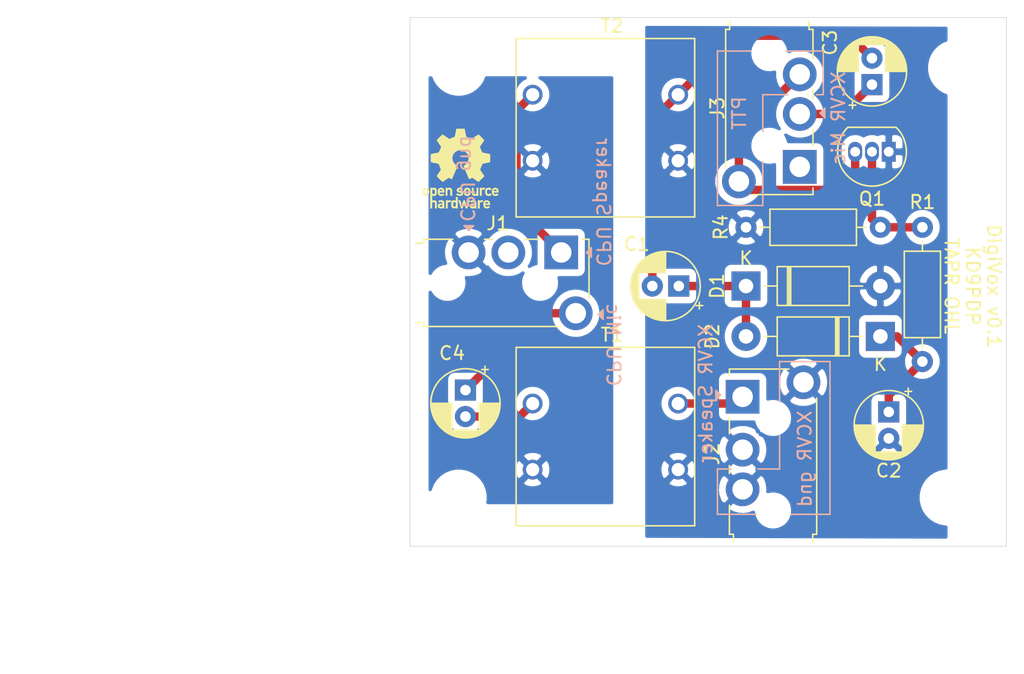
<source format=kicad_pcb>
(kicad_pcb (version 20171130) (host pcbnew 5.1.6+dfsg1-1)

  (general
    (thickness 1.6)
    (drawings 37)
    (tracks 31)
    (zones 0)
    (modules 19)
    (nets 15)
  )

  (page A4)
  (layers
    (0 F.Cu signal)
    (31 B.Cu signal)
    (32 B.Adhes user)
    (33 F.Adhes user)
    (34 B.Paste user)
    (35 F.Paste user)
    (36 B.SilkS user)
    (37 F.SilkS user)
    (38 B.Mask user)
    (39 F.Mask user)
    (40 Dwgs.User user)
    (41 Cmts.User user)
    (42 Eco1.User user)
    (43 Eco2.User user)
    (44 Edge.Cuts user)
    (45 Margin user)
    (46 B.CrtYd user)
    (47 F.CrtYd user)
    (48 B.Fab user)
    (49 F.Fab user)
  )

  (setup
    (last_trace_width 0.635)
    (trace_clearance 0.1524)
    (zone_clearance 0.508)
    (zone_45_only no)
    (trace_min 0.1524)
    (via_size 0.508)
    (via_drill 0.254)
    (via_min_size 0.508)
    (via_min_drill 0.254)
    (uvia_size 0.3)
    (uvia_drill 0.1)
    (uvias_allowed no)
    (uvia_min_size 0.2)
    (uvia_min_drill 0.1)
    (edge_width 0.05)
    (segment_width 0.2)
    (pcb_text_width 0.3)
    (pcb_text_size 1.5 1.5)
    (mod_edge_width 0.12)
    (mod_text_size 1 1)
    (mod_text_width 0.15)
    (pad_size 2.2 2.2)
    (pad_drill 1.1)
    (pad_to_mask_clearance 0.0508)
    (aux_axis_origin 0 0)
    (visible_elements FFFFFF7F)
    (pcbplotparams
      (layerselection 0x010fc_ffffffff)
      (usegerberextensions false)
      (usegerberattributes true)
      (usegerberadvancedattributes true)
      (creategerberjobfile true)
      (excludeedgelayer true)
      (linewidth 0.100000)
      (plotframeref false)
      (viasonmask false)
      (mode 1)
      (useauxorigin false)
      (hpglpennumber 1)
      (hpglpenspeed 20)
      (hpglpendiameter 15.000000)
      (psnegative false)
      (psa4output false)
      (plotreference true)
      (plotvalue true)
      (plotinvisibletext false)
      (padsonsilk false)
      (subtractmaskfromsilk false)
      (outputformat 1)
      (mirror false)
      (drillshape 1)
      (scaleselection 1)
      (outputdirectory ""))
  )

  (net 0 "")
  (net 1 "Net-(C1-Pad1)")
  (net 2 inputVOX)
  (net 3 GNDS)
  (net 4 "Net-(C2-Pad1)")
  (net 5 micHT)
  (net 6 PTT)
  (net 7 miccomp)
  (net 8 audiocomp)
  (net 9 gndcomp)
  (net 10 speakerHT)
  (net 11 "Net-(J3-PadT)")
  (net 12 "Net-(Q1-Pad2)")
  (net 13 "Net-(C4-Pad1)")
  (net 14 "Net-(J1-PadR1)")

  (net_class Default "This is the default net class."
    (clearance 0.1524)
    (trace_width 0.635)
    (via_dia 0.508)
    (via_drill 0.254)
    (uvia_dia 0.3)
    (uvia_drill 0.1)
    (add_net GNDS)
    (add_net "Net-(C1-Pad1)")
    (add_net "Net-(C2-Pad1)")
    (add_net "Net-(C4-Pad1)")
    (add_net "Net-(J1-PadR1)")
    (add_net "Net-(J3-PadT)")
    (add_net "Net-(Q1-Pad2)")
    (add_net PTT)
    (add_net audiocomp)
    (add_net gndcomp)
    (add_net inputVOX)
    (add_net micHT)
    (add_net miccomp)
    (add_net speakerHT)
  )

  (module Symbol:OSHW-Logo_5.7x6mm_SilkScreen (layer F.Cu) (tedit 0) (tstamp 604ADF5E)
    (at 79.375 33.02)
    (descr "Open Source Hardware Logo")
    (tags "Logo OSHW")
    (attr virtual)
    (fp_text reference REF** (at 0 0) (layer F.SilkS) hide
      (effects (font (size 1 1) (thickness 0.15)))
    )
    (fp_text value OSHW-Logo_5.7x6mm_SilkScreen (at 0.75 0) (layer F.Fab) hide
      (effects (font (size 1 1) (thickness 0.15)))
    )
    (fp_poly (pts (xy -1.908759 1.469184) (xy -1.882247 1.482282) (xy -1.849553 1.505106) (xy -1.825725 1.529996)
      (xy -1.809406 1.561249) (xy -1.79924 1.603166) (xy -1.793872 1.660044) (xy -1.791944 1.736184)
      (xy -1.791831 1.768917) (xy -1.792161 1.840656) (xy -1.793527 1.891927) (xy -1.7965 1.927404)
      (xy -1.801649 1.951763) (xy -1.809543 1.96968) (xy -1.817757 1.981902) (xy -1.870187 2.033905)
      (xy -1.93193 2.065184) (xy -1.998536 2.074592) (xy -2.065558 2.06098) (xy -2.086792 2.051354)
      (xy -2.137624 2.024859) (xy -2.137624 2.440052) (xy -2.100525 2.420868) (xy -2.051643 2.406025)
      (xy -1.991561 2.402222) (xy -1.931564 2.409243) (xy -1.886256 2.425013) (xy -1.848675 2.455047)
      (xy -1.816564 2.498024) (xy -1.81415 2.502436) (xy -1.803967 2.523221) (xy -1.79653 2.54417)
      (xy -1.791411 2.569548) (xy -1.788181 2.603618) (xy -1.786413 2.650641) (xy -1.785677 2.714882)
      (xy -1.785544 2.787176) (xy -1.785544 3.017822) (xy -1.923861 3.017822) (xy -1.923861 2.592533)
      (xy -1.962549 2.559979) (xy -2.002738 2.53394) (xy -2.040797 2.529205) (xy -2.079066 2.541389)
      (xy -2.099462 2.55332) (xy -2.114642 2.570313) (xy -2.125438 2.595995) (xy -2.132683 2.633991)
      (xy -2.137208 2.687926) (xy -2.139844 2.761425) (xy -2.140772 2.810347) (xy -2.143911 3.011535)
      (xy -2.209926 3.015336) (xy -2.27594 3.019136) (xy -2.27594 1.77065) (xy -2.137624 1.77065)
      (xy -2.134097 1.840254) (xy -2.122215 1.888569) (xy -2.10002 1.918631) (xy -2.065559 1.933471)
      (xy -2.030742 1.936436) (xy -1.991329 1.933028) (xy -1.965171 1.919617) (xy -1.948814 1.901896)
      (xy -1.935937 1.882835) (xy -1.928272 1.861601) (xy -1.924861 1.831849) (xy -1.924749 1.787236)
      (xy -1.925897 1.74988) (xy -1.928532 1.693604) (xy -1.932456 1.656658) (xy -1.939063 1.633223)
      (xy -1.949749 1.61748) (xy -1.959833 1.60838) (xy -2.00197 1.588537) (xy -2.05184 1.585332)
      (xy -2.080476 1.592168) (xy -2.108828 1.616464) (xy -2.127609 1.663728) (xy -2.136712 1.733624)
      (xy -2.137624 1.77065) (xy -2.27594 1.77065) (xy -2.27594 1.458614) (xy -2.206782 1.458614)
      (xy -2.16526 1.460256) (xy -2.143838 1.466087) (xy -2.137626 1.477461) (xy -2.137624 1.477798)
      (xy -2.134742 1.488938) (xy -2.12203 1.487673) (xy -2.096757 1.475433) (xy -2.037869 1.456707)
      (xy -1.971615 1.454739) (xy -1.908759 1.469184)) (layer F.SilkS) (width 0.01))
    (fp_poly (pts (xy -1.38421 2.406555) (xy -1.325055 2.422339) (xy -1.280023 2.450948) (xy -1.248246 2.488419)
      (xy -1.238366 2.504411) (xy -1.231073 2.521163) (xy -1.225974 2.542592) (xy -1.222679 2.572616)
      (xy -1.220797 2.615154) (xy -1.219937 2.674122) (xy -1.219707 2.75344) (xy -1.219703 2.774484)
      (xy -1.219703 3.017822) (xy -1.280059 3.017822) (xy -1.318557 3.015126) (xy -1.347023 3.008295)
      (xy -1.354155 3.004083) (xy -1.373652 2.996813) (xy -1.393566 3.004083) (xy -1.426353 3.01316)
      (xy -1.473978 3.016813) (xy -1.526764 3.015228) (xy -1.575036 3.008589) (xy -1.603218 3.000072)
      (xy -1.657753 2.965063) (xy -1.691835 2.916479) (xy -1.707157 2.851882) (xy -1.707299 2.850223)
      (xy -1.705955 2.821566) (xy -1.584356 2.821566) (xy -1.573726 2.854161) (xy -1.55641 2.872505)
      (xy -1.521652 2.886379) (xy -1.475773 2.891917) (xy -1.428988 2.889191) (xy -1.391514 2.878274)
      (xy -1.381015 2.871269) (xy -1.362668 2.838904) (xy -1.35802 2.802111) (xy -1.35802 2.753763)
      (xy -1.427582 2.753763) (xy -1.493667 2.75885) (xy -1.543764 2.773263) (xy -1.574929 2.795729)
      (xy -1.584356 2.821566) (xy -1.705955 2.821566) (xy -1.703987 2.779647) (xy -1.68071 2.723845)
      (xy -1.636948 2.681647) (xy -1.630899 2.677808) (xy -1.604907 2.665309) (xy -1.572735 2.65774)
      (xy -1.52776 2.654061) (xy -1.474331 2.653216) (xy -1.35802 2.653169) (xy -1.35802 2.604411)
      (xy -1.362953 2.566581) (xy -1.375543 2.541236) (xy -1.377017 2.539887) (xy -1.405034 2.5288)
      (xy -1.447326 2.524503) (xy -1.494064 2.526615) (xy -1.535418 2.534756) (xy -1.559957 2.546965)
      (xy -1.573253 2.556746) (xy -1.587294 2.558613) (xy -1.606671 2.5506) (xy -1.635976 2.530739)
      (xy -1.679803 2.497063) (xy -1.683825 2.493909) (xy -1.681764 2.482236) (xy -1.664568 2.462822)
      (xy -1.638433 2.441248) (xy -1.609552 2.423096) (xy -1.600478 2.418809) (xy -1.56738 2.410256)
      (xy -1.51888 2.404155) (xy -1.464695 2.401708) (xy -1.462161 2.401703) (xy -1.38421 2.406555)) (layer F.SilkS) (width 0.01))
    (fp_poly (pts (xy -0.993356 2.40302) (xy -0.974539 2.40866) (xy -0.968473 2.421053) (xy -0.968218 2.426647)
      (xy -0.967129 2.44223) (xy -0.959632 2.444676) (xy -0.939381 2.433993) (xy -0.927351 2.426694)
      (xy -0.8894 2.411063) (xy -0.844072 2.403334) (xy -0.796544 2.40274) (xy -0.751995 2.408513)
      (xy -0.715602 2.419884) (xy -0.692543 2.436088) (xy -0.687996 2.456355) (xy -0.690291 2.461843)
      (xy -0.70702 2.484626) (xy -0.732963 2.512647) (xy -0.737655 2.517177) (xy -0.762383 2.538005)
      (xy -0.783718 2.544735) (xy -0.813555 2.540038) (xy -0.825508 2.536917) (xy -0.862705 2.529421)
      (xy -0.888859 2.532792) (xy -0.910946 2.544681) (xy -0.931178 2.560635) (xy -0.946079 2.5807)
      (xy -0.956434 2.608702) (xy -0.963029 2.648467) (xy -0.966649 2.703823) (xy -0.968078 2.778594)
      (xy -0.968218 2.82374) (xy -0.968218 3.017822) (xy -1.09396 3.017822) (xy -1.09396 2.401683)
      (xy -1.031089 2.401683) (xy -0.993356 2.40302)) (layer F.SilkS) (width 0.01))
    (fp_poly (pts (xy -0.201188 3.017822) (xy -0.270346 3.017822) (xy -0.310488 3.016645) (xy -0.331394 3.011772)
      (xy -0.338922 3.001186) (xy -0.339505 2.994029) (xy -0.340774 2.979676) (xy -0.348779 2.976923)
      (xy -0.369815 2.985771) (xy -0.386173 2.994029) (xy -0.448977 3.013597) (xy -0.517248 3.014729)
      (xy -0.572752 3.000135) (xy -0.624438 2.964877) (xy -0.663838 2.912835) (xy -0.685413 2.85145)
      (xy -0.685962 2.848018) (xy -0.689167 2.810571) (xy -0.690761 2.756813) (xy -0.690633 2.716155)
      (xy -0.553279 2.716155) (xy -0.550097 2.770194) (xy -0.542859 2.814735) (xy -0.53306 2.839888)
      (xy -0.495989 2.87426) (xy -0.451974 2.886582) (xy -0.406584 2.876618) (xy -0.367797 2.846895)
      (xy -0.353108 2.826905) (xy -0.344519 2.80305) (xy -0.340496 2.76823) (xy -0.339505 2.71593)
      (xy -0.341278 2.664139) (xy -0.345963 2.618634) (xy -0.352603 2.588181) (xy -0.35371 2.585452)
      (xy -0.380491 2.553) (xy -0.419579 2.535183) (xy -0.463315 2.532306) (xy -0.504038 2.544674)
      (xy -0.534087 2.572593) (xy -0.537204 2.578148) (xy -0.546961 2.612022) (xy -0.552277 2.660728)
      (xy -0.553279 2.716155) (xy -0.690633 2.716155) (xy -0.690568 2.69554) (xy -0.689664 2.662563)
      (xy -0.683514 2.580981) (xy -0.670733 2.51973) (xy -0.649471 2.474449) (xy -0.617878 2.440779)
      (xy -0.587207 2.421014) (xy -0.544354 2.40712) (xy -0.491056 2.402354) (xy -0.43648 2.406236)
      (xy -0.389792 2.418282) (xy -0.365124 2.432693) (xy -0.339505 2.455878) (xy -0.339505 2.162773)
      (xy -0.201188 2.162773) (xy -0.201188 3.017822)) (layer F.SilkS) (width 0.01))
    (fp_poly (pts (xy 0.281524 2.404237) (xy 0.331255 2.407971) (xy 0.461291 2.797773) (xy 0.481678 2.728614)
      (xy 0.493946 2.685874) (xy 0.510085 2.628115) (xy 0.527512 2.564625) (xy 0.536726 2.53057)
      (xy 0.571388 2.401683) (xy 0.714391 2.401683) (xy 0.671646 2.536857) (xy 0.650596 2.603342)
      (xy 0.625167 2.683539) (xy 0.59861 2.767193) (xy 0.574902 2.841782) (xy 0.520902 3.011535)
      (xy 0.462598 3.015328) (xy 0.404295 3.019122) (xy 0.372679 2.914734) (xy 0.353182 2.849889)
      (xy 0.331904 2.7784) (xy 0.313308 2.715263) (xy 0.312574 2.71275) (xy 0.298684 2.669969)
      (xy 0.286429 2.640779) (xy 0.277846 2.629741) (xy 0.276082 2.631018) (xy 0.269891 2.64813)
      (xy 0.258128 2.684787) (xy 0.242225 2.736378) (xy 0.223614 2.798294) (xy 0.213543 2.832352)
      (xy 0.159007 3.017822) (xy 0.043264 3.017822) (xy -0.049263 2.725471) (xy -0.075256 2.643462)
      (xy -0.098934 2.568987) (xy -0.11918 2.505544) (xy -0.134874 2.456632) (xy -0.144898 2.425749)
      (xy -0.147945 2.416726) (xy -0.145533 2.407487) (xy -0.126592 2.403441) (xy -0.087177 2.403846)
      (xy -0.081007 2.404152) (xy -0.007914 2.407971) (xy 0.039957 2.58401) (xy 0.057553 2.648211)
      (xy 0.073277 2.704649) (xy 0.085746 2.748422) (xy 0.093574 2.77463) (xy 0.09502 2.778903)
      (xy 0.101014 2.77399) (xy 0.113101 2.748532) (xy 0.129893 2.705997) (xy 0.150003 2.64985)
      (xy 0.167003 2.59913) (xy 0.231794 2.400504) (xy 0.281524 2.404237)) (layer F.SilkS) (width 0.01))
    (fp_poly (pts (xy 1.038411 2.405417) (xy 1.091411 2.41829) (xy 1.106731 2.42511) (xy 1.136428 2.442974)
      (xy 1.15922 2.463093) (xy 1.176083 2.488962) (xy 1.187998 2.524073) (xy 1.195942 2.57192)
      (xy 1.200894 2.635996) (xy 1.203831 2.719794) (xy 1.204947 2.775768) (xy 1.209052 3.017822)
      (xy 1.138932 3.017822) (xy 1.096393 3.016038) (xy 1.074476 3.009942) (xy 1.068812 2.999706)
      (xy 1.065821 2.988637) (xy 1.052451 2.990754) (xy 1.034233 2.999629) (xy 0.988624 3.013233)
      (xy 0.930007 3.016899) (xy 0.868354 3.010903) (xy 0.813638 2.995521) (xy 0.80873 2.993386)
      (xy 0.758723 2.958255) (xy 0.725756 2.909419) (xy 0.710587 2.852333) (xy 0.711746 2.831824)
      (xy 0.835508 2.831824) (xy 0.846413 2.859425) (xy 0.878745 2.879204) (xy 0.93091 2.889819)
      (xy 0.958787 2.891228) (xy 1.005247 2.88762) (xy 1.036129 2.873597) (xy 1.043664 2.866931)
      (xy 1.064076 2.830666) (xy 1.068812 2.797773) (xy 1.068812 2.753763) (xy 1.007513 2.753763)
      (xy 0.936256 2.757395) (xy 0.886276 2.768818) (xy 0.854696 2.788824) (xy 0.847626 2.797743)
      (xy 0.835508 2.831824) (xy 0.711746 2.831824) (xy 0.713971 2.792456) (xy 0.736663 2.735244)
      (xy 0.767624 2.69658) (xy 0.786376 2.679864) (xy 0.804733 2.668878) (xy 0.828619 2.66218)
      (xy 0.863957 2.658326) (xy 0.916669 2.655873) (xy 0.937577 2.655168) (xy 1.068812 2.650879)
      (xy 1.06862 2.611158) (xy 1.063537 2.569405) (xy 1.045162 2.544158) (xy 1.008039 2.52803)
      (xy 1.007043 2.527742) (xy 0.95441 2.5214) (xy 0.902906 2.529684) (xy 0.86463 2.549827)
      (xy 0.849272 2.559773) (xy 0.83273 2.558397) (xy 0.807275 2.543987) (xy 0.792328 2.533817)
      (xy 0.763091 2.512088) (xy 0.74498 2.4958) (xy 0.742074 2.491137) (xy 0.75404 2.467005)
      (xy 0.789396 2.438185) (xy 0.804753 2.428461) (xy 0.848901 2.411714) (xy 0.908398 2.402227)
      (xy 0.974487 2.400095) (xy 1.038411 2.405417)) (layer F.SilkS) (width 0.01))
    (fp_poly (pts (xy 1.635255 2.401486) (xy 1.683595 2.411015) (xy 1.711114 2.425125) (xy 1.740064 2.448568)
      (xy 1.698876 2.500571) (xy 1.673482 2.532064) (xy 1.656238 2.547428) (xy 1.639102 2.549776)
      (xy 1.614027 2.542217) (xy 1.602257 2.537941) (xy 1.55427 2.531631) (xy 1.510324 2.545156)
      (xy 1.47806 2.57571) (xy 1.472819 2.585452) (xy 1.467112 2.611258) (xy 1.462706 2.658817)
      (xy 1.459811 2.724758) (xy 1.458631 2.80571) (xy 1.458614 2.817226) (xy 1.458614 3.017822)
      (xy 1.320297 3.017822) (xy 1.320297 2.401683) (xy 1.389456 2.401683) (xy 1.429333 2.402725)
      (xy 1.450107 2.407358) (xy 1.457789 2.417849) (xy 1.458614 2.427745) (xy 1.458614 2.453806)
      (xy 1.491745 2.427745) (xy 1.529735 2.409965) (xy 1.58077 2.401174) (xy 1.635255 2.401486)) (layer F.SilkS) (width 0.01))
    (fp_poly (pts (xy 2.032581 2.40497) (xy 2.092685 2.420597) (xy 2.143021 2.452848) (xy 2.167393 2.47694)
      (xy 2.207345 2.533895) (xy 2.230242 2.599965) (xy 2.238108 2.681182) (xy 2.238148 2.687748)
      (xy 2.238218 2.753763) (xy 1.858264 2.753763) (xy 1.866363 2.788342) (xy 1.880987 2.819659)
      (xy 1.906581 2.852291) (xy 1.911935 2.8575) (xy 1.957943 2.885694) (xy 2.01041 2.890475)
      (xy 2.070803 2.871926) (xy 2.08104 2.866931) (xy 2.112439 2.851745) (xy 2.13347 2.843094)
      (xy 2.137139 2.842293) (xy 2.149948 2.850063) (xy 2.174378 2.869072) (xy 2.186779 2.87946)
      (xy 2.212476 2.903321) (xy 2.220915 2.919077) (xy 2.215058 2.933571) (xy 2.211928 2.937534)
      (xy 2.190725 2.954879) (xy 2.155738 2.975959) (xy 2.131337 2.988265) (xy 2.062072 3.009946)
      (xy 1.985388 3.016971) (xy 1.912765 3.008647) (xy 1.892426 3.002686) (xy 1.829476 2.968952)
      (xy 1.782815 2.917045) (xy 1.752173 2.846459) (xy 1.737282 2.756692) (xy 1.735647 2.709753)
      (xy 1.740421 2.641413) (xy 1.86099 2.641413) (xy 1.872652 2.646465) (xy 1.903998 2.650429)
      (xy 1.949571 2.652768) (xy 1.980446 2.653169) (xy 2.035981 2.652783) (xy 2.071033 2.650975)
      (xy 2.090262 2.646773) (xy 2.09833 2.639203) (xy 2.099901 2.628218) (xy 2.089121 2.594381)
      (xy 2.06198 2.56094) (xy 2.026277 2.535272) (xy 1.99056 2.524772) (xy 1.942048 2.534086)
      (xy 1.900053 2.561013) (xy 1.870936 2.599827) (xy 1.86099 2.641413) (xy 1.740421 2.641413)
      (xy 1.742599 2.610236) (xy 1.764055 2.530949) (xy 1.80047 2.471263) (xy 1.852297 2.430549)
      (xy 1.91999 2.408179) (xy 1.956662 2.403871) (xy 2.032581 2.40497)) (layer F.SilkS) (width 0.01))
    (fp_poly (pts (xy -2.538261 1.465148) (xy -2.472479 1.494231) (xy -2.42254 1.542793) (xy -2.388374 1.610908)
      (xy -2.369907 1.698651) (xy -2.368583 1.712351) (xy -2.367546 1.808939) (xy -2.380993 1.893602)
      (xy -2.408108 1.962221) (xy -2.422627 1.984294) (xy -2.473201 2.031011) (xy -2.537609 2.061268)
      (xy -2.609666 2.073824) (xy -2.683185 2.067439) (xy -2.739072 2.047772) (xy -2.787132 2.014629)
      (xy -2.826412 1.971175) (xy -2.827092 1.970158) (xy -2.843044 1.943338) (xy -2.85341 1.916368)
      (xy -2.859688 1.882332) (xy -2.863373 1.83431) (xy -2.864997 1.794931) (xy -2.865672 1.759219)
      (xy -2.739955 1.759219) (xy -2.738726 1.79477) (xy -2.734266 1.842094) (xy -2.726397 1.872465)
      (xy -2.712207 1.894072) (xy -2.698917 1.906694) (xy -2.651802 1.933122) (xy -2.602505 1.936653)
      (xy -2.556593 1.917639) (xy -2.533638 1.896331) (xy -2.517096 1.874859) (xy -2.507421 1.854313)
      (xy -2.503174 1.827574) (xy -2.50292 1.787523) (xy -2.504228 1.750638) (xy -2.507043 1.697947)
      (xy -2.511505 1.663772) (xy -2.519548 1.64148) (xy -2.533103 1.624442) (xy -2.543845 1.614703)
      (xy -2.588777 1.589123) (xy -2.637249 1.587847) (xy -2.677894 1.602999) (xy -2.712567 1.634642)
      (xy -2.733224 1.68662) (xy -2.739955 1.759219) (xy -2.865672 1.759219) (xy -2.866479 1.716621)
      (xy -2.863948 1.658056) (xy -2.856362 1.614007) (xy -2.842681 1.579248) (xy -2.821865 1.548551)
      (xy -2.814147 1.539436) (xy -2.765889 1.494021) (xy -2.714128 1.467493) (xy -2.650828 1.456379)
      (xy -2.619961 1.455471) (xy -2.538261 1.465148)) (layer F.SilkS) (width 0.01))
    (fp_poly (pts (xy -1.356699 1.472614) (xy -1.344168 1.478514) (xy -1.300799 1.510283) (xy -1.25979 1.556646)
      (xy -1.229168 1.607696) (xy -1.220459 1.631166) (xy -1.212512 1.673091) (xy -1.207774 1.723757)
      (xy -1.207199 1.744679) (xy -1.207129 1.810693) (xy -1.587083 1.810693) (xy -1.578983 1.845273)
      (xy -1.559104 1.88617) (xy -1.524347 1.921514) (xy -1.482998 1.944282) (xy -1.456649 1.94901)
      (xy -1.420916 1.943273) (xy -1.378282 1.928882) (xy -1.363799 1.922262) (xy -1.31024 1.895513)
      (xy -1.264533 1.930376) (xy -1.238158 1.953955) (xy -1.224124 1.973417) (xy -1.223414 1.979129)
      (xy -1.235951 1.992973) (xy -1.263428 2.014012) (xy -1.288366 2.030425) (xy -1.355664 2.05993)
      (xy -1.43111 2.073284) (xy -1.505888 2.069812) (xy -1.565495 2.051663) (xy -1.626941 2.012784)
      (xy -1.670608 1.961595) (xy -1.697926 1.895367) (xy -1.710322 1.811371) (xy -1.711421 1.772936)
      (xy -1.707022 1.684861) (xy -1.706482 1.682299) (xy -1.580582 1.682299) (xy -1.577115 1.690558)
      (xy -1.562863 1.695113) (xy -1.53347 1.697065) (xy -1.484575 1.697517) (xy -1.465748 1.697525)
      (xy -1.408467 1.696843) (xy -1.372141 1.694364) (xy -1.352604 1.689443) (xy -1.34569 1.681434)
      (xy -1.345445 1.678862) (xy -1.353336 1.658423) (xy -1.373085 1.629789) (xy -1.381575 1.619763)
      (xy -1.413094 1.591408) (xy -1.445949 1.580259) (xy -1.463651 1.579327) (xy -1.511539 1.590981)
      (xy -1.551699 1.622285) (xy -1.577173 1.667752) (xy -1.577625 1.669233) (xy -1.580582 1.682299)
      (xy -1.706482 1.682299) (xy -1.692392 1.61551) (xy -1.666038 1.560025) (xy -1.633807 1.520639)
      (xy -1.574217 1.477931) (xy -1.504168 1.455109) (xy -1.429661 1.453046) (xy -1.356699 1.472614)) (layer F.SilkS) (width 0.01))
    (fp_poly (pts (xy 0.014017 1.456452) (xy 0.061634 1.465482) (xy 0.111034 1.48437) (xy 0.116312 1.486777)
      (xy 0.153774 1.506476) (xy 0.179717 1.524781) (xy 0.188103 1.536508) (xy 0.180117 1.555632)
      (xy 0.16072 1.58385) (xy 0.15211 1.594384) (xy 0.116628 1.635847) (xy 0.070885 1.608858)
      (xy 0.02735 1.590878) (xy -0.02295 1.581267) (xy -0.071188 1.58066) (xy -0.108533 1.589691)
      (xy -0.117495 1.595327) (xy -0.134563 1.621171) (xy -0.136637 1.650941) (xy -0.123866 1.674197)
      (xy -0.116312 1.678708) (xy -0.093675 1.684309) (xy -0.053885 1.690892) (xy -0.004834 1.697183)
      (xy 0.004215 1.69817) (xy 0.082996 1.711798) (xy 0.140136 1.734946) (xy 0.17803 1.769752)
      (xy 0.199079 1.818354) (xy 0.205635 1.877718) (xy 0.196577 1.945198) (xy 0.167164 1.998188)
      (xy 0.117278 2.036783) (xy 0.0468 2.061081) (xy -0.031435 2.070667) (xy -0.095234 2.070552)
      (xy -0.146984 2.061845) (xy -0.182327 2.049825) (xy -0.226983 2.02888) (xy -0.268253 2.004574)
      (xy -0.282921 1.993876) (xy -0.320643 1.963084) (xy -0.275148 1.917049) (xy -0.229653 1.871013)
      (xy -0.177928 1.905243) (xy -0.126048 1.930952) (xy -0.070649 1.944399) (xy -0.017395 1.945818)
      (xy 0.028049 1.935443) (xy 0.060016 1.913507) (xy 0.070338 1.894998) (xy 0.068789 1.865314)
      (xy 0.04314 1.842615) (xy -0.00654 1.82694) (xy -0.060969 1.819695) (xy -0.144736 1.805873)
      (xy -0.206967 1.779796) (xy -0.248493 1.740699) (xy -0.270147 1.68782) (xy -0.273147 1.625126)
      (xy -0.258329 1.559642) (xy -0.224546 1.510144) (xy -0.171495 1.476408) (xy -0.098874 1.458207)
      (xy -0.045072 1.454639) (xy 0.014017 1.456452)) (layer F.SilkS) (width 0.01))
    (fp_poly (pts (xy 0.610762 1.466055) (xy 0.674363 1.500692) (xy 0.724123 1.555372) (xy 0.747568 1.599842)
      (xy 0.757634 1.639121) (xy 0.764156 1.695116) (xy 0.766951 1.759621) (xy 0.765836 1.824429)
      (xy 0.760626 1.881334) (xy 0.754541 1.911727) (xy 0.734014 1.953306) (xy 0.698463 1.997468)
      (xy 0.655619 2.036087) (xy 0.613211 2.061034) (xy 0.612177 2.06143) (xy 0.559553 2.072331)
      (xy 0.497188 2.072601) (xy 0.437924 2.062676) (xy 0.41504 2.054722) (xy 0.356102 2.0213)
      (xy 0.31389 1.977511) (xy 0.286156 1.919538) (xy 0.270651 1.843565) (xy 0.267143 1.803771)
      (xy 0.26759 1.753766) (xy 0.402376 1.753766) (xy 0.406917 1.826732) (xy 0.419986 1.882334)
      (xy 0.440756 1.917861) (xy 0.455552 1.92802) (xy 0.493464 1.935104) (xy 0.538527 1.933007)
      (xy 0.577487 1.922812) (xy 0.587704 1.917204) (xy 0.614659 1.884538) (xy 0.632451 1.834545)
      (xy 0.640024 1.773705) (xy 0.636325 1.708497) (xy 0.628057 1.669253) (xy 0.60432 1.623805)
      (xy 0.566849 1.595396) (xy 0.52172 1.585573) (xy 0.475011 1.595887) (xy 0.439132 1.621112)
      (xy 0.420277 1.641925) (xy 0.409272 1.662439) (xy 0.404026 1.690203) (xy 0.402449 1.732762)
      (xy 0.402376 1.753766) (xy 0.26759 1.753766) (xy 0.268094 1.69758) (xy 0.285388 1.610501)
      (xy 0.319029 1.54253) (xy 0.369018 1.493664) (xy 0.435356 1.463899) (xy 0.449601 1.460448)
      (xy 0.53521 1.452345) (xy 0.610762 1.466055)) (layer F.SilkS) (width 0.01))
    (fp_poly (pts (xy 0.993367 1.654342) (xy 0.994555 1.746563) (xy 0.998897 1.81661) (xy 1.007558 1.867381)
      (xy 1.021704 1.901772) (xy 1.0425 1.922679) (xy 1.07111 1.933) (xy 1.106535 1.935636)
      (xy 1.143636 1.932682) (xy 1.171818 1.921889) (xy 1.192243 1.90036) (xy 1.206079 1.865199)
      (xy 1.214491 1.81351) (xy 1.218643 1.742394) (xy 1.219703 1.654342) (xy 1.219703 1.458614)
      (xy 1.35802 1.458614) (xy 1.35802 2.062179) (xy 1.288862 2.062179) (xy 1.24717 2.060489)
      (xy 1.225701 2.054556) (xy 1.219703 2.043293) (xy 1.216091 2.033261) (xy 1.201714 2.035383)
      (xy 1.172736 2.04958) (xy 1.106319 2.07148) (xy 1.035875 2.069928) (xy 0.968377 2.046147)
      (xy 0.936233 2.027362) (xy 0.911715 2.007022) (xy 0.893804 1.981573) (xy 0.881479 1.947458)
      (xy 0.873723 1.901121) (xy 0.869516 1.839007) (xy 0.86784 1.757561) (xy 0.867624 1.694578)
      (xy 0.867624 1.458614) (xy 0.993367 1.458614) (xy 0.993367 1.654342)) (layer F.SilkS) (width 0.01))
    (fp_poly (pts (xy 2.217226 1.46388) (xy 2.29008 1.49483) (xy 2.313027 1.509895) (xy 2.342354 1.533048)
      (xy 2.360764 1.551253) (xy 2.363961 1.557183) (xy 2.354935 1.57034) (xy 2.331837 1.592667)
      (xy 2.313344 1.60825) (xy 2.262728 1.648926) (xy 2.22276 1.615295) (xy 2.191874 1.593584)
      (xy 2.161759 1.58609) (xy 2.127292 1.58792) (xy 2.072561 1.601528) (xy 2.034886 1.629772)
      (xy 2.011991 1.675433) (xy 2.001597 1.741289) (xy 2.001595 1.741331) (xy 2.002494 1.814939)
      (xy 2.016463 1.868946) (xy 2.044328 1.905716) (xy 2.063325 1.918168) (xy 2.113776 1.933673)
      (xy 2.167663 1.933683) (xy 2.214546 1.918638) (xy 2.225644 1.911287) (xy 2.253476 1.892511)
      (xy 2.275236 1.889434) (xy 2.298704 1.903409) (xy 2.324649 1.92851) (xy 2.365716 1.97088)
      (xy 2.320121 2.008464) (xy 2.249674 2.050882) (xy 2.170233 2.071785) (xy 2.087215 2.070272)
      (xy 2.032694 2.056411) (xy 1.96897 2.022135) (xy 1.918005 1.968212) (xy 1.894851 1.930149)
      (xy 1.876099 1.875536) (xy 1.866715 1.806369) (xy 1.866643 1.731407) (xy 1.875824 1.659409)
      (xy 1.894199 1.599137) (xy 1.897093 1.592958) (xy 1.939952 1.532351) (xy 1.997979 1.488224)
      (xy 2.066591 1.461493) (xy 2.141201 1.453073) (xy 2.217226 1.46388)) (layer F.SilkS) (width 0.01))
    (fp_poly (pts (xy 2.677898 1.456457) (xy 2.710096 1.464279) (xy 2.771825 1.492921) (xy 2.82461 1.536667)
      (xy 2.861141 1.589117) (xy 2.86616 1.600893) (xy 2.873045 1.63174) (xy 2.877864 1.677371)
      (xy 2.879505 1.723492) (xy 2.879505 1.810693) (xy 2.697178 1.810693) (xy 2.621979 1.810978)
      (xy 2.569003 1.812704) (xy 2.535325 1.817181) (xy 2.51802 1.82572) (xy 2.514163 1.83963)
      (xy 2.520829 1.860222) (xy 2.53277 1.884315) (xy 2.56608 1.924525) (xy 2.612368 1.944558)
      (xy 2.668944 1.943905) (xy 2.733031 1.922101) (xy 2.788417 1.895193) (xy 2.834375 1.931532)
      (xy 2.880333 1.967872) (xy 2.837096 2.007819) (xy 2.779374 2.045563) (xy 2.708386 2.06832)
      (xy 2.632029 2.074688) (xy 2.558199 2.063268) (xy 2.546287 2.059393) (xy 2.481399 2.025506)
      (xy 2.43313 1.974986) (xy 2.400465 1.906325) (xy 2.382385 1.818014) (xy 2.382175 1.816121)
      (xy 2.380556 1.719878) (xy 2.3871 1.685542) (xy 2.514852 1.685542) (xy 2.526584 1.690822)
      (xy 2.558438 1.694867) (xy 2.605397 1.697176) (xy 2.635154 1.697525) (xy 2.690648 1.697306)
      (xy 2.725346 1.695916) (xy 2.743601 1.692251) (xy 2.749766 1.68521) (xy 2.748195 1.67369)
      (xy 2.746878 1.669233) (xy 2.724382 1.627355) (xy 2.689003 1.593604) (xy 2.65778 1.578773)
      (xy 2.616301 1.579668) (xy 2.574269 1.598164) (xy 2.539012 1.628786) (xy 2.517854 1.666062)
      (xy 2.514852 1.685542) (xy 2.3871 1.685542) (xy 2.39669 1.635229) (xy 2.428698 1.564191)
      (xy 2.474701 1.508779) (xy 2.532821 1.471009) (xy 2.60118 1.452896) (xy 2.677898 1.456457)) (layer F.SilkS) (width 0.01))
    (fp_poly (pts (xy -0.754012 1.469002) (xy -0.722717 1.48395) (xy -0.692409 1.505541) (xy -0.669318 1.530391)
      (xy -0.6525 1.562087) (xy -0.641006 1.604214) (xy -0.633891 1.660358) (xy -0.630207 1.734106)
      (xy -0.629008 1.829044) (xy -0.628989 1.838985) (xy -0.628713 2.062179) (xy -0.76703 2.062179)
      (xy -0.76703 1.856418) (xy -0.767128 1.780189) (xy -0.767809 1.724939) (xy -0.769651 1.686501)
      (xy -0.773233 1.660706) (xy -0.779132 1.643384) (xy -0.787927 1.630368) (xy -0.80018 1.617507)
      (xy -0.843047 1.589873) (xy -0.889843 1.584745) (xy -0.934424 1.602217) (xy -0.949928 1.615221)
      (xy -0.96131 1.627447) (xy -0.969481 1.64054) (xy -0.974974 1.658615) (xy -0.97832 1.685787)
      (xy -0.980051 1.72617) (xy -0.980697 1.783879) (xy -0.980792 1.854132) (xy -0.980792 2.062179)
      (xy -1.119109 2.062179) (xy -1.119109 1.458614) (xy -1.04995 1.458614) (xy -1.008428 1.460256)
      (xy -0.987006 1.466087) (xy -0.980795 1.477461) (xy -0.980792 1.477798) (xy -0.97791 1.488938)
      (xy -0.965199 1.487674) (xy -0.939926 1.475434) (xy -0.882605 1.457424) (xy -0.817037 1.455421)
      (xy -0.754012 1.469002)) (layer F.SilkS) (width 0.01))
    (fp_poly (pts (xy 1.79946 1.45803) (xy 1.842711 1.471245) (xy 1.870558 1.487941) (xy 1.879629 1.501145)
      (xy 1.877132 1.516797) (xy 1.860931 1.541385) (xy 1.847232 1.5588) (xy 1.818992 1.590283)
      (xy 1.797775 1.603529) (xy 1.779688 1.602664) (xy 1.726035 1.58901) (xy 1.68663 1.58963)
      (xy 1.654632 1.605104) (xy 1.64389 1.614161) (xy 1.609505 1.646027) (xy 1.609505 2.062179)
      (xy 1.471188 2.062179) (xy 1.471188 1.458614) (xy 1.540347 1.458614) (xy 1.581869 1.460256)
      (xy 1.603291 1.466087) (xy 1.609502 1.477461) (xy 1.609505 1.477798) (xy 1.612439 1.489713)
      (xy 1.625704 1.488159) (xy 1.644084 1.479563) (xy 1.682046 1.463568) (xy 1.712872 1.453945)
      (xy 1.752536 1.451478) (xy 1.79946 1.45803)) (layer F.SilkS) (width 0.01))
    (fp_poly (pts (xy 0.376964 -2.709982) (xy 0.433812 -2.40843) (xy 0.853338 -2.235488) (xy 1.104984 -2.406605)
      (xy 1.175458 -2.45425) (xy 1.239163 -2.49679) (xy 1.293126 -2.532285) (xy 1.334373 -2.55879)
      (xy 1.359934 -2.574364) (xy 1.366895 -2.577722) (xy 1.379435 -2.569086) (xy 1.406231 -2.545208)
      (xy 1.44428 -2.509141) (xy 1.490579 -2.463933) (xy 1.542123 -2.412636) (xy 1.595909 -2.358299)
      (xy 1.648935 -2.303972) (xy 1.698195 -2.252705) (xy 1.740687 -2.207549) (xy 1.773407 -2.171554)
      (xy 1.793351 -2.14777) (xy 1.798119 -2.13981) (xy 1.791257 -2.125135) (xy 1.77202 -2.092986)
      (xy 1.74243 -2.046508) (xy 1.70451 -1.988844) (xy 1.660282 -1.92314) (xy 1.634654 -1.885664)
      (xy 1.587941 -1.817232) (xy 1.546432 -1.75548) (xy 1.51214 -1.703481) (xy 1.48708 -1.664308)
      (xy 1.473264 -1.641035) (xy 1.471188 -1.636145) (xy 1.475895 -1.622245) (xy 1.488723 -1.58985)
      (xy 1.507738 -1.543515) (xy 1.531003 -1.487794) (xy 1.556584 -1.427242) (xy 1.582545 -1.366414)
      (xy 1.60695 -1.309864) (xy 1.627863 -1.262148) (xy 1.643349 -1.227819) (xy 1.651472 -1.211432)
      (xy 1.651952 -1.210788) (xy 1.664707 -1.207659) (xy 1.698677 -1.200679) (xy 1.75034 -1.190533)
      (xy 1.816176 -1.177908) (xy 1.892664 -1.163491) (xy 1.93729 -1.155177) (xy 2.019021 -1.139616)
      (xy 2.092843 -1.124808) (xy 2.155021 -1.111564) (xy 2.201822 -1.100695) (xy 2.229509 -1.093011)
      (xy 2.235074 -1.090573) (xy 2.240526 -1.07407) (xy 2.244924 -1.0368) (xy 2.248272 -0.98312)
      (xy 2.250574 -0.917388) (xy 2.251832 -0.843963) (xy 2.252048 -0.767204) (xy 2.251227 -0.691468)
      (xy 2.249371 -0.621114) (xy 2.246482 -0.5605) (xy 2.242565 -0.513984) (xy 2.237622 -0.485925)
      (xy 2.234657 -0.480084) (xy 2.216934 -0.473083) (xy 2.179381 -0.463073) (xy 2.126964 -0.451231)
      (xy 2.064652 -0.438733) (xy 2.0429 -0.43469) (xy 1.938024 -0.41548) (xy 1.85518 -0.400009)
      (xy 1.79163 -0.387663) (xy 1.744637 -0.377827) (xy 1.711463 -0.369886) (xy 1.689371 -0.363224)
      (xy 1.675624 -0.357227) (xy 1.667484 -0.351281) (xy 1.666345 -0.350106) (xy 1.654977 -0.331174)
      (xy 1.637635 -0.294331) (xy 1.61605 -0.244087) (xy 1.591954 -0.184954) (xy 1.567079 -0.121444)
      (xy 1.543157 -0.058068) (xy 1.521919 0.000662) (xy 1.505097 0.050235) (xy 1.494422 0.086139)
      (xy 1.491627 0.103862) (xy 1.49186 0.104483) (xy 1.501331 0.11897) (xy 1.522818 0.150844)
      (xy 1.554063 0.196789) (xy 1.592807 0.253485) (xy 1.636793 0.317617) (xy 1.649319 0.335842)
      (xy 1.693984 0.401914) (xy 1.733288 0.4622) (xy 1.765088 0.513235) (xy 1.787245 0.55156)
      (xy 1.797617 0.573711) (xy 1.798119 0.576432) (xy 1.789405 0.590736) (xy 1.765325 0.619072)
      (xy 1.728976 0.658396) (xy 1.683453 0.705661) (xy 1.631852 0.757823) (xy 1.577267 0.811835)
      (xy 1.522794 0.864653) (xy 1.471529 0.913231) (xy 1.426567 0.954523) (xy 1.391004 0.985485)
      (xy 1.367935 1.00307) (xy 1.361554 1.005941) (xy 1.346699 0.999178) (xy 1.316286 0.980939)
      (xy 1.275268 0.954297) (xy 1.243709 0.932852) (xy 1.186525 0.893503) (xy 1.118806 0.847171)
      (xy 1.05088 0.800913) (xy 1.014361 0.776155) (xy 0.890752 0.692547) (xy 0.786991 0.74865)
      (xy 0.73972 0.773228) (xy 0.699523 0.792331) (xy 0.672326 0.803227) (xy 0.665402 0.804743)
      (xy 0.657077 0.793549) (xy 0.640654 0.761917) (xy 0.617357 0.712765) (xy 0.588414 0.64901)
      (xy 0.55505 0.573571) (xy 0.518491 0.489364) (xy 0.479964 0.399308) (xy 0.440694 0.306321)
      (xy 0.401908 0.21332) (xy 0.36483 0.123223) (xy 0.330689 0.038948) (xy 0.300708 -0.036587)
      (xy 0.276116 -0.100466) (xy 0.258136 -0.149769) (xy 0.247997 -0.181579) (xy 0.246366 -0.192504)
      (xy 0.259291 -0.206439) (xy 0.287589 -0.22906) (xy 0.325346 -0.255667) (xy 0.328515 -0.257772)
      (xy 0.4261 -0.335886) (xy 0.504786 -0.427018) (xy 0.563891 -0.528255) (xy 0.602732 -0.636682)
      (xy 0.620628 -0.749386) (xy 0.616897 -0.863452) (xy 0.590857 -0.975966) (xy 0.541825 -1.084015)
      (xy 0.5274 -1.107655) (xy 0.452369 -1.203113) (xy 0.36373 -1.279768) (xy 0.264549 -1.33722)
      (xy 0.157895 -1.375071) (xy 0.046836 -1.392922) (xy -0.065561 -1.390375) (xy -0.176227 -1.36703)
      (xy -0.282094 -1.32249) (xy -0.380095 -1.256355) (xy -0.41041 -1.229513) (xy -0.487562 -1.145488)
      (xy -0.543782 -1.057034) (xy -0.582347 -0.957885) (xy -0.603826 -0.859697) (xy -0.609128 -0.749303)
      (xy -0.591448 -0.63836) (xy -0.552581 -0.530619) (xy -0.494323 -0.429831) (xy -0.418469 -0.339744)
      (xy -0.326817 -0.264108) (xy -0.314772 -0.256136) (xy -0.276611 -0.230026) (xy -0.247601 -0.207405)
      (xy -0.233732 -0.192961) (xy -0.233531 -0.192504) (xy -0.236508 -0.176879) (xy -0.248311 -0.141418)
      (xy -0.267714 -0.089038) (xy -0.293488 -0.022655) (xy -0.324409 0.054814) (xy -0.359249 0.14045)
      (xy -0.396783 0.231337) (xy -0.435783 0.324559) (xy -0.475023 0.417197) (xy -0.513276 0.506335)
      (xy -0.549317 0.589055) (xy -0.581917 0.662441) (xy -0.609852 0.723575) (xy -0.631895 0.769541)
      (xy -0.646818 0.797421) (xy -0.652828 0.804743) (xy -0.671191 0.799041) (xy -0.705552 0.783749)
      (xy -0.749984 0.761599) (xy -0.774417 0.74865) (xy -0.878178 0.692547) (xy -1.001787 0.776155)
      (xy -1.064886 0.818987) (xy -1.13397 0.866122) (xy -1.198707 0.910503) (xy -1.231134 0.932852)
      (xy -1.276741 0.963477) (xy -1.31536 0.987747) (xy -1.341952 1.002587) (xy -1.35059 1.005724)
      (xy -1.363161 0.997261) (xy -1.390984 0.973636) (xy -1.431361 0.937302) (xy -1.481595 0.890711)
      (xy -1.538988 0.836317) (xy -1.575286 0.801392) (xy -1.63879 0.738996) (xy -1.693673 0.683188)
      (xy -1.737714 0.636354) (xy -1.768695 0.600882) (xy -1.784398 0.579161) (xy -1.785905 0.574752)
      (xy -1.778914 0.557985) (xy -1.759594 0.524082) (xy -1.730091 0.476476) (xy -1.692545 0.418599)
      (xy -1.6491 0.353884) (xy -1.636745 0.335842) (xy -1.591727 0.270267) (xy -1.55134 0.211228)
      (xy -1.51784 0.162042) (xy -1.493486 0.126028) (xy -1.480536 0.106502) (xy -1.479285 0.104483)
      (xy -1.481156 0.088922) (xy -1.491087 0.054709) (xy -1.507347 0.006355) (xy -1.528205 -0.051629)
      (xy -1.551927 -0.11473) (xy -1.576784 -0.178437) (xy -1.601042 -0.238239) (xy -1.622971 -0.289624)
      (xy -1.640838 -0.328081) (xy -1.652913 -0.349098) (xy -1.653771 -0.350106) (xy -1.661154 -0.356112)
      (xy -1.673625 -0.362052) (xy -1.69392 -0.36854) (xy -1.724778 -0.376191) (xy -1.768934 -0.38562)
      (xy -1.829126 -0.397441) (xy -1.908093 -0.412271) (xy -2.00857 -0.430723) (xy -2.030325 -0.43469)
      (xy -2.094802 -0.447147) (xy -2.151011 -0.459334) (xy -2.193987 -0.470074) (xy -2.21876 -0.478191)
      (xy -2.222082 -0.480084) (xy -2.227556 -0.496862) (xy -2.232006 -0.534355) (xy -2.235428 -0.588206)
      (xy -2.237819 -0.654056) (xy -2.239177 -0.727547) (xy -2.239499 -0.80432) (xy -2.238781 -0.880017)
      (xy -2.237021 -0.95028) (xy -2.234216 -1.01075) (xy -2.230362 -1.05707) (xy -2.225457 -1.084881)
      (xy -2.2225 -1.090573) (xy -2.206037 -1.096314) (xy -2.168551 -1.105655) (xy -2.113775 -1.117785)
      (xy -2.045445 -1.131893) (xy -1.967294 -1.14717) (xy -1.924716 -1.155177) (xy -1.843929 -1.170279)
      (xy -1.771887 -1.18396) (xy -1.712111 -1.195533) (xy -1.668121 -1.204313) (xy -1.643439 -1.209613)
      (xy -1.639377 -1.210788) (xy -1.632511 -1.224035) (xy -1.617998 -1.255943) (xy -1.597771 -1.301953)
      (xy -1.573766 -1.357508) (xy -1.547918 -1.418047) (xy -1.52216 -1.479014) (xy -1.498427 -1.535849)
      (xy -1.478654 -1.583994) (xy -1.464776 -1.61889) (xy -1.458726 -1.635979) (xy -1.458614 -1.636726)
      (xy -1.465472 -1.650207) (xy -1.484698 -1.68123) (xy -1.514272 -1.726711) (xy -1.552173 -1.783568)
      (xy -1.59638 -1.848717) (xy -1.622079 -1.886138) (xy -1.668907 -1.954753) (xy -1.710499 -2.017048)
      (xy -1.744825 -2.069871) (xy -1.769857 -2.110073) (xy -1.783565 -2.1345) (xy -1.785544 -2.139976)
      (xy -1.777034 -2.152722) (xy -1.753507 -2.179937) (xy -1.717968 -2.218572) (xy -1.673423 -2.265577)
      (xy -1.622877 -2.317905) (xy -1.569336 -2.372505) (xy -1.515805 -2.42633) (xy -1.465289 -2.47633)
      (xy -1.420794 -2.519457) (xy -1.385325 -2.552661) (xy -1.361887 -2.572894) (xy -1.354046 -2.577722)
      (xy -1.34128 -2.570933) (xy -1.310744 -2.551858) (xy -1.26541 -2.522439) (xy -1.208244 -2.484619)
      (xy -1.142216 -2.440339) (xy -1.09241 -2.406605) (xy -0.840764 -2.235488) (xy -0.631001 -2.321959)
      (xy -0.421237 -2.40843) (xy -0.364389 -2.709982) (xy -0.30754 -3.011534) (xy 0.320115 -3.011534)
      (xy 0.376964 -2.709982)) (layer F.SilkS) (width 0.01))
  )

  (module Capacitor_THT:CP_Radial_D5.0mm_P2.00mm (layer F.Cu) (tedit 5AE50EF0) (tstamp 602B3292)
    (at 79.756 49.784 270)
    (descr "CP, Radial series, Radial, pin pitch=2.00mm, , diameter=5mm, Electrolytic Capacitor")
    (tags "CP Radial series Radial pin pitch 2.00mm  diameter 5mm Electrolytic Capacitor")
    (path /602F101A)
    (fp_text reference C4 (at -2.794 1.016) (layer F.SilkS)
      (effects (font (size 1 1) (thickness 0.15)))
    )
    (fp_text value 10u (at 1 3.75 90) (layer F.Fab)
      (effects (font (size 1 1) (thickness 0.15)))
    )
    (fp_line (start -1.554775 -1.725) (end -1.554775 -1.225) (layer F.SilkS) (width 0.12))
    (fp_line (start -1.804775 -1.475) (end -1.304775 -1.475) (layer F.SilkS) (width 0.12))
    (fp_line (start 3.601 -0.284) (end 3.601 0.284) (layer F.SilkS) (width 0.12))
    (fp_line (start 3.561 -0.518) (end 3.561 0.518) (layer F.SilkS) (width 0.12))
    (fp_line (start 3.521 -0.677) (end 3.521 0.677) (layer F.SilkS) (width 0.12))
    (fp_line (start 3.481 -0.805) (end 3.481 0.805) (layer F.SilkS) (width 0.12))
    (fp_line (start 3.441 -0.915) (end 3.441 0.915) (layer F.SilkS) (width 0.12))
    (fp_line (start 3.401 -1.011) (end 3.401 1.011) (layer F.SilkS) (width 0.12))
    (fp_line (start 3.361 -1.098) (end 3.361 1.098) (layer F.SilkS) (width 0.12))
    (fp_line (start 3.321 -1.178) (end 3.321 1.178) (layer F.SilkS) (width 0.12))
    (fp_line (start 3.281 -1.251) (end 3.281 1.251) (layer F.SilkS) (width 0.12))
    (fp_line (start 3.241 -1.319) (end 3.241 1.319) (layer F.SilkS) (width 0.12))
    (fp_line (start 3.201 -1.383) (end 3.201 1.383) (layer F.SilkS) (width 0.12))
    (fp_line (start 3.161 -1.443) (end 3.161 1.443) (layer F.SilkS) (width 0.12))
    (fp_line (start 3.121 -1.5) (end 3.121 1.5) (layer F.SilkS) (width 0.12))
    (fp_line (start 3.081 -1.554) (end 3.081 1.554) (layer F.SilkS) (width 0.12))
    (fp_line (start 3.041 -1.605) (end 3.041 1.605) (layer F.SilkS) (width 0.12))
    (fp_line (start 3.001 1.04) (end 3.001 1.653) (layer F.SilkS) (width 0.12))
    (fp_line (start 3.001 -1.653) (end 3.001 -1.04) (layer F.SilkS) (width 0.12))
    (fp_line (start 2.961 1.04) (end 2.961 1.699) (layer F.SilkS) (width 0.12))
    (fp_line (start 2.961 -1.699) (end 2.961 -1.04) (layer F.SilkS) (width 0.12))
    (fp_line (start 2.921 1.04) (end 2.921 1.743) (layer F.SilkS) (width 0.12))
    (fp_line (start 2.921 -1.743) (end 2.921 -1.04) (layer F.SilkS) (width 0.12))
    (fp_line (start 2.881 1.04) (end 2.881 1.785) (layer F.SilkS) (width 0.12))
    (fp_line (start 2.881 -1.785) (end 2.881 -1.04) (layer F.SilkS) (width 0.12))
    (fp_line (start 2.841 1.04) (end 2.841 1.826) (layer F.SilkS) (width 0.12))
    (fp_line (start 2.841 -1.826) (end 2.841 -1.04) (layer F.SilkS) (width 0.12))
    (fp_line (start 2.801 1.04) (end 2.801 1.864) (layer F.SilkS) (width 0.12))
    (fp_line (start 2.801 -1.864) (end 2.801 -1.04) (layer F.SilkS) (width 0.12))
    (fp_line (start 2.761 1.04) (end 2.761 1.901) (layer F.SilkS) (width 0.12))
    (fp_line (start 2.761 -1.901) (end 2.761 -1.04) (layer F.SilkS) (width 0.12))
    (fp_line (start 2.721 1.04) (end 2.721 1.937) (layer F.SilkS) (width 0.12))
    (fp_line (start 2.721 -1.937) (end 2.721 -1.04) (layer F.SilkS) (width 0.12))
    (fp_line (start 2.681 1.04) (end 2.681 1.971) (layer F.SilkS) (width 0.12))
    (fp_line (start 2.681 -1.971) (end 2.681 -1.04) (layer F.SilkS) (width 0.12))
    (fp_line (start 2.641 1.04) (end 2.641 2.004) (layer F.SilkS) (width 0.12))
    (fp_line (start 2.641 -2.004) (end 2.641 -1.04) (layer F.SilkS) (width 0.12))
    (fp_line (start 2.601 1.04) (end 2.601 2.035) (layer F.SilkS) (width 0.12))
    (fp_line (start 2.601 -2.035) (end 2.601 -1.04) (layer F.SilkS) (width 0.12))
    (fp_line (start 2.561 1.04) (end 2.561 2.065) (layer F.SilkS) (width 0.12))
    (fp_line (start 2.561 -2.065) (end 2.561 -1.04) (layer F.SilkS) (width 0.12))
    (fp_line (start 2.521 1.04) (end 2.521 2.095) (layer F.SilkS) (width 0.12))
    (fp_line (start 2.521 -2.095) (end 2.521 -1.04) (layer F.SilkS) (width 0.12))
    (fp_line (start 2.481 1.04) (end 2.481 2.122) (layer F.SilkS) (width 0.12))
    (fp_line (start 2.481 -2.122) (end 2.481 -1.04) (layer F.SilkS) (width 0.12))
    (fp_line (start 2.441 1.04) (end 2.441 2.149) (layer F.SilkS) (width 0.12))
    (fp_line (start 2.441 -2.149) (end 2.441 -1.04) (layer F.SilkS) (width 0.12))
    (fp_line (start 2.401 1.04) (end 2.401 2.175) (layer F.SilkS) (width 0.12))
    (fp_line (start 2.401 -2.175) (end 2.401 -1.04) (layer F.SilkS) (width 0.12))
    (fp_line (start 2.361 1.04) (end 2.361 2.2) (layer F.SilkS) (width 0.12))
    (fp_line (start 2.361 -2.2) (end 2.361 -1.04) (layer F.SilkS) (width 0.12))
    (fp_line (start 2.321 1.04) (end 2.321 2.224) (layer F.SilkS) (width 0.12))
    (fp_line (start 2.321 -2.224) (end 2.321 -1.04) (layer F.SilkS) (width 0.12))
    (fp_line (start 2.281 1.04) (end 2.281 2.247) (layer F.SilkS) (width 0.12))
    (fp_line (start 2.281 -2.247) (end 2.281 -1.04) (layer F.SilkS) (width 0.12))
    (fp_line (start 2.241 1.04) (end 2.241 2.268) (layer F.SilkS) (width 0.12))
    (fp_line (start 2.241 -2.268) (end 2.241 -1.04) (layer F.SilkS) (width 0.12))
    (fp_line (start 2.201 1.04) (end 2.201 2.29) (layer F.SilkS) (width 0.12))
    (fp_line (start 2.201 -2.29) (end 2.201 -1.04) (layer F.SilkS) (width 0.12))
    (fp_line (start 2.161 1.04) (end 2.161 2.31) (layer F.SilkS) (width 0.12))
    (fp_line (start 2.161 -2.31) (end 2.161 -1.04) (layer F.SilkS) (width 0.12))
    (fp_line (start 2.121 1.04) (end 2.121 2.329) (layer F.SilkS) (width 0.12))
    (fp_line (start 2.121 -2.329) (end 2.121 -1.04) (layer F.SilkS) (width 0.12))
    (fp_line (start 2.081 1.04) (end 2.081 2.348) (layer F.SilkS) (width 0.12))
    (fp_line (start 2.081 -2.348) (end 2.081 -1.04) (layer F.SilkS) (width 0.12))
    (fp_line (start 2.041 1.04) (end 2.041 2.365) (layer F.SilkS) (width 0.12))
    (fp_line (start 2.041 -2.365) (end 2.041 -1.04) (layer F.SilkS) (width 0.12))
    (fp_line (start 2.001 1.04) (end 2.001 2.382) (layer F.SilkS) (width 0.12))
    (fp_line (start 2.001 -2.382) (end 2.001 -1.04) (layer F.SilkS) (width 0.12))
    (fp_line (start 1.961 1.04) (end 1.961 2.398) (layer F.SilkS) (width 0.12))
    (fp_line (start 1.961 -2.398) (end 1.961 -1.04) (layer F.SilkS) (width 0.12))
    (fp_line (start 1.921 1.04) (end 1.921 2.414) (layer F.SilkS) (width 0.12))
    (fp_line (start 1.921 -2.414) (end 1.921 -1.04) (layer F.SilkS) (width 0.12))
    (fp_line (start 1.881 1.04) (end 1.881 2.428) (layer F.SilkS) (width 0.12))
    (fp_line (start 1.881 -2.428) (end 1.881 -1.04) (layer F.SilkS) (width 0.12))
    (fp_line (start 1.841 1.04) (end 1.841 2.442) (layer F.SilkS) (width 0.12))
    (fp_line (start 1.841 -2.442) (end 1.841 -1.04) (layer F.SilkS) (width 0.12))
    (fp_line (start 1.801 1.04) (end 1.801 2.455) (layer F.SilkS) (width 0.12))
    (fp_line (start 1.801 -2.455) (end 1.801 -1.04) (layer F.SilkS) (width 0.12))
    (fp_line (start 1.761 1.04) (end 1.761 2.468) (layer F.SilkS) (width 0.12))
    (fp_line (start 1.761 -2.468) (end 1.761 -1.04) (layer F.SilkS) (width 0.12))
    (fp_line (start 1.721 1.04) (end 1.721 2.48) (layer F.SilkS) (width 0.12))
    (fp_line (start 1.721 -2.48) (end 1.721 -1.04) (layer F.SilkS) (width 0.12))
    (fp_line (start 1.68 1.04) (end 1.68 2.491) (layer F.SilkS) (width 0.12))
    (fp_line (start 1.68 -2.491) (end 1.68 -1.04) (layer F.SilkS) (width 0.12))
    (fp_line (start 1.64 1.04) (end 1.64 2.501) (layer F.SilkS) (width 0.12))
    (fp_line (start 1.64 -2.501) (end 1.64 -1.04) (layer F.SilkS) (width 0.12))
    (fp_line (start 1.6 1.04) (end 1.6 2.511) (layer F.SilkS) (width 0.12))
    (fp_line (start 1.6 -2.511) (end 1.6 -1.04) (layer F.SilkS) (width 0.12))
    (fp_line (start 1.56 1.04) (end 1.56 2.52) (layer F.SilkS) (width 0.12))
    (fp_line (start 1.56 -2.52) (end 1.56 -1.04) (layer F.SilkS) (width 0.12))
    (fp_line (start 1.52 1.04) (end 1.52 2.528) (layer F.SilkS) (width 0.12))
    (fp_line (start 1.52 -2.528) (end 1.52 -1.04) (layer F.SilkS) (width 0.12))
    (fp_line (start 1.48 1.04) (end 1.48 2.536) (layer F.SilkS) (width 0.12))
    (fp_line (start 1.48 -2.536) (end 1.48 -1.04) (layer F.SilkS) (width 0.12))
    (fp_line (start 1.44 1.04) (end 1.44 2.543) (layer F.SilkS) (width 0.12))
    (fp_line (start 1.44 -2.543) (end 1.44 -1.04) (layer F.SilkS) (width 0.12))
    (fp_line (start 1.4 1.04) (end 1.4 2.55) (layer F.SilkS) (width 0.12))
    (fp_line (start 1.4 -2.55) (end 1.4 -1.04) (layer F.SilkS) (width 0.12))
    (fp_line (start 1.36 1.04) (end 1.36 2.556) (layer F.SilkS) (width 0.12))
    (fp_line (start 1.36 -2.556) (end 1.36 -1.04) (layer F.SilkS) (width 0.12))
    (fp_line (start 1.32 1.04) (end 1.32 2.561) (layer F.SilkS) (width 0.12))
    (fp_line (start 1.32 -2.561) (end 1.32 -1.04) (layer F.SilkS) (width 0.12))
    (fp_line (start 1.28 1.04) (end 1.28 2.565) (layer F.SilkS) (width 0.12))
    (fp_line (start 1.28 -2.565) (end 1.28 -1.04) (layer F.SilkS) (width 0.12))
    (fp_line (start 1.24 1.04) (end 1.24 2.569) (layer F.SilkS) (width 0.12))
    (fp_line (start 1.24 -2.569) (end 1.24 -1.04) (layer F.SilkS) (width 0.12))
    (fp_line (start 1.2 1.04) (end 1.2 2.573) (layer F.SilkS) (width 0.12))
    (fp_line (start 1.2 -2.573) (end 1.2 -1.04) (layer F.SilkS) (width 0.12))
    (fp_line (start 1.16 1.04) (end 1.16 2.576) (layer F.SilkS) (width 0.12))
    (fp_line (start 1.16 -2.576) (end 1.16 -1.04) (layer F.SilkS) (width 0.12))
    (fp_line (start 1.12 1.04) (end 1.12 2.578) (layer F.SilkS) (width 0.12))
    (fp_line (start 1.12 -2.578) (end 1.12 -1.04) (layer F.SilkS) (width 0.12))
    (fp_line (start 1.08 1.04) (end 1.08 2.579) (layer F.SilkS) (width 0.12))
    (fp_line (start 1.08 -2.579) (end 1.08 -1.04) (layer F.SilkS) (width 0.12))
    (fp_line (start 1.04 -2.58) (end 1.04 -1.04) (layer F.SilkS) (width 0.12))
    (fp_line (start 1.04 1.04) (end 1.04 2.58) (layer F.SilkS) (width 0.12))
    (fp_line (start 1 -2.58) (end 1 -1.04) (layer F.SilkS) (width 0.12))
    (fp_line (start 1 1.04) (end 1 2.58) (layer F.SilkS) (width 0.12))
    (fp_line (start -0.883605 -1.3375) (end -0.883605 -0.8375) (layer F.Fab) (width 0.1))
    (fp_line (start -1.133605 -1.0875) (end -0.633605 -1.0875) (layer F.Fab) (width 0.1))
    (fp_circle (center 1 0) (end 3.75 0) (layer F.CrtYd) (width 0.05))
    (fp_circle (center 1 0) (end 3.62 0) (layer F.SilkS) (width 0.12))
    (fp_circle (center 1 0) (end 3.5 0) (layer F.Fab) (width 0.1))
    (fp_text user %R (at 1 0 90) (layer F.Fab)
      (effects (font (size 1 1) (thickness 0.15)))
    )
    (pad 2 thru_hole circle (at 2 0 270) (size 1.6 1.6) (drill 0.8) (layers *.Cu *.Mask)
      (net 7 miccomp))
    (pad 1 thru_hole rect (at 0 0 270) (size 1.6 1.6) (drill 0.8) (layers *.Cu *.Mask)
      (net 13 "Net-(C4-Pad1)"))
    (model ${KISYS3DMOD}/Capacitor_THT.3dshapes/CP_Radial_D5.0mm_P2.00mm.wrl
      (at (xyz 0 0 0))
      (scale (xyz 1 1 1))
      (rotate (xyz 0 0 0))
    )
  )

  (module Resistor_THT:R_Axial_DIN0207_L6.3mm_D2.5mm_P10.16mm_Horizontal (layer F.Cu) (tedit 5AE5139B) (tstamp 602B533C)
    (at 100.965 37.465)
    (descr "Resistor, Axial_DIN0207 series, Axial, Horizontal, pin pitch=10.16mm, 0.25W = 1/4W, length*diameter=6.3*2.5mm^2, http://cdn-reichelt.de/documents/datenblatt/B400/1_4W%23YAG.pdf")
    (tags "Resistor Axial_DIN0207 series Axial Horizontal pin pitch 10.16mm 0.25W = 1/4W length 6.3mm diameter 2.5mm")
    (path /6029AF33)
    (fp_text reference R4 (at -1.905 0 90) (layer F.SilkS)
      (effects (font (size 1 1) (thickness 0.15)))
    )
    (fp_text value 1.2k (at 7.62 -2.54) (layer F.Fab)
      (effects (font (size 1 1) (thickness 0.15)))
    )
    (fp_line (start 1.93 -1.25) (end 1.93 1.25) (layer F.Fab) (width 0.1))
    (fp_line (start 1.93 1.25) (end 8.23 1.25) (layer F.Fab) (width 0.1))
    (fp_line (start 8.23 1.25) (end 8.23 -1.25) (layer F.Fab) (width 0.1))
    (fp_line (start 8.23 -1.25) (end 1.93 -1.25) (layer F.Fab) (width 0.1))
    (fp_line (start 0 0) (end 1.93 0) (layer F.Fab) (width 0.1))
    (fp_line (start 10.16 0) (end 8.23 0) (layer F.Fab) (width 0.1))
    (fp_line (start 1.81 -1.37) (end 1.81 1.37) (layer F.SilkS) (width 0.12))
    (fp_line (start 1.81 1.37) (end 8.35 1.37) (layer F.SilkS) (width 0.12))
    (fp_line (start 8.35 1.37) (end 8.35 -1.37) (layer F.SilkS) (width 0.12))
    (fp_line (start 8.35 -1.37) (end 1.81 -1.37) (layer F.SilkS) (width 0.12))
    (fp_line (start 1.04 0) (end 1.81 0) (layer F.SilkS) (width 0.12))
    (fp_line (start 9.12 0) (end 8.35 0) (layer F.SilkS) (width 0.12))
    (fp_line (start -1.05 -1.5) (end -1.05 1.5) (layer F.CrtYd) (width 0.05))
    (fp_line (start -1.05 1.5) (end 11.21 1.5) (layer F.CrtYd) (width 0.05))
    (fp_line (start 11.21 1.5) (end 11.21 -1.5) (layer F.CrtYd) (width 0.05))
    (fp_line (start 11.21 -1.5) (end -1.05 -1.5) (layer F.CrtYd) (width 0.05))
    (fp_text user %R (at 5.08 0) (layer F.Fab)
      (effects (font (size 1 1) (thickness 0.15)))
    )
    (pad 2 thru_hole oval (at 10.16 0) (size 1.6 1.6) (drill 0.8) (layers *.Cu *.Mask)
      (net 12 "Net-(Q1-Pad2)"))
    (pad 1 thru_hole circle (at 0 0) (size 1.6 1.6) (drill 0.8) (layers *.Cu *.Mask)
      (net 3 GNDS))
    (model ${KISYS3DMOD}/Resistor_THT.3dshapes/R_Axial_DIN0207_L6.3mm_D2.5mm_P10.16mm_Horizontal.wrl
      (at (xyz 0 0 0))
      (scale (xyz 1 1 1))
      (rotate (xyz 0 0 0))
    )
  )

  (module Package_TO_SOT_THT:TO-92_Inline (layer F.Cu) (tedit 5A1DD157) (tstamp 60066090)
    (at 111.76 31.75 180)
    (descr "TO-92 leads in-line, narrow, oval pads, drill 0.75mm (see NXP sot054_po.pdf)")
    (tags "to-92 sc-43 sc-43a sot54 PA33 transistor")
    (path /60024202)
    (fp_text reference Q1 (at 1.27 -3.56) (layer F.SilkS)
      (effects (font (size 1 1) (thickness 0.15)))
    )
    (fp_text value PN2222A (at 1.27 2.79) (layer F.Fab)
      (effects (font (size 1 1) (thickness 0.15)))
    )
    (fp_line (start -0.53 1.85) (end 3.07 1.85) (layer F.SilkS) (width 0.12))
    (fp_line (start -0.5 1.75) (end 3 1.75) (layer F.Fab) (width 0.1))
    (fp_line (start -1.46 -2.73) (end 4 -2.73) (layer F.CrtYd) (width 0.05))
    (fp_line (start -1.46 -2.73) (end -1.46 2.01) (layer F.CrtYd) (width 0.05))
    (fp_line (start 4 2.01) (end 4 -2.73) (layer F.CrtYd) (width 0.05))
    (fp_line (start 4 2.01) (end -1.46 2.01) (layer F.CrtYd) (width 0.05))
    (fp_arc (start 1.27 0) (end 1.27 -2.6) (angle 135) (layer F.SilkS) (width 0.12))
    (fp_arc (start 1.27 0) (end 1.27 -2.48) (angle -135) (layer F.Fab) (width 0.1))
    (fp_arc (start 1.27 0) (end 1.27 -2.6) (angle -135) (layer F.SilkS) (width 0.12))
    (fp_arc (start 1.27 0) (end 1.27 -2.48) (angle 135) (layer F.Fab) (width 0.1))
    (fp_text user %R (at 1.27 -3.56) (layer F.Fab)
      (effects (font (size 1 1) (thickness 0.15)))
    )
    (pad 1 thru_hole rect (at 0 0 180) (size 1.05 1.5) (drill 0.75) (layers *.Cu *.Mask)
      (net 3 GNDS))
    (pad 3 thru_hole oval (at 2.54 0 180) (size 1.05 1.5) (drill 0.75) (layers *.Cu *.Mask)
      (net 6 PTT))
    (pad 2 thru_hole oval (at 1.27 0 180) (size 1.05 1.5) (drill 0.75) (layers *.Cu *.Mask)
      (net 12 "Net-(Q1-Pad2)"))
    (model ${KISYS3DMOD}/Package_TO_SOT_THT.3dshapes/TO-92_Inline.wrl
      (at (xyz 0 0 0))
      (scale (xyz 1 1 1))
      (rotate (xyz 0 0 0))
    )
  )

  (module MountingHole:MountingHole_3.2mm_M3 (layer F.Cu) (tedit 56D1B4CB) (tstamp 601B6C40)
    (at 116.205 57.912)
    (descr "Mounting Hole 3.2mm, no annular, M3")
    (tags "mounting hole 3.2mm no annular m3")
    (path /601B2150)
    (attr virtual)
    (fp_text reference H4 (at 0 -4.2) (layer F.SilkS) hide
      (effects (font (size 1 1) (thickness 0.15)))
    )
    (fp_text value MountingHole (at 0 4.2) (layer F.Fab)
      (effects (font (size 1 1) (thickness 0.15)))
    )
    (fp_circle (center 0 0) (end 3.2 0) (layer Cmts.User) (width 0.15))
    (fp_circle (center 0 0) (end 3.45 0) (layer F.CrtYd) (width 0.05))
    (fp_text user %R (at 0.3 0) (layer F.Fab)
      (effects (font (size 1 1) (thickness 0.15)))
    )
    (pad 1 np_thru_hole circle (at 0 0) (size 3.2 3.2) (drill 3.2) (layers *.Cu *.Mask))
  )

  (module MountingHole:MountingHole_3.2mm_M3 (layer F.Cu) (tedit 56D1B4CB) (tstamp 601B6C38)
    (at 116.84 25.4)
    (descr "Mounting Hole 3.2mm, no annular, M3")
    (tags "mounting hole 3.2mm no annular m3")
    (path /601B1AA4)
    (attr virtual)
    (fp_text reference H3 (at 0 -4.2) (layer F.SilkS) hide
      (effects (font (size 1 1) (thickness 0.15)))
    )
    (fp_text value MountingHole (at 0 4.2) (layer F.Fab)
      (effects (font (size 1 1) (thickness 0.15)))
    )
    (fp_circle (center 0 0) (end 3.2 0) (layer Cmts.User) (width 0.15))
    (fp_circle (center 0 0) (end 3.45 0) (layer F.CrtYd) (width 0.05))
    (fp_text user %R (at 0.3 0) (layer F.Fab)
      (effects (font (size 1 1) (thickness 0.15)))
    )
    (pad 1 np_thru_hole circle (at 0 0) (size 3.2 3.2) (drill 3.2) (layers *.Cu *.Mask))
  )

  (module MountingHole:MountingHole_3.2mm_M3 (layer F.Cu) (tedit 56D1B4CB) (tstamp 601B6C30)
    (at 79.248 57.912)
    (descr "Mounting Hole 3.2mm, no annular, M3")
    (tags "mounting hole 3.2mm no annular m3")
    (path /601B1065)
    (attr virtual)
    (fp_text reference H2 (at 0 -4.2) (layer F.SilkS) hide
      (effects (font (size 1 1) (thickness 0.15)))
    )
    (fp_text value MountingHole (at 0 4.2) (layer F.Fab)
      (effects (font (size 1 1) (thickness 0.15)))
    )
    (fp_circle (center 0 0) (end 3.2 0) (layer Cmts.User) (width 0.15))
    (fp_circle (center 0 0) (end 3.45 0) (layer F.CrtYd) (width 0.05))
    (fp_text user %R (at 0.3 0) (layer F.Fab)
      (effects (font (size 1 1) (thickness 0.15)))
    )
    (pad 1 np_thru_hole circle (at 0 0) (size 3.2 3.2) (drill 3.2) (layers *.Cu *.Mask))
  )

  (module MountingHole:MountingHole_3.2mm_M3 (layer F.Cu) (tedit 56D1B4CB) (tstamp 601B6C28)
    (at 79.248 25.4)
    (descr "Mounting Hole 3.2mm, no annular, M3")
    (tags "mounting hole 3.2mm no annular m3")
    (path /601B15CE)
    (attr virtual)
    (fp_text reference H1 (at 0 -4.2) (layer F.SilkS) hide
      (effects (font (size 1 1) (thickness 0.15)))
    )
    (fp_text value MountingHole (at 0 4.2) (layer F.Fab)
      (effects (font (size 1 1) (thickness 0.15)))
    )
    (fp_circle (center 0 0) (end 3.2 0) (layer Cmts.User) (width 0.15))
    (fp_circle (center 0 0) (end 3.45 0) (layer F.CrtYd) (width 0.05))
    (fp_text user %R (at 0.3 0) (layer F.Fab)
      (effects (font (size 1 1) (thickness 0.15)))
    )
    (pad 1 np_thru_hole circle (at 0 0) (size 3.2 3.2) (drill 3.2) (layers *.Cu *.Mask))
  )

  (module Capacitor_THT:CP_Radial_D5.0mm_P2.00mm placed (layer F.Cu) (tedit 5AE50EF0) (tstamp 602B5644)
    (at 95.885 41.91 180)
    (descr "CP, Radial series, Radial, pin pitch=2.00mm, , diameter=5mm, Electrolytic Capacitor")
    (tags "CP Radial series Radial pin pitch 2.00mm  diameter 5mm Electrolytic Capacitor")
    (path /6005E8F4)
    (fp_text reference C1 (at 3.175 3.175) (layer F.SilkS)
      (effects (font (size 1 1) (thickness 0.15)))
    )
    (fp_text value 10u (at 1 3.75) (layer F.Fab)
      (effects (font (size 1 1) (thickness 0.15)))
    )
    (fp_circle (center 1 0) (end 3.5 0) (layer F.Fab) (width 0.1))
    (fp_circle (center 1 0) (end 3.62 0) (layer F.SilkS) (width 0.12))
    (fp_circle (center 1 0) (end 3.75 0) (layer F.CrtYd) (width 0.05))
    (fp_line (start -1.133605 -1.0875) (end -0.633605 -1.0875) (layer F.Fab) (width 0.1))
    (fp_line (start -0.883605 -1.3375) (end -0.883605 -0.8375) (layer F.Fab) (width 0.1))
    (fp_line (start 1 1.04) (end 1 2.58) (layer F.SilkS) (width 0.12))
    (fp_line (start 1 -2.58) (end 1 -1.04) (layer F.SilkS) (width 0.12))
    (fp_line (start 1.04 1.04) (end 1.04 2.58) (layer F.SilkS) (width 0.12))
    (fp_line (start 1.04 -2.58) (end 1.04 -1.04) (layer F.SilkS) (width 0.12))
    (fp_line (start 1.08 -2.579) (end 1.08 -1.04) (layer F.SilkS) (width 0.12))
    (fp_line (start 1.08 1.04) (end 1.08 2.579) (layer F.SilkS) (width 0.12))
    (fp_line (start 1.12 -2.578) (end 1.12 -1.04) (layer F.SilkS) (width 0.12))
    (fp_line (start 1.12 1.04) (end 1.12 2.578) (layer F.SilkS) (width 0.12))
    (fp_line (start 1.16 -2.576) (end 1.16 -1.04) (layer F.SilkS) (width 0.12))
    (fp_line (start 1.16 1.04) (end 1.16 2.576) (layer F.SilkS) (width 0.12))
    (fp_line (start 1.2 -2.573) (end 1.2 -1.04) (layer F.SilkS) (width 0.12))
    (fp_line (start 1.2 1.04) (end 1.2 2.573) (layer F.SilkS) (width 0.12))
    (fp_line (start 1.24 -2.569) (end 1.24 -1.04) (layer F.SilkS) (width 0.12))
    (fp_line (start 1.24 1.04) (end 1.24 2.569) (layer F.SilkS) (width 0.12))
    (fp_line (start 1.28 -2.565) (end 1.28 -1.04) (layer F.SilkS) (width 0.12))
    (fp_line (start 1.28 1.04) (end 1.28 2.565) (layer F.SilkS) (width 0.12))
    (fp_line (start 1.32 -2.561) (end 1.32 -1.04) (layer F.SilkS) (width 0.12))
    (fp_line (start 1.32 1.04) (end 1.32 2.561) (layer F.SilkS) (width 0.12))
    (fp_line (start 1.36 -2.556) (end 1.36 -1.04) (layer F.SilkS) (width 0.12))
    (fp_line (start 1.36 1.04) (end 1.36 2.556) (layer F.SilkS) (width 0.12))
    (fp_line (start 1.4 -2.55) (end 1.4 -1.04) (layer F.SilkS) (width 0.12))
    (fp_line (start 1.4 1.04) (end 1.4 2.55) (layer F.SilkS) (width 0.12))
    (fp_line (start 1.44 -2.543) (end 1.44 -1.04) (layer F.SilkS) (width 0.12))
    (fp_line (start 1.44 1.04) (end 1.44 2.543) (layer F.SilkS) (width 0.12))
    (fp_line (start 1.48 -2.536) (end 1.48 -1.04) (layer F.SilkS) (width 0.12))
    (fp_line (start 1.48 1.04) (end 1.48 2.536) (layer F.SilkS) (width 0.12))
    (fp_line (start 1.52 -2.528) (end 1.52 -1.04) (layer F.SilkS) (width 0.12))
    (fp_line (start 1.52 1.04) (end 1.52 2.528) (layer F.SilkS) (width 0.12))
    (fp_line (start 1.56 -2.52) (end 1.56 -1.04) (layer F.SilkS) (width 0.12))
    (fp_line (start 1.56 1.04) (end 1.56 2.52) (layer F.SilkS) (width 0.12))
    (fp_line (start 1.6 -2.511) (end 1.6 -1.04) (layer F.SilkS) (width 0.12))
    (fp_line (start 1.6 1.04) (end 1.6 2.511) (layer F.SilkS) (width 0.12))
    (fp_line (start 1.64 -2.501) (end 1.64 -1.04) (layer F.SilkS) (width 0.12))
    (fp_line (start 1.64 1.04) (end 1.64 2.501) (layer F.SilkS) (width 0.12))
    (fp_line (start 1.68 -2.491) (end 1.68 -1.04) (layer F.SilkS) (width 0.12))
    (fp_line (start 1.68 1.04) (end 1.68 2.491) (layer F.SilkS) (width 0.12))
    (fp_line (start 1.721 -2.48) (end 1.721 -1.04) (layer F.SilkS) (width 0.12))
    (fp_line (start 1.721 1.04) (end 1.721 2.48) (layer F.SilkS) (width 0.12))
    (fp_line (start 1.761 -2.468) (end 1.761 -1.04) (layer F.SilkS) (width 0.12))
    (fp_line (start 1.761 1.04) (end 1.761 2.468) (layer F.SilkS) (width 0.12))
    (fp_line (start 1.801 -2.455) (end 1.801 -1.04) (layer F.SilkS) (width 0.12))
    (fp_line (start 1.801 1.04) (end 1.801 2.455) (layer F.SilkS) (width 0.12))
    (fp_line (start 1.841 -2.442) (end 1.841 -1.04) (layer F.SilkS) (width 0.12))
    (fp_line (start 1.841 1.04) (end 1.841 2.442) (layer F.SilkS) (width 0.12))
    (fp_line (start 1.881 -2.428) (end 1.881 -1.04) (layer F.SilkS) (width 0.12))
    (fp_line (start 1.881 1.04) (end 1.881 2.428) (layer F.SilkS) (width 0.12))
    (fp_line (start 1.921 -2.414) (end 1.921 -1.04) (layer F.SilkS) (width 0.12))
    (fp_line (start 1.921 1.04) (end 1.921 2.414) (layer F.SilkS) (width 0.12))
    (fp_line (start 1.961 -2.398) (end 1.961 -1.04) (layer F.SilkS) (width 0.12))
    (fp_line (start 1.961 1.04) (end 1.961 2.398) (layer F.SilkS) (width 0.12))
    (fp_line (start 2.001 -2.382) (end 2.001 -1.04) (layer F.SilkS) (width 0.12))
    (fp_line (start 2.001 1.04) (end 2.001 2.382) (layer F.SilkS) (width 0.12))
    (fp_line (start 2.041 -2.365) (end 2.041 -1.04) (layer F.SilkS) (width 0.12))
    (fp_line (start 2.041 1.04) (end 2.041 2.365) (layer F.SilkS) (width 0.12))
    (fp_line (start 2.081 -2.348) (end 2.081 -1.04) (layer F.SilkS) (width 0.12))
    (fp_line (start 2.081 1.04) (end 2.081 2.348) (layer F.SilkS) (width 0.12))
    (fp_line (start 2.121 -2.329) (end 2.121 -1.04) (layer F.SilkS) (width 0.12))
    (fp_line (start 2.121 1.04) (end 2.121 2.329) (layer F.SilkS) (width 0.12))
    (fp_line (start 2.161 -2.31) (end 2.161 -1.04) (layer F.SilkS) (width 0.12))
    (fp_line (start 2.161 1.04) (end 2.161 2.31) (layer F.SilkS) (width 0.12))
    (fp_line (start 2.201 -2.29) (end 2.201 -1.04) (layer F.SilkS) (width 0.12))
    (fp_line (start 2.201 1.04) (end 2.201 2.29) (layer F.SilkS) (width 0.12))
    (fp_line (start 2.241 -2.268) (end 2.241 -1.04) (layer F.SilkS) (width 0.12))
    (fp_line (start 2.241 1.04) (end 2.241 2.268) (layer F.SilkS) (width 0.12))
    (fp_line (start 2.281 -2.247) (end 2.281 -1.04) (layer F.SilkS) (width 0.12))
    (fp_line (start 2.281 1.04) (end 2.281 2.247) (layer F.SilkS) (width 0.12))
    (fp_line (start 2.321 -2.224) (end 2.321 -1.04) (layer F.SilkS) (width 0.12))
    (fp_line (start 2.321 1.04) (end 2.321 2.224) (layer F.SilkS) (width 0.12))
    (fp_line (start 2.361 -2.2) (end 2.361 -1.04) (layer F.SilkS) (width 0.12))
    (fp_line (start 2.361 1.04) (end 2.361 2.2) (layer F.SilkS) (width 0.12))
    (fp_line (start 2.401 -2.175) (end 2.401 -1.04) (layer F.SilkS) (width 0.12))
    (fp_line (start 2.401 1.04) (end 2.401 2.175) (layer F.SilkS) (width 0.12))
    (fp_line (start 2.441 -2.149) (end 2.441 -1.04) (layer F.SilkS) (width 0.12))
    (fp_line (start 2.441 1.04) (end 2.441 2.149) (layer F.SilkS) (width 0.12))
    (fp_line (start 2.481 -2.122) (end 2.481 -1.04) (layer F.SilkS) (width 0.12))
    (fp_line (start 2.481 1.04) (end 2.481 2.122) (layer F.SilkS) (width 0.12))
    (fp_line (start 2.521 -2.095) (end 2.521 -1.04) (layer F.SilkS) (width 0.12))
    (fp_line (start 2.521 1.04) (end 2.521 2.095) (layer F.SilkS) (width 0.12))
    (fp_line (start 2.561 -2.065) (end 2.561 -1.04) (layer F.SilkS) (width 0.12))
    (fp_line (start 2.561 1.04) (end 2.561 2.065) (layer F.SilkS) (width 0.12))
    (fp_line (start 2.601 -2.035) (end 2.601 -1.04) (layer F.SilkS) (width 0.12))
    (fp_line (start 2.601 1.04) (end 2.601 2.035) (layer F.SilkS) (width 0.12))
    (fp_line (start 2.641 -2.004) (end 2.641 -1.04) (layer F.SilkS) (width 0.12))
    (fp_line (start 2.641 1.04) (end 2.641 2.004) (layer F.SilkS) (width 0.12))
    (fp_line (start 2.681 -1.971) (end 2.681 -1.04) (layer F.SilkS) (width 0.12))
    (fp_line (start 2.681 1.04) (end 2.681 1.971) (layer F.SilkS) (width 0.12))
    (fp_line (start 2.721 -1.937) (end 2.721 -1.04) (layer F.SilkS) (width 0.12))
    (fp_line (start 2.721 1.04) (end 2.721 1.937) (layer F.SilkS) (width 0.12))
    (fp_line (start 2.761 -1.901) (end 2.761 -1.04) (layer F.SilkS) (width 0.12))
    (fp_line (start 2.761 1.04) (end 2.761 1.901) (layer F.SilkS) (width 0.12))
    (fp_line (start 2.801 -1.864) (end 2.801 -1.04) (layer F.SilkS) (width 0.12))
    (fp_line (start 2.801 1.04) (end 2.801 1.864) (layer F.SilkS) (width 0.12))
    (fp_line (start 2.841 -1.826) (end 2.841 -1.04) (layer F.SilkS) (width 0.12))
    (fp_line (start 2.841 1.04) (end 2.841 1.826) (layer F.SilkS) (width 0.12))
    (fp_line (start 2.881 -1.785) (end 2.881 -1.04) (layer F.SilkS) (width 0.12))
    (fp_line (start 2.881 1.04) (end 2.881 1.785) (layer F.SilkS) (width 0.12))
    (fp_line (start 2.921 -1.743) (end 2.921 -1.04) (layer F.SilkS) (width 0.12))
    (fp_line (start 2.921 1.04) (end 2.921 1.743) (layer F.SilkS) (width 0.12))
    (fp_line (start 2.961 -1.699) (end 2.961 -1.04) (layer F.SilkS) (width 0.12))
    (fp_line (start 2.961 1.04) (end 2.961 1.699) (layer F.SilkS) (width 0.12))
    (fp_line (start 3.001 -1.653) (end 3.001 -1.04) (layer F.SilkS) (width 0.12))
    (fp_line (start 3.001 1.04) (end 3.001 1.653) (layer F.SilkS) (width 0.12))
    (fp_line (start 3.041 -1.605) (end 3.041 1.605) (layer F.SilkS) (width 0.12))
    (fp_line (start 3.081 -1.554) (end 3.081 1.554) (layer F.SilkS) (width 0.12))
    (fp_line (start 3.121 -1.5) (end 3.121 1.5) (layer F.SilkS) (width 0.12))
    (fp_line (start 3.161 -1.443) (end 3.161 1.443) (layer F.SilkS) (width 0.12))
    (fp_line (start 3.201 -1.383) (end 3.201 1.383) (layer F.SilkS) (width 0.12))
    (fp_line (start 3.241 -1.319) (end 3.241 1.319) (layer F.SilkS) (width 0.12))
    (fp_line (start 3.281 -1.251) (end 3.281 1.251) (layer F.SilkS) (width 0.12))
    (fp_line (start 3.321 -1.178) (end 3.321 1.178) (layer F.SilkS) (width 0.12))
    (fp_line (start 3.361 -1.098) (end 3.361 1.098) (layer F.SilkS) (width 0.12))
    (fp_line (start 3.401 -1.011) (end 3.401 1.011) (layer F.SilkS) (width 0.12))
    (fp_line (start 3.441 -0.915) (end 3.441 0.915) (layer F.SilkS) (width 0.12))
    (fp_line (start 3.481 -0.805) (end 3.481 0.805) (layer F.SilkS) (width 0.12))
    (fp_line (start 3.521 -0.677) (end 3.521 0.677) (layer F.SilkS) (width 0.12))
    (fp_line (start 3.561 -0.518) (end 3.561 0.518) (layer F.SilkS) (width 0.12))
    (fp_line (start 3.601 -0.284) (end 3.601 0.284) (layer F.SilkS) (width 0.12))
    (fp_line (start -1.804775 -1.475) (end -1.304775 -1.475) (layer F.SilkS) (width 0.12))
    (fp_line (start -1.554775 -1.725) (end -1.554775 -1.225) (layer F.SilkS) (width 0.12))
    (fp_text user %R (at 1 0) (layer F.Fab)
      (effects (font (size 1 1) (thickness 0.15)))
    )
    (pad 1 thru_hole rect (at 0 0 180) (size 1.6 1.6) (drill 0.8) (layers *.Cu *.Mask)
      (net 1 "Net-(C1-Pad1)"))
    (pad 2 thru_hole circle (at 2 0 180) (size 1.6 1.6) (drill 0.8) (layers *.Cu *.Mask)
      (net 2 inputVOX))
    (model ${KISYS3DMOD}/Capacitor_THT.3dshapes/CP_Radial_D5.0mm_P2.00mm.wrl
      (at (xyz 0 0 0))
      (scale (xyz 1 1 1))
      (rotate (xyz 0 0 0))
    )
  )

  (module Capacitor_THT:CP_Radial_D5.0mm_P2.00mm placed (layer F.Cu) (tedit 5AE50EF0) (tstamp 600658F5)
    (at 111.76 51.435 270)
    (descr "CP, Radial series, Radial, pin pitch=2.00mm, , diameter=5mm, Electrolytic Capacitor")
    (tags "CP Radial series Radial pin pitch 2.00mm  diameter 5mm Electrolytic Capacitor")
    (path /60084440)
    (fp_text reference C2 (at 4.445 0 180) (layer F.SilkS)
      (effects (font (size 1 1) (thickness 0.15)))
    )
    (fp_text value 10u (at 1 3.75 90) (layer F.Fab)
      (effects (font (size 1 1) (thickness 0.15)))
    )
    (fp_line (start -1.554775 -1.725) (end -1.554775 -1.225) (layer F.SilkS) (width 0.12))
    (fp_line (start -1.804775 -1.475) (end -1.304775 -1.475) (layer F.SilkS) (width 0.12))
    (fp_line (start 3.601 -0.284) (end 3.601 0.284) (layer F.SilkS) (width 0.12))
    (fp_line (start 3.561 -0.518) (end 3.561 0.518) (layer F.SilkS) (width 0.12))
    (fp_line (start 3.521 -0.677) (end 3.521 0.677) (layer F.SilkS) (width 0.12))
    (fp_line (start 3.481 -0.805) (end 3.481 0.805) (layer F.SilkS) (width 0.12))
    (fp_line (start 3.441 -0.915) (end 3.441 0.915) (layer F.SilkS) (width 0.12))
    (fp_line (start 3.401 -1.011) (end 3.401 1.011) (layer F.SilkS) (width 0.12))
    (fp_line (start 3.361 -1.098) (end 3.361 1.098) (layer F.SilkS) (width 0.12))
    (fp_line (start 3.321 -1.178) (end 3.321 1.178) (layer F.SilkS) (width 0.12))
    (fp_line (start 3.281 -1.251) (end 3.281 1.251) (layer F.SilkS) (width 0.12))
    (fp_line (start 3.241 -1.319) (end 3.241 1.319) (layer F.SilkS) (width 0.12))
    (fp_line (start 3.201 -1.383) (end 3.201 1.383) (layer F.SilkS) (width 0.12))
    (fp_line (start 3.161 -1.443) (end 3.161 1.443) (layer F.SilkS) (width 0.12))
    (fp_line (start 3.121 -1.5) (end 3.121 1.5) (layer F.SilkS) (width 0.12))
    (fp_line (start 3.081 -1.554) (end 3.081 1.554) (layer F.SilkS) (width 0.12))
    (fp_line (start 3.041 -1.605) (end 3.041 1.605) (layer F.SilkS) (width 0.12))
    (fp_line (start 3.001 1.04) (end 3.001 1.653) (layer F.SilkS) (width 0.12))
    (fp_line (start 3.001 -1.653) (end 3.001 -1.04) (layer F.SilkS) (width 0.12))
    (fp_line (start 2.961 1.04) (end 2.961 1.699) (layer F.SilkS) (width 0.12))
    (fp_line (start 2.961 -1.699) (end 2.961 -1.04) (layer F.SilkS) (width 0.12))
    (fp_line (start 2.921 1.04) (end 2.921 1.743) (layer F.SilkS) (width 0.12))
    (fp_line (start 2.921 -1.743) (end 2.921 -1.04) (layer F.SilkS) (width 0.12))
    (fp_line (start 2.881 1.04) (end 2.881 1.785) (layer F.SilkS) (width 0.12))
    (fp_line (start 2.881 -1.785) (end 2.881 -1.04) (layer F.SilkS) (width 0.12))
    (fp_line (start 2.841 1.04) (end 2.841 1.826) (layer F.SilkS) (width 0.12))
    (fp_line (start 2.841 -1.826) (end 2.841 -1.04) (layer F.SilkS) (width 0.12))
    (fp_line (start 2.801 1.04) (end 2.801 1.864) (layer F.SilkS) (width 0.12))
    (fp_line (start 2.801 -1.864) (end 2.801 -1.04) (layer F.SilkS) (width 0.12))
    (fp_line (start 2.761 1.04) (end 2.761 1.901) (layer F.SilkS) (width 0.12))
    (fp_line (start 2.761 -1.901) (end 2.761 -1.04) (layer F.SilkS) (width 0.12))
    (fp_line (start 2.721 1.04) (end 2.721 1.937) (layer F.SilkS) (width 0.12))
    (fp_line (start 2.721 -1.937) (end 2.721 -1.04) (layer F.SilkS) (width 0.12))
    (fp_line (start 2.681 1.04) (end 2.681 1.971) (layer F.SilkS) (width 0.12))
    (fp_line (start 2.681 -1.971) (end 2.681 -1.04) (layer F.SilkS) (width 0.12))
    (fp_line (start 2.641 1.04) (end 2.641 2.004) (layer F.SilkS) (width 0.12))
    (fp_line (start 2.641 -2.004) (end 2.641 -1.04) (layer F.SilkS) (width 0.12))
    (fp_line (start 2.601 1.04) (end 2.601 2.035) (layer F.SilkS) (width 0.12))
    (fp_line (start 2.601 -2.035) (end 2.601 -1.04) (layer F.SilkS) (width 0.12))
    (fp_line (start 2.561 1.04) (end 2.561 2.065) (layer F.SilkS) (width 0.12))
    (fp_line (start 2.561 -2.065) (end 2.561 -1.04) (layer F.SilkS) (width 0.12))
    (fp_line (start 2.521 1.04) (end 2.521 2.095) (layer F.SilkS) (width 0.12))
    (fp_line (start 2.521 -2.095) (end 2.521 -1.04) (layer F.SilkS) (width 0.12))
    (fp_line (start 2.481 1.04) (end 2.481 2.122) (layer F.SilkS) (width 0.12))
    (fp_line (start 2.481 -2.122) (end 2.481 -1.04) (layer F.SilkS) (width 0.12))
    (fp_line (start 2.441 1.04) (end 2.441 2.149) (layer F.SilkS) (width 0.12))
    (fp_line (start 2.441 -2.149) (end 2.441 -1.04) (layer F.SilkS) (width 0.12))
    (fp_line (start 2.401 1.04) (end 2.401 2.175) (layer F.SilkS) (width 0.12))
    (fp_line (start 2.401 -2.175) (end 2.401 -1.04) (layer F.SilkS) (width 0.12))
    (fp_line (start 2.361 1.04) (end 2.361 2.2) (layer F.SilkS) (width 0.12))
    (fp_line (start 2.361 -2.2) (end 2.361 -1.04) (layer F.SilkS) (width 0.12))
    (fp_line (start 2.321 1.04) (end 2.321 2.224) (layer F.SilkS) (width 0.12))
    (fp_line (start 2.321 -2.224) (end 2.321 -1.04) (layer F.SilkS) (width 0.12))
    (fp_line (start 2.281 1.04) (end 2.281 2.247) (layer F.SilkS) (width 0.12))
    (fp_line (start 2.281 -2.247) (end 2.281 -1.04) (layer F.SilkS) (width 0.12))
    (fp_line (start 2.241 1.04) (end 2.241 2.268) (layer F.SilkS) (width 0.12))
    (fp_line (start 2.241 -2.268) (end 2.241 -1.04) (layer F.SilkS) (width 0.12))
    (fp_line (start 2.201 1.04) (end 2.201 2.29) (layer F.SilkS) (width 0.12))
    (fp_line (start 2.201 -2.29) (end 2.201 -1.04) (layer F.SilkS) (width 0.12))
    (fp_line (start 2.161 1.04) (end 2.161 2.31) (layer F.SilkS) (width 0.12))
    (fp_line (start 2.161 -2.31) (end 2.161 -1.04) (layer F.SilkS) (width 0.12))
    (fp_line (start 2.121 1.04) (end 2.121 2.329) (layer F.SilkS) (width 0.12))
    (fp_line (start 2.121 -2.329) (end 2.121 -1.04) (layer F.SilkS) (width 0.12))
    (fp_line (start 2.081 1.04) (end 2.081 2.348) (layer F.SilkS) (width 0.12))
    (fp_line (start 2.081 -2.348) (end 2.081 -1.04) (layer F.SilkS) (width 0.12))
    (fp_line (start 2.041 1.04) (end 2.041 2.365) (layer F.SilkS) (width 0.12))
    (fp_line (start 2.041 -2.365) (end 2.041 -1.04) (layer F.SilkS) (width 0.12))
    (fp_line (start 2.001 1.04) (end 2.001 2.382) (layer F.SilkS) (width 0.12))
    (fp_line (start 2.001 -2.382) (end 2.001 -1.04) (layer F.SilkS) (width 0.12))
    (fp_line (start 1.961 1.04) (end 1.961 2.398) (layer F.SilkS) (width 0.12))
    (fp_line (start 1.961 -2.398) (end 1.961 -1.04) (layer F.SilkS) (width 0.12))
    (fp_line (start 1.921 1.04) (end 1.921 2.414) (layer F.SilkS) (width 0.12))
    (fp_line (start 1.921 -2.414) (end 1.921 -1.04) (layer F.SilkS) (width 0.12))
    (fp_line (start 1.881 1.04) (end 1.881 2.428) (layer F.SilkS) (width 0.12))
    (fp_line (start 1.881 -2.428) (end 1.881 -1.04) (layer F.SilkS) (width 0.12))
    (fp_line (start 1.841 1.04) (end 1.841 2.442) (layer F.SilkS) (width 0.12))
    (fp_line (start 1.841 -2.442) (end 1.841 -1.04) (layer F.SilkS) (width 0.12))
    (fp_line (start 1.801 1.04) (end 1.801 2.455) (layer F.SilkS) (width 0.12))
    (fp_line (start 1.801 -2.455) (end 1.801 -1.04) (layer F.SilkS) (width 0.12))
    (fp_line (start 1.761 1.04) (end 1.761 2.468) (layer F.SilkS) (width 0.12))
    (fp_line (start 1.761 -2.468) (end 1.761 -1.04) (layer F.SilkS) (width 0.12))
    (fp_line (start 1.721 1.04) (end 1.721 2.48) (layer F.SilkS) (width 0.12))
    (fp_line (start 1.721 -2.48) (end 1.721 -1.04) (layer F.SilkS) (width 0.12))
    (fp_line (start 1.68 1.04) (end 1.68 2.491) (layer F.SilkS) (width 0.12))
    (fp_line (start 1.68 -2.491) (end 1.68 -1.04) (layer F.SilkS) (width 0.12))
    (fp_line (start 1.64 1.04) (end 1.64 2.501) (layer F.SilkS) (width 0.12))
    (fp_line (start 1.64 -2.501) (end 1.64 -1.04) (layer F.SilkS) (width 0.12))
    (fp_line (start 1.6 1.04) (end 1.6 2.511) (layer F.SilkS) (width 0.12))
    (fp_line (start 1.6 -2.511) (end 1.6 -1.04) (layer F.SilkS) (width 0.12))
    (fp_line (start 1.56 1.04) (end 1.56 2.52) (layer F.SilkS) (width 0.12))
    (fp_line (start 1.56 -2.52) (end 1.56 -1.04) (layer F.SilkS) (width 0.12))
    (fp_line (start 1.52 1.04) (end 1.52 2.528) (layer F.SilkS) (width 0.12))
    (fp_line (start 1.52 -2.528) (end 1.52 -1.04) (layer F.SilkS) (width 0.12))
    (fp_line (start 1.48 1.04) (end 1.48 2.536) (layer F.SilkS) (width 0.12))
    (fp_line (start 1.48 -2.536) (end 1.48 -1.04) (layer F.SilkS) (width 0.12))
    (fp_line (start 1.44 1.04) (end 1.44 2.543) (layer F.SilkS) (width 0.12))
    (fp_line (start 1.44 -2.543) (end 1.44 -1.04) (layer F.SilkS) (width 0.12))
    (fp_line (start 1.4 1.04) (end 1.4 2.55) (layer F.SilkS) (width 0.12))
    (fp_line (start 1.4 -2.55) (end 1.4 -1.04) (layer F.SilkS) (width 0.12))
    (fp_line (start 1.36 1.04) (end 1.36 2.556) (layer F.SilkS) (width 0.12))
    (fp_line (start 1.36 -2.556) (end 1.36 -1.04) (layer F.SilkS) (width 0.12))
    (fp_line (start 1.32 1.04) (end 1.32 2.561) (layer F.SilkS) (width 0.12))
    (fp_line (start 1.32 -2.561) (end 1.32 -1.04) (layer F.SilkS) (width 0.12))
    (fp_line (start 1.28 1.04) (end 1.28 2.565) (layer F.SilkS) (width 0.12))
    (fp_line (start 1.28 -2.565) (end 1.28 -1.04) (layer F.SilkS) (width 0.12))
    (fp_line (start 1.24 1.04) (end 1.24 2.569) (layer F.SilkS) (width 0.12))
    (fp_line (start 1.24 -2.569) (end 1.24 -1.04) (layer F.SilkS) (width 0.12))
    (fp_line (start 1.2 1.04) (end 1.2 2.573) (layer F.SilkS) (width 0.12))
    (fp_line (start 1.2 -2.573) (end 1.2 -1.04) (layer F.SilkS) (width 0.12))
    (fp_line (start 1.16 1.04) (end 1.16 2.576) (layer F.SilkS) (width 0.12))
    (fp_line (start 1.16 -2.576) (end 1.16 -1.04) (layer F.SilkS) (width 0.12))
    (fp_line (start 1.12 1.04) (end 1.12 2.578) (layer F.SilkS) (width 0.12))
    (fp_line (start 1.12 -2.578) (end 1.12 -1.04) (layer F.SilkS) (width 0.12))
    (fp_line (start 1.08 1.04) (end 1.08 2.579) (layer F.SilkS) (width 0.12))
    (fp_line (start 1.08 -2.579) (end 1.08 -1.04) (layer F.SilkS) (width 0.12))
    (fp_line (start 1.04 -2.58) (end 1.04 -1.04) (layer F.SilkS) (width 0.12))
    (fp_line (start 1.04 1.04) (end 1.04 2.58) (layer F.SilkS) (width 0.12))
    (fp_line (start 1 -2.58) (end 1 -1.04) (layer F.SilkS) (width 0.12))
    (fp_line (start 1 1.04) (end 1 2.58) (layer F.SilkS) (width 0.12))
    (fp_line (start -0.883605 -1.3375) (end -0.883605 -0.8375) (layer F.Fab) (width 0.1))
    (fp_line (start -1.133605 -1.0875) (end -0.633605 -1.0875) (layer F.Fab) (width 0.1))
    (fp_circle (center 1 0) (end 3.75 0) (layer F.CrtYd) (width 0.05))
    (fp_circle (center 1 0) (end 3.62 0) (layer F.SilkS) (width 0.12))
    (fp_circle (center 1 0) (end 3.5 0) (layer F.Fab) (width 0.1))
    (fp_text user %R (at 1 0 90) (layer F.Fab)
      (effects (font (size 1 1) (thickness 0.15)))
    )
    (pad 2 thru_hole circle (at 2 0 270) (size 1.6 1.6) (drill 0.8) (layers *.Cu *.Mask)
      (net 3 GNDS))
    (pad 1 thru_hole rect (at 0 0 270) (size 1.6 1.6) (drill 0.8) (layers *.Cu *.Mask)
      (net 4 "Net-(C2-Pad1)"))
    (model ${KISYS3DMOD}/Capacitor_THT.3dshapes/CP_Radial_D5.0mm_P2.00mm.wrl
      (at (xyz 0 0 0))
      (scale (xyz 1 1 1))
      (rotate (xyz 0 0 0))
    )
  )

  (module Capacitor_THT:CP_Radial_D5.0mm_P2.00mm placed (layer F.Cu) (tedit 5AE50EF0) (tstamp 600668F1)
    (at 110.49 26.67 90)
    (descr "CP, Radial series, Radial, pin pitch=2.00mm, , diameter=5mm, Electrolytic Capacitor")
    (tags "CP Radial series Radial pin pitch 2.00mm  diameter 5mm Electrolytic Capacitor")
    (path /600E1247)
    (fp_text reference C3 (at 3.175 -3.175 90) (layer F.SilkS)
      (effects (font (size 1 1) (thickness 0.15)))
    )
    (fp_text value 10u (at 1 3.75 90) (layer F.Fab)
      (effects (font (size 1 1) (thickness 0.15)))
    )
    (fp_circle (center 1 0) (end 3.5 0) (layer F.Fab) (width 0.1))
    (fp_circle (center 1 0) (end 3.62 0) (layer F.SilkS) (width 0.12))
    (fp_circle (center 1 0) (end 3.75 0) (layer F.CrtYd) (width 0.05))
    (fp_line (start -1.133605 -1.0875) (end -0.633605 -1.0875) (layer F.Fab) (width 0.1))
    (fp_line (start -0.883605 -1.3375) (end -0.883605 -0.8375) (layer F.Fab) (width 0.1))
    (fp_line (start 1 1.04) (end 1 2.58) (layer F.SilkS) (width 0.12))
    (fp_line (start 1 -2.58) (end 1 -1.04) (layer F.SilkS) (width 0.12))
    (fp_line (start 1.04 1.04) (end 1.04 2.58) (layer F.SilkS) (width 0.12))
    (fp_line (start 1.04 -2.58) (end 1.04 -1.04) (layer F.SilkS) (width 0.12))
    (fp_line (start 1.08 -2.579) (end 1.08 -1.04) (layer F.SilkS) (width 0.12))
    (fp_line (start 1.08 1.04) (end 1.08 2.579) (layer F.SilkS) (width 0.12))
    (fp_line (start 1.12 -2.578) (end 1.12 -1.04) (layer F.SilkS) (width 0.12))
    (fp_line (start 1.12 1.04) (end 1.12 2.578) (layer F.SilkS) (width 0.12))
    (fp_line (start 1.16 -2.576) (end 1.16 -1.04) (layer F.SilkS) (width 0.12))
    (fp_line (start 1.16 1.04) (end 1.16 2.576) (layer F.SilkS) (width 0.12))
    (fp_line (start 1.2 -2.573) (end 1.2 -1.04) (layer F.SilkS) (width 0.12))
    (fp_line (start 1.2 1.04) (end 1.2 2.573) (layer F.SilkS) (width 0.12))
    (fp_line (start 1.24 -2.569) (end 1.24 -1.04) (layer F.SilkS) (width 0.12))
    (fp_line (start 1.24 1.04) (end 1.24 2.569) (layer F.SilkS) (width 0.12))
    (fp_line (start 1.28 -2.565) (end 1.28 -1.04) (layer F.SilkS) (width 0.12))
    (fp_line (start 1.28 1.04) (end 1.28 2.565) (layer F.SilkS) (width 0.12))
    (fp_line (start 1.32 -2.561) (end 1.32 -1.04) (layer F.SilkS) (width 0.12))
    (fp_line (start 1.32 1.04) (end 1.32 2.561) (layer F.SilkS) (width 0.12))
    (fp_line (start 1.36 -2.556) (end 1.36 -1.04) (layer F.SilkS) (width 0.12))
    (fp_line (start 1.36 1.04) (end 1.36 2.556) (layer F.SilkS) (width 0.12))
    (fp_line (start 1.4 -2.55) (end 1.4 -1.04) (layer F.SilkS) (width 0.12))
    (fp_line (start 1.4 1.04) (end 1.4 2.55) (layer F.SilkS) (width 0.12))
    (fp_line (start 1.44 -2.543) (end 1.44 -1.04) (layer F.SilkS) (width 0.12))
    (fp_line (start 1.44 1.04) (end 1.44 2.543) (layer F.SilkS) (width 0.12))
    (fp_line (start 1.48 -2.536) (end 1.48 -1.04) (layer F.SilkS) (width 0.12))
    (fp_line (start 1.48 1.04) (end 1.48 2.536) (layer F.SilkS) (width 0.12))
    (fp_line (start 1.52 -2.528) (end 1.52 -1.04) (layer F.SilkS) (width 0.12))
    (fp_line (start 1.52 1.04) (end 1.52 2.528) (layer F.SilkS) (width 0.12))
    (fp_line (start 1.56 -2.52) (end 1.56 -1.04) (layer F.SilkS) (width 0.12))
    (fp_line (start 1.56 1.04) (end 1.56 2.52) (layer F.SilkS) (width 0.12))
    (fp_line (start 1.6 -2.511) (end 1.6 -1.04) (layer F.SilkS) (width 0.12))
    (fp_line (start 1.6 1.04) (end 1.6 2.511) (layer F.SilkS) (width 0.12))
    (fp_line (start 1.64 -2.501) (end 1.64 -1.04) (layer F.SilkS) (width 0.12))
    (fp_line (start 1.64 1.04) (end 1.64 2.501) (layer F.SilkS) (width 0.12))
    (fp_line (start 1.68 -2.491) (end 1.68 -1.04) (layer F.SilkS) (width 0.12))
    (fp_line (start 1.68 1.04) (end 1.68 2.491) (layer F.SilkS) (width 0.12))
    (fp_line (start 1.721 -2.48) (end 1.721 -1.04) (layer F.SilkS) (width 0.12))
    (fp_line (start 1.721 1.04) (end 1.721 2.48) (layer F.SilkS) (width 0.12))
    (fp_line (start 1.761 -2.468) (end 1.761 -1.04) (layer F.SilkS) (width 0.12))
    (fp_line (start 1.761 1.04) (end 1.761 2.468) (layer F.SilkS) (width 0.12))
    (fp_line (start 1.801 -2.455) (end 1.801 -1.04) (layer F.SilkS) (width 0.12))
    (fp_line (start 1.801 1.04) (end 1.801 2.455) (layer F.SilkS) (width 0.12))
    (fp_line (start 1.841 -2.442) (end 1.841 -1.04) (layer F.SilkS) (width 0.12))
    (fp_line (start 1.841 1.04) (end 1.841 2.442) (layer F.SilkS) (width 0.12))
    (fp_line (start 1.881 -2.428) (end 1.881 -1.04) (layer F.SilkS) (width 0.12))
    (fp_line (start 1.881 1.04) (end 1.881 2.428) (layer F.SilkS) (width 0.12))
    (fp_line (start 1.921 -2.414) (end 1.921 -1.04) (layer F.SilkS) (width 0.12))
    (fp_line (start 1.921 1.04) (end 1.921 2.414) (layer F.SilkS) (width 0.12))
    (fp_line (start 1.961 -2.398) (end 1.961 -1.04) (layer F.SilkS) (width 0.12))
    (fp_line (start 1.961 1.04) (end 1.961 2.398) (layer F.SilkS) (width 0.12))
    (fp_line (start 2.001 -2.382) (end 2.001 -1.04) (layer F.SilkS) (width 0.12))
    (fp_line (start 2.001 1.04) (end 2.001 2.382) (layer F.SilkS) (width 0.12))
    (fp_line (start 2.041 -2.365) (end 2.041 -1.04) (layer F.SilkS) (width 0.12))
    (fp_line (start 2.041 1.04) (end 2.041 2.365) (layer F.SilkS) (width 0.12))
    (fp_line (start 2.081 -2.348) (end 2.081 -1.04) (layer F.SilkS) (width 0.12))
    (fp_line (start 2.081 1.04) (end 2.081 2.348) (layer F.SilkS) (width 0.12))
    (fp_line (start 2.121 -2.329) (end 2.121 -1.04) (layer F.SilkS) (width 0.12))
    (fp_line (start 2.121 1.04) (end 2.121 2.329) (layer F.SilkS) (width 0.12))
    (fp_line (start 2.161 -2.31) (end 2.161 -1.04) (layer F.SilkS) (width 0.12))
    (fp_line (start 2.161 1.04) (end 2.161 2.31) (layer F.SilkS) (width 0.12))
    (fp_line (start 2.201 -2.29) (end 2.201 -1.04) (layer F.SilkS) (width 0.12))
    (fp_line (start 2.201 1.04) (end 2.201 2.29) (layer F.SilkS) (width 0.12))
    (fp_line (start 2.241 -2.268) (end 2.241 -1.04) (layer F.SilkS) (width 0.12))
    (fp_line (start 2.241 1.04) (end 2.241 2.268) (layer F.SilkS) (width 0.12))
    (fp_line (start 2.281 -2.247) (end 2.281 -1.04) (layer F.SilkS) (width 0.12))
    (fp_line (start 2.281 1.04) (end 2.281 2.247) (layer F.SilkS) (width 0.12))
    (fp_line (start 2.321 -2.224) (end 2.321 -1.04) (layer F.SilkS) (width 0.12))
    (fp_line (start 2.321 1.04) (end 2.321 2.224) (layer F.SilkS) (width 0.12))
    (fp_line (start 2.361 -2.2) (end 2.361 -1.04) (layer F.SilkS) (width 0.12))
    (fp_line (start 2.361 1.04) (end 2.361 2.2) (layer F.SilkS) (width 0.12))
    (fp_line (start 2.401 -2.175) (end 2.401 -1.04) (layer F.SilkS) (width 0.12))
    (fp_line (start 2.401 1.04) (end 2.401 2.175) (layer F.SilkS) (width 0.12))
    (fp_line (start 2.441 -2.149) (end 2.441 -1.04) (layer F.SilkS) (width 0.12))
    (fp_line (start 2.441 1.04) (end 2.441 2.149) (layer F.SilkS) (width 0.12))
    (fp_line (start 2.481 -2.122) (end 2.481 -1.04) (layer F.SilkS) (width 0.12))
    (fp_line (start 2.481 1.04) (end 2.481 2.122) (layer F.SilkS) (width 0.12))
    (fp_line (start 2.521 -2.095) (end 2.521 -1.04) (layer F.SilkS) (width 0.12))
    (fp_line (start 2.521 1.04) (end 2.521 2.095) (layer F.SilkS) (width 0.12))
    (fp_line (start 2.561 -2.065) (end 2.561 -1.04) (layer F.SilkS) (width 0.12))
    (fp_line (start 2.561 1.04) (end 2.561 2.065) (layer F.SilkS) (width 0.12))
    (fp_line (start 2.601 -2.035) (end 2.601 -1.04) (layer F.SilkS) (width 0.12))
    (fp_line (start 2.601 1.04) (end 2.601 2.035) (layer F.SilkS) (width 0.12))
    (fp_line (start 2.641 -2.004) (end 2.641 -1.04) (layer F.SilkS) (width 0.12))
    (fp_line (start 2.641 1.04) (end 2.641 2.004) (layer F.SilkS) (width 0.12))
    (fp_line (start 2.681 -1.971) (end 2.681 -1.04) (layer F.SilkS) (width 0.12))
    (fp_line (start 2.681 1.04) (end 2.681 1.971) (layer F.SilkS) (width 0.12))
    (fp_line (start 2.721 -1.937) (end 2.721 -1.04) (layer F.SilkS) (width 0.12))
    (fp_line (start 2.721 1.04) (end 2.721 1.937) (layer F.SilkS) (width 0.12))
    (fp_line (start 2.761 -1.901) (end 2.761 -1.04) (layer F.SilkS) (width 0.12))
    (fp_line (start 2.761 1.04) (end 2.761 1.901) (layer F.SilkS) (width 0.12))
    (fp_line (start 2.801 -1.864) (end 2.801 -1.04) (layer F.SilkS) (width 0.12))
    (fp_line (start 2.801 1.04) (end 2.801 1.864) (layer F.SilkS) (width 0.12))
    (fp_line (start 2.841 -1.826) (end 2.841 -1.04) (layer F.SilkS) (width 0.12))
    (fp_line (start 2.841 1.04) (end 2.841 1.826) (layer F.SilkS) (width 0.12))
    (fp_line (start 2.881 -1.785) (end 2.881 -1.04) (layer F.SilkS) (width 0.12))
    (fp_line (start 2.881 1.04) (end 2.881 1.785) (layer F.SilkS) (width 0.12))
    (fp_line (start 2.921 -1.743) (end 2.921 -1.04) (layer F.SilkS) (width 0.12))
    (fp_line (start 2.921 1.04) (end 2.921 1.743) (layer F.SilkS) (width 0.12))
    (fp_line (start 2.961 -1.699) (end 2.961 -1.04) (layer F.SilkS) (width 0.12))
    (fp_line (start 2.961 1.04) (end 2.961 1.699) (layer F.SilkS) (width 0.12))
    (fp_line (start 3.001 -1.653) (end 3.001 -1.04) (layer F.SilkS) (width 0.12))
    (fp_line (start 3.001 1.04) (end 3.001 1.653) (layer F.SilkS) (width 0.12))
    (fp_line (start 3.041 -1.605) (end 3.041 1.605) (layer F.SilkS) (width 0.12))
    (fp_line (start 3.081 -1.554) (end 3.081 1.554) (layer F.SilkS) (width 0.12))
    (fp_line (start 3.121 -1.5) (end 3.121 1.5) (layer F.SilkS) (width 0.12))
    (fp_line (start 3.161 -1.443) (end 3.161 1.443) (layer F.SilkS) (width 0.12))
    (fp_line (start 3.201 -1.383) (end 3.201 1.383) (layer F.SilkS) (width 0.12))
    (fp_line (start 3.241 -1.319) (end 3.241 1.319) (layer F.SilkS) (width 0.12))
    (fp_line (start 3.281 -1.251) (end 3.281 1.251) (layer F.SilkS) (width 0.12))
    (fp_line (start 3.321 -1.178) (end 3.321 1.178) (layer F.SilkS) (width 0.12))
    (fp_line (start 3.361 -1.098) (end 3.361 1.098) (layer F.SilkS) (width 0.12))
    (fp_line (start 3.401 -1.011) (end 3.401 1.011) (layer F.SilkS) (width 0.12))
    (fp_line (start 3.441 -0.915) (end 3.441 0.915) (layer F.SilkS) (width 0.12))
    (fp_line (start 3.481 -0.805) (end 3.481 0.805) (layer F.SilkS) (width 0.12))
    (fp_line (start 3.521 -0.677) (end 3.521 0.677) (layer F.SilkS) (width 0.12))
    (fp_line (start 3.561 -0.518) (end 3.561 0.518) (layer F.SilkS) (width 0.12))
    (fp_line (start 3.601 -0.284) (end 3.601 0.284) (layer F.SilkS) (width 0.12))
    (fp_line (start -1.804775 -1.475) (end -1.304775 -1.475) (layer F.SilkS) (width 0.12))
    (fp_line (start -1.554775 -1.725) (end -1.554775 -1.225) (layer F.SilkS) (width 0.12))
    (fp_text user %R (at 1 0 270) (layer F.Fab)
      (effects (font (size 1 1) (thickness 0.15)))
    )
    (pad 1 thru_hole rect (at 0 0 90) (size 1.6 1.6) (drill 0.8) (layers *.Cu *.Mask)
      (net 5 micHT))
    (pad 2 thru_hole circle (at 2 0 90) (size 1.6 1.6) (drill 0.8) (layers *.Cu *.Mask)
      (net 2 inputVOX))
    (model ${KISYS3DMOD}/Capacitor_THT.3dshapes/CP_Radial_D5.0mm_P2.00mm.wrl
      (at (xyz 0 0 0))
      (scale (xyz 1 1 1))
      (rotate (xyz 0 0 0))
    )
  )

  (module Diode_THT:D_DO-41_SOD81_P10.16mm_Horizontal placed (layer F.Cu) (tedit 5AE50CD5) (tstamp 602B53FF)
    (at 100.965 41.91)
    (descr "Diode, DO-41_SOD81 series, Axial, Horizontal, pin pitch=10.16mm, , length*diameter=5.2*2.7mm^2, , http://www.diodes.com/_files/packages/DO-41%20(Plastic).pdf")
    (tags "Diode DO-41_SOD81 series Axial Horizontal pin pitch 10.16mm  length 5.2mm diameter 2.7mm")
    (path /60106AB0)
    (fp_text reference D1 (at -2.19 0 270) (layer F.SilkS)
      (effects (font (size 1 1) (thickness 0.15)))
    )
    (fp_text value 1N5817 (at 5.08 2.47) (layer F.Fab)
      (effects (font (size 1 1) (thickness 0.15)))
    )
    (fp_line (start 11.51 -1.6) (end -1.35 -1.6) (layer F.CrtYd) (width 0.05))
    (fp_line (start 11.51 1.6) (end 11.51 -1.6) (layer F.CrtYd) (width 0.05))
    (fp_line (start -1.35 1.6) (end 11.51 1.6) (layer F.CrtYd) (width 0.05))
    (fp_line (start -1.35 -1.6) (end -1.35 1.6) (layer F.CrtYd) (width 0.05))
    (fp_line (start 3.14 -1.47) (end 3.14 1.47) (layer F.SilkS) (width 0.12))
    (fp_line (start 3.38 -1.47) (end 3.38 1.47) (layer F.SilkS) (width 0.12))
    (fp_line (start 3.26 -1.47) (end 3.26 1.47) (layer F.SilkS) (width 0.12))
    (fp_line (start 8.82 0) (end 7.8 0) (layer F.SilkS) (width 0.12))
    (fp_line (start 1.34 0) (end 2.36 0) (layer F.SilkS) (width 0.12))
    (fp_line (start 7.8 -1.47) (end 2.36 -1.47) (layer F.SilkS) (width 0.12))
    (fp_line (start 7.8 1.47) (end 7.8 -1.47) (layer F.SilkS) (width 0.12))
    (fp_line (start 2.36 1.47) (end 7.8 1.47) (layer F.SilkS) (width 0.12))
    (fp_line (start 2.36 -1.47) (end 2.36 1.47) (layer F.SilkS) (width 0.12))
    (fp_line (start 3.16 -1.35) (end 3.16 1.35) (layer F.Fab) (width 0.1))
    (fp_line (start 3.36 -1.35) (end 3.36 1.35) (layer F.Fab) (width 0.1))
    (fp_line (start 3.26 -1.35) (end 3.26 1.35) (layer F.Fab) (width 0.1))
    (fp_line (start 10.16 0) (end 7.68 0) (layer F.Fab) (width 0.1))
    (fp_line (start 0 0) (end 2.48 0) (layer F.Fab) (width 0.1))
    (fp_line (start 7.68 -1.35) (end 2.48 -1.35) (layer F.Fab) (width 0.1))
    (fp_line (start 7.68 1.35) (end 7.68 -1.35) (layer F.Fab) (width 0.1))
    (fp_line (start 2.48 1.35) (end 7.68 1.35) (layer F.Fab) (width 0.1))
    (fp_line (start 2.48 -1.35) (end 2.48 1.35) (layer F.Fab) (width 0.1))
    (fp_text user K (at 0 -2.1) (layer F.SilkS)
      (effects (font (size 1 1) (thickness 0.15)))
    )
    (fp_text user K (at 0 -2.1) (layer F.Fab)
      (effects (font (size 1 1) (thickness 0.15)))
    )
    (fp_text user %R (at 5.47 0) (layer F.Fab)
      (effects (font (size 1 1) (thickness 0.15)))
    )
    (pad 2 thru_hole oval (at 10.16 0) (size 2.2 2.2) (drill 1.1) (layers *.Cu *.Mask)
      (net 3 GNDS))
    (pad 1 thru_hole rect (at 0 0) (size 2.2 2.2) (drill 1.1) (layers *.Cu *.Mask)
      (net 1 "Net-(C1-Pad1)"))
    (model ${KISYS3DMOD}/Diode_THT.3dshapes/D_DO-41_SOD81_P10.16mm_Horizontal.wrl
      (at (xyz 0 0 0))
      (scale (xyz 1 1 1))
      (rotate (xyz 0 0 0))
    )
  )

  (module Diode_THT:D_DO-41_SOD81_P10.16mm_Horizontal placed (layer F.Cu) (tedit 5AE50CD5) (tstamp 60064514)
    (at 111.125 45.72 180)
    (descr "Diode, DO-41_SOD81 series, Axial, Horizontal, pin pitch=10.16mm, , length*diameter=5.2*2.7mm^2, , http://www.diodes.com/_files/packages/DO-41%20(Plastic).pdf")
    (tags "Diode DO-41_SOD81 series Axial Horizontal pin pitch 10.16mm  length 5.2mm diameter 2.7mm")
    (path /6014B894)
    (fp_text reference D2 (at 12.7 0 90) (layer F.SilkS)
      (effects (font (size 1 1) (thickness 0.15)))
    )
    (fp_text value 1N5817 (at 5.08 2.47) (layer F.Fab)
      (effects (font (size 1 1) (thickness 0.15)))
    )
    (fp_line (start 2.48 -1.35) (end 2.48 1.35) (layer F.Fab) (width 0.1))
    (fp_line (start 2.48 1.35) (end 7.68 1.35) (layer F.Fab) (width 0.1))
    (fp_line (start 7.68 1.35) (end 7.68 -1.35) (layer F.Fab) (width 0.1))
    (fp_line (start 7.68 -1.35) (end 2.48 -1.35) (layer F.Fab) (width 0.1))
    (fp_line (start 0 0) (end 2.48 0) (layer F.Fab) (width 0.1))
    (fp_line (start 10.16 0) (end 7.68 0) (layer F.Fab) (width 0.1))
    (fp_line (start 3.26 -1.35) (end 3.26 1.35) (layer F.Fab) (width 0.1))
    (fp_line (start 3.36 -1.35) (end 3.36 1.35) (layer F.Fab) (width 0.1))
    (fp_line (start 3.16 -1.35) (end 3.16 1.35) (layer F.Fab) (width 0.1))
    (fp_line (start 2.36 -1.47) (end 2.36 1.47) (layer F.SilkS) (width 0.12))
    (fp_line (start 2.36 1.47) (end 7.8 1.47) (layer F.SilkS) (width 0.12))
    (fp_line (start 7.8 1.47) (end 7.8 -1.47) (layer F.SilkS) (width 0.12))
    (fp_line (start 7.8 -1.47) (end 2.36 -1.47) (layer F.SilkS) (width 0.12))
    (fp_line (start 1.34 0) (end 2.36 0) (layer F.SilkS) (width 0.12))
    (fp_line (start 8.82 0) (end 7.8 0) (layer F.SilkS) (width 0.12))
    (fp_line (start 3.26 -1.47) (end 3.26 1.47) (layer F.SilkS) (width 0.12))
    (fp_line (start 3.38 -1.47) (end 3.38 1.47) (layer F.SilkS) (width 0.12))
    (fp_line (start 3.14 -1.47) (end 3.14 1.47) (layer F.SilkS) (width 0.12))
    (fp_line (start -1.35 -1.6) (end -1.35 1.6) (layer F.CrtYd) (width 0.05))
    (fp_line (start -1.35 1.6) (end 11.51 1.6) (layer F.CrtYd) (width 0.05))
    (fp_line (start 11.51 1.6) (end 11.51 -1.6) (layer F.CrtYd) (width 0.05))
    (fp_line (start 11.51 -1.6) (end -1.35 -1.6) (layer F.CrtYd) (width 0.05))
    (fp_text user %R (at 5.47 0) (layer F.Fab)
      (effects (font (size 1 1) (thickness 0.15)))
    )
    (fp_text user K (at 0 -2.1) (layer F.Fab)
      (effects (font (size 1 1) (thickness 0.15)))
    )
    (fp_text user K (at 0 -2.1) (layer F.SilkS)
      (effects (font (size 1 1) (thickness 0.15)))
    )
    (pad 1 thru_hole rect (at 0 0 180) (size 2.2 2.2) (drill 1.1) (layers *.Cu *.Mask)
      (net 4 "Net-(C2-Pad1)"))
    (pad 2 thru_hole oval (at 10.16 0 180) (size 2.2 2.2) (drill 1.1) (layers *.Cu *.Mask)
      (net 1 "Net-(C1-Pad1)"))
    (model ${KISYS3DMOD}/Diode_THT.3dshapes/D_DO-41_SOD81_P10.16mm_Horizontal.wrl
      (at (xyz 0 0 0))
      (scale (xyz 1 1 1))
      (rotate (xyz 0 0 0))
    )
  )

  (module digital_interface:Jack_3.5mm_PJ320A_Horizontal_CircularHoles (layer F.Cu) (tedit 600457FC) (tstamp 60049DC0)
    (at 86.995 39.37)
    (descr "TRRS headphones with microphone connector, 3.5mm, 4 pins (http://www.qingpu-electronics.com/en/products/WQP-PJ320A-175.html)")
    (tags "3.5mm jack mic microphone phones headphones 4pins audio plug trrs")
    (path /6007287E)
    (fp_text reference J1 (at -4.8 -2.2) (layer F.SilkS)
      (effects (font (size 1 1) (thickness 0.15)))
    )
    (fp_text value Computer (at -4.1 7.6) (layer F.Fab)
      (effects (font (size 1 1) (thickness 0.15)))
    )
    (fp_line (start -12.6 -1.6) (end -12.6 6.2) (layer F.CrtYd) (width 0.05))
    (fp_line (start -10.2 5.1) (end -10.2 5.35) (layer F.Fab) (width 0.1))
    (fp_line (start -5.8 -1) (end -5.2 -1) (layer F.SilkS) (width 0.12))
    (fp_line (start -10.4 -0.7) (end -11 -0.7) (layer F.SilkS) (width 0.12))
    (fp_line (start -10.4 5.3) (end -11 5.3) (layer F.SilkS) (width 0.12))
    (fp_line (start -10.4 5.6) (end -10.4 5.3) (layer F.SilkS) (width 0.12))
    (fp_line (start -10.4 -1) (end -10.4 -0.7) (layer F.SilkS) (width 0.12))
    (fp_line (start -1.6 -1) (end -2.8 -1) (layer F.SilkS) (width 0.12))
    (fp_line (start 2.1 -1) (end 1.6 -1) (layer F.SilkS) (width 0.12))
    (fp_line (start 2.1 3.5) (end 2.1 -1) (layer F.SilkS) (width 0.12))
    (fp_line (start -10.4 5.6) (end -0.1 5.6) (layer F.SilkS) (width 0.12))
    (fp_line (start -8.2 -1) (end -10.4 -1) (layer F.SilkS) (width 0.12))
    (fp_line (start 1.9 -0.75) (end -10.2 -0.75) (layer F.Fab) (width 0.1))
    (fp_line (start 1.9 5.35) (end -10.2 5.35) (layer F.Fab) (width 0.1))
    (fp_line (start -10.2 -0.5) (end -10.2 -0.75) (layer F.Fab) (width 0.1))
    (fp_line (start 1.9 -0.75) (end 1.9 5.35) (layer F.Fab) (width 0.1))
    (fp_line (start -10.2 5.1) (end -12.2 5.1) (layer F.Fab) (width 0.1))
    (fp_line (start -12.2 5.1) (end -12.2 -0.5) (layer F.Fab) (width 0.1))
    (fp_line (start -12.2 -0.5) (end -10.2 -0.5) (layer F.Fab) (width 0.1))
    (fp_line (start -12.6 6.2) (end 2.7 6.2) (layer F.CrtYd) (width 0.05))
    (fp_line (start 2.7 6.2) (end 2.7 -1.6) (layer F.CrtYd) (width 0.05))
    (fp_line (start -12.6 -1.6) (end 2.7 -1.6) (layer F.CrtYd) (width 0.05))
    (fp_text user %R (at -4.9 2.3) (layer F.Fab)
      (effects (font (size 1 1) (thickness 0.15)))
    )
    (pad S thru_hole circle (at 1.1 4.6 180) (size 2.55 2.55) (drill 1.55) (layers *.Cu *.Mask)
      (net 13 "Net-(C4-Pad1)"))
    (pad T thru_hole rect (at 0 0 180) (size 2.55 2.55) (drill 1.55) (layers *.Cu *.Mask)
      (net 8 audiocomp))
    (pad R1 thru_hole circle (at -4 0 180) (size 2.55 2.55) (drill 1.55) (layers *.Cu *.Mask)
      (net 14 "Net-(J1-PadR1)"))
    (pad R2 thru_hole circle (at -7 0 180) (size 2.55 2.55) (drill 1.55) (layers *.Cu *.Mask)
      (net 9 gndcomp))
    (pad "" np_thru_hole circle (at -8.6 2.3 180) (size 1.7 1.7) (drill 1.7) (layers *.Cu *.Mask))
    (pad "" np_thru_hole circle (at -1.6 2.3 180) (size 1.7 1.7) (drill 1.7) (layers *.Cu *.Mask))
    (model ${KISYS3DMOD}/Connector_Audio.3dshapes/Jack_3.5mm_PJ320A_Horizontal.wrl
      (at (xyz 0 0 0))
      (scale (xyz 1 1 1))
      (rotate (xyz 0 0 0))
    )
  )

  (module digital_interface:Jack_3.5mm_PJ320A_Horizontal_CircularHoles (layer F.Cu) (tedit 600457FC) (tstamp 602B3DE5)
    (at 105.029 32.893 270)
    (descr "TRRS headphones with microphone connector, 3.5mm, 4 pins (http://www.qingpu-electronics.com/en/products/WQP-PJ320A-175.html)")
    (tags "3.5mm jack mic microphone phones headphones 4pins audio plug trrs")
    (path /6008F7B6)
    (fp_text reference J3 (at -4.445 6.223 90) (layer F.SilkS)
      (effects (font (size 1 1) (thickness 0.15)))
    )
    (fp_text value "HT Out" (at -4.1 7.6 90) (layer F.Fab)
      (effects (font (size 1 1) (thickness 0.15)))
    )
    (fp_line (start -12.6 -1.6) (end 2.7 -1.6) (layer F.CrtYd) (width 0.05))
    (fp_line (start 2.7 6.2) (end 2.7 -1.6) (layer F.CrtYd) (width 0.05))
    (fp_line (start -12.6 6.2) (end 2.7 6.2) (layer F.CrtYd) (width 0.05))
    (fp_line (start -12.2 -0.5) (end -10.2 -0.5) (layer F.Fab) (width 0.1))
    (fp_line (start -12.2 5.1) (end -12.2 -0.5) (layer F.Fab) (width 0.1))
    (fp_line (start -10.2 5.1) (end -12.2 5.1) (layer F.Fab) (width 0.1))
    (fp_line (start 1.9 -0.75) (end 1.9 5.35) (layer F.Fab) (width 0.1))
    (fp_line (start -10.2 -0.5) (end -10.2 -0.75) (layer F.Fab) (width 0.1))
    (fp_line (start 1.9 5.35) (end -10.2 5.35) (layer F.Fab) (width 0.1))
    (fp_line (start 1.9 -0.75) (end -10.2 -0.75) (layer F.Fab) (width 0.1))
    (fp_line (start -8.2 -1) (end -10.4 -1) (layer F.SilkS) (width 0.12))
    (fp_line (start -10.4 5.6) (end -0.1 5.6) (layer F.SilkS) (width 0.12))
    (fp_line (start 2.1 3.5) (end 2.1 -1) (layer F.SilkS) (width 0.12))
    (fp_line (start 2.1 -1) (end 1.6 -1) (layer F.SilkS) (width 0.12))
    (fp_line (start -1.6 -1) (end -2.8 -1) (layer F.SilkS) (width 0.12))
    (fp_line (start -10.4 -1) (end -10.4 -0.7) (layer F.SilkS) (width 0.12))
    (fp_line (start -10.4 5.6) (end -10.4 5.3) (layer F.SilkS) (width 0.12))
    (fp_line (start -10.4 5.3) (end -11 5.3) (layer F.SilkS) (width 0.12))
    (fp_line (start -10.4 -0.7) (end -11 -0.7) (layer F.SilkS) (width 0.12))
    (fp_line (start -5.8 -1) (end -5.2 -1) (layer F.SilkS) (width 0.12))
    (fp_line (start -10.2 5.1) (end -10.2 5.35) (layer F.Fab) (width 0.1))
    (fp_line (start -12.6 -1.6) (end -12.6 6.2) (layer F.CrtYd) (width 0.05))
    (fp_text user %R (at -4.9 2.3 90) (layer F.Fab)
      (effects (font (size 1 1) (thickness 0.15)))
    )
    (pad "" np_thru_hole circle (at -1.6 2.3 90) (size 1.7 1.7) (drill 1.7) (layers *.Cu *.Mask))
    (pad "" np_thru_hole circle (at -8.6 2.3 90) (size 1.7 1.7) (drill 1.7) (layers *.Cu *.Mask))
    (pad R2 thru_hole circle (at -7 0 90) (size 2.55 2.55) (drill 1.55) (layers *.Cu *.Mask)
      (net 6 PTT))
    (pad R1 thru_hole circle (at -4 0 90) (size 2.55 2.55) (drill 1.55) (layers *.Cu *.Mask)
      (net 5 micHT))
    (pad T thru_hole rect (at 0 0 90) (size 2.55 2.55) (drill 1.55) (layers *.Cu *.Mask)
      (net 11 "Net-(J3-PadT)"))
    (pad S thru_hole circle (at 1.1 4.6 90) (size 2.55 2.55) (drill 1.55) (layers *.Cu *.Mask)
      (net 6 PTT))
    (model ${KISYS3DMOD}/Connector_Audio.3dshapes/Jack_3.5mm_PJ320A_Horizontal.wrl
      (at (xyz 0 0 0))
      (scale (xyz 1 1 1))
      (rotate (xyz 0 0 0))
    )
  )

  (module Resistor_THT:R_Axial_DIN0207_L6.3mm_D2.5mm_P10.16mm_Horizontal placed (layer F.Cu) (tedit 5AE5139B) (tstamp 600664C7)
    (at 114.3 37.465 270)
    (descr "Resistor, Axial_DIN0207 series, Axial, Horizontal, pin pitch=10.16mm, 0.25W = 1/4W, length*diameter=6.3*2.5mm^2, http://cdn-reichelt.de/documents/datenblatt/B400/1_4W%23YAG.pdf")
    (tags "Resistor Axial_DIN0207 series Axial Horizontal pin pitch 10.16mm 0.25W = 1/4W length 6.3mm diameter 2.5mm")
    (path /6005C40C)
    (fp_text reference R1 (at -1.905 0) (layer F.SilkS)
      (effects (font (size 1 1) (thickness 0.15)))
    )
    (fp_text value 1.2k (at 5.08 2.37 90) (layer F.Fab)
      (effects (font (size 1 1) (thickness 0.15)))
    )
    (fp_line (start 1.93 -1.25) (end 1.93 1.25) (layer F.Fab) (width 0.1))
    (fp_line (start 1.93 1.25) (end 8.23 1.25) (layer F.Fab) (width 0.1))
    (fp_line (start 8.23 1.25) (end 8.23 -1.25) (layer F.Fab) (width 0.1))
    (fp_line (start 8.23 -1.25) (end 1.93 -1.25) (layer F.Fab) (width 0.1))
    (fp_line (start 0 0) (end 1.93 0) (layer F.Fab) (width 0.1))
    (fp_line (start 10.16 0) (end 8.23 0) (layer F.Fab) (width 0.1))
    (fp_line (start 1.81 -1.37) (end 1.81 1.37) (layer F.SilkS) (width 0.12))
    (fp_line (start 1.81 1.37) (end 8.35 1.37) (layer F.SilkS) (width 0.12))
    (fp_line (start 8.35 1.37) (end 8.35 -1.37) (layer F.SilkS) (width 0.12))
    (fp_line (start 8.35 -1.37) (end 1.81 -1.37) (layer F.SilkS) (width 0.12))
    (fp_line (start 1.04 0) (end 1.81 0) (layer F.SilkS) (width 0.12))
    (fp_line (start 9.12 0) (end 8.35 0) (layer F.SilkS) (width 0.12))
    (fp_line (start -1.05 -1.5) (end -1.05 1.5) (layer F.CrtYd) (width 0.05))
    (fp_line (start -1.05 1.5) (end 11.21 1.5) (layer F.CrtYd) (width 0.05))
    (fp_line (start 11.21 1.5) (end 11.21 -1.5) (layer F.CrtYd) (width 0.05))
    (fp_line (start 11.21 -1.5) (end -1.05 -1.5) (layer F.CrtYd) (width 0.05))
    (fp_text user %R (at 5.08 0 90) (layer F.Fab)
      (effects (font (size 1 1) (thickness 0.15)))
    )
    (pad 1 thru_hole circle (at 0 0 270) (size 1.6 1.6) (drill 0.8) (layers *.Cu *.Mask)
      (net 12 "Net-(Q1-Pad2)"))
    (pad 2 thru_hole oval (at 10.16 0 270) (size 1.6 1.6) (drill 0.8) (layers *.Cu *.Mask)
      (net 4 "Net-(C2-Pad1)"))
    (model ${KISYS3DMOD}/Resistor_THT.3dshapes/R_Axial_DIN0207_L6.3mm_D2.5mm_P10.16mm_Horizontal.wrl
      (at (xyz 0 0 0))
      (scale (xyz 1 1 1))
      (rotate (xyz 0 0 0))
    )
  )

  (module digital_interface:Transformer_EI14 placed (layer F.Cu) (tedit 60062BDC) (tstamp 60063C38)
    (at 84.836 50.8)
    (descr "EI14 Audio Transformer")
    (tags "Audio Transformer")
    (path /600B7C2A)
    (fp_text reference T1 (at 6 -5.2) (layer F.SilkS)
      (effects (font (size 1 1) (thickness 0.15)))
    )
    (fp_text value 600:600 (at 6 10.5 180) (layer F.Fab)
      (effects (font (size 1 1) (thickness 0.15)))
    )
    (fp_line (start 12.4 -4.4) (end -1.4 -4.4) (layer F.CrtYd) (width 0.1))
    (fp_line (start 12.4 9.4) (end 12.4 -4.4) (layer F.CrtYd) (width 0.1))
    (fp_line (start -1.4 9.4) (end 12.4 9.4) (layer F.CrtYd) (width 0.1))
    (fp_line (start -1.4 -4.4) (end -1.4 9.4) (layer F.CrtYd) (width 0.1))
    (fp_line (start -1.25 -4.25) (end -1.25 9.25) (layer F.SilkS) (width 0.12))
    (fp_line (start 12.25 -4.25) (end -1.25 -4.25) (layer F.SilkS) (width 0.12))
    (fp_line (start 12.25 9.25) (end 12.25 -4.25) (layer F.SilkS) (width 0.12))
    (fp_line (start -1.25 9.25) (end 12.25 9.25) (layer F.SilkS) (width 0.12))
    (fp_line (start 8.5 -2) (end 12 -2) (layer F.Fab) (width 0.1))
    (fp_line (start 2.5 -4) (end 2.5 -2) (layer F.Fab) (width 0.1))
    (fp_line (start 8.5 -4) (end 8.5 -2) (layer F.Fab) (width 0.1))
    (fp_line (start 8.5 7) (end 12 7) (layer F.Fab) (width 0.1))
    (fp_line (start 2.5 -2) (end -1 -2) (layer F.Fab) (width 0.1))
    (fp_line (start 12 7) (end 12 -2) (layer F.Fab) (width 0.1))
    (fp_line (start -1 7) (end 2.5 7) (layer F.Fab) (width 0.1))
    (fp_line (start -1 -2) (end -1 7) (layer F.Fab) (width 0.1))
    (fp_line (start 8.5 9) (end 2.5 9) (layer F.Fab) (width 0.1))
    (fp_line (start 8.5 7) (end 8.5 9) (layer F.Fab) (width 0.1))
    (fp_line (start 2.5 -4) (end 8.5 -4) (layer F.Fab) (width 0.1))
    (fp_line (start 2.5 9) (end 2.5 7) (layer F.Fab) (width 0.1))
    (fp_text user %R (at 6 2.5) (layer F.Fab)
      (effects (font (size 1 1) (thickness 0.15)))
    )
    (pad 4 thru_hole circle (at 11 0) (size 1.5 1.5) (drill 1) (layers *.Cu *.Mask)
      (net 10 speakerHT))
    (pad 3 thru_hole circle (at 11 5) (size 1.5 1.5) (drill 1) (layers *.Cu *.Mask)
      (net 3 GNDS))
    (pad 1 thru_hole circle (at 0 0) (size 1.5 1.5) (drill 1) (layers *.Cu *.Mask)
      (net 7 miccomp))
    (pad 2 thru_hole circle (at 0 5) (size 1.5 1.5) (drill 1) (layers *.Cu *.Mask)
      (net 9 gndcomp))
    (model ${KISYS3DMOD}/Transformer_THT.3dshapes/Transformer_EI14.wrl
      (at (xyz 0 0 0))
      (scale (xyz 1 1 1))
      (rotate (xyz 0 0 0))
    )
  )

  (module digital_interface:Transformer_EI14 placed (layer F.Cu) (tedit 6003A871) (tstamp 6004A5E6)
    (at 84.836 27.432)
    (descr "EI14 Audio Transformer")
    (tags "Audio Transformer")
    (path /600C3D54)
    (fp_text reference T2 (at 6 -5.2) (layer F.SilkS)
      (effects (font (size 1 1) (thickness 0.15)))
    )
    (fp_text value 600:600 (at 6 10.5 180) (layer F.Fab)
      (effects (font (size 1 1) (thickness 0.15)))
    )
    (fp_line (start 2.5 9) (end 2.5 7) (layer F.Fab) (width 0.1))
    (fp_line (start 2.5 -4) (end 8.5 -4) (layer F.Fab) (width 0.1))
    (fp_line (start 8.5 7) (end 8.5 9) (layer F.Fab) (width 0.1))
    (fp_line (start 8.5 9) (end 2.5 9) (layer F.Fab) (width 0.1))
    (fp_line (start -1 -2) (end -1 7) (layer F.Fab) (width 0.1))
    (fp_line (start -1 7) (end 2.5 7) (layer F.Fab) (width 0.1))
    (fp_line (start 12 7) (end 12 -2) (layer F.Fab) (width 0.1))
    (fp_line (start 2.5 -2) (end -1 -2) (layer F.Fab) (width 0.1))
    (fp_line (start 8.5 7) (end 12 7) (layer F.Fab) (width 0.1))
    (fp_line (start 8.5 -4) (end 8.5 -2) (layer F.Fab) (width 0.1))
    (fp_line (start 2.5 -4) (end 2.5 -2) (layer F.Fab) (width 0.1))
    (fp_line (start 8.5 -2) (end 12 -2) (layer F.Fab) (width 0.1))
    (fp_line (start -1.25 9.25) (end 12.25 9.25) (layer F.SilkS) (width 0.12))
    (fp_line (start 12.25 9.25) (end 12.25 -4.25) (layer F.SilkS) (width 0.12))
    (fp_line (start 12.25 -4.25) (end -1.25 -4.25) (layer F.SilkS) (width 0.12))
    (fp_line (start -1.25 -4.25) (end -1.25 9.25) (layer F.SilkS) (width 0.12))
    (fp_line (start -1.4 -4.4) (end -1.4 9.4) (layer F.CrtYd) (width 0.1))
    (fp_line (start -1.4 9.4) (end 12.4 9.4) (layer F.CrtYd) (width 0.1))
    (fp_line (start 12.4 9.4) (end 12.4 -4.4) (layer F.CrtYd) (width 0.1))
    (fp_line (start 12.4 -4.4) (end -1.4 -4.4) (layer F.CrtYd) (width 0.1))
    (fp_text user %R (at 6 2.5) (layer F.Fab)
      (effects (font (size 1 1) (thickness 0.15)))
    )
    (pad 2 thru_hole circle (at 0 5) (size 1.5 1.5) (drill 1) (layers *.Cu *.Mask)
      (net 9 gndcomp))
    (pad 1 thru_hole circle (at 0 0) (size 1.5 1.5) (drill 1) (layers *.Cu *.Mask)
      (net 8 audiocomp))
    (pad 3 thru_hole circle (at 11 5) (size 1.5 1.5) (drill 1) (layers *.Cu *.Mask)
      (net 3 GNDS))
    (pad 4 thru_hole circle (at 11 0) (size 1.5 1.5) (drill 1) (layers *.Cu *.Mask)
      (net 2 inputVOX))
    (model ${KISYS3DMOD}/Transformer_THT.3dshapes/Transformer_EI14.wrl
      (at (xyz 0 0 0))
      (scale (xyz 1 1 1))
      (rotate (xyz 0 0 0))
    )
  )

  (module digital_interface:Jack_3.5mm_PJ320A_Horizontal_CircularHoles (layer F.Cu) (tedit 600457FC) (tstamp 602B529B)
    (at 100.711 50.292 90)
    (descr "TRRS headphones with microphone connector, 3.5mm, 4 pins (http://www.qingpu-electronics.com/en/products/WQP-PJ320A-175.html)")
    (tags "3.5mm jack mic microphone phones headphones 4pins audio plug trrs")
    (path /60050D42)
    (fp_text reference J2 (at -4.318 -2.286 90) (layer F.SilkS)
      (effects (font (size 1 1) (thickness 0.15)))
    )
    (fp_text value "HT In" (at -4.1 7.6 90) (layer F.Fab)
      (effects (font (size 1 1) (thickness 0.15)))
    )
    (fp_line (start -12.6 -1.6) (end -12.6 6.2) (layer F.CrtYd) (width 0.05))
    (fp_line (start -10.2 5.1) (end -10.2 5.35) (layer F.Fab) (width 0.1))
    (fp_line (start -5.8 -1) (end -5.2 -1) (layer F.SilkS) (width 0.12))
    (fp_line (start -10.4 -0.7) (end -11 -0.7) (layer F.SilkS) (width 0.12))
    (fp_line (start -10.4 5.3) (end -11 5.3) (layer F.SilkS) (width 0.12))
    (fp_line (start -10.4 5.6) (end -10.4 5.3) (layer F.SilkS) (width 0.12))
    (fp_line (start -10.4 -1) (end -10.4 -0.7) (layer F.SilkS) (width 0.12))
    (fp_line (start -1.6 -1) (end -2.8 -1) (layer F.SilkS) (width 0.12))
    (fp_line (start 2.1 -1) (end 1.6 -1) (layer F.SilkS) (width 0.12))
    (fp_line (start 2.1 3.5) (end 2.1 -1) (layer F.SilkS) (width 0.12))
    (fp_line (start -10.4 5.6) (end -0.1 5.6) (layer F.SilkS) (width 0.12))
    (fp_line (start -8.2 -1) (end -10.4 -1) (layer F.SilkS) (width 0.12))
    (fp_line (start 1.9 -0.75) (end -10.2 -0.75) (layer F.Fab) (width 0.1))
    (fp_line (start 1.9 5.35) (end -10.2 5.35) (layer F.Fab) (width 0.1))
    (fp_line (start -10.2 -0.5) (end -10.2 -0.75) (layer F.Fab) (width 0.1))
    (fp_line (start 1.9 -0.75) (end 1.9 5.35) (layer F.Fab) (width 0.1))
    (fp_line (start -10.2 5.1) (end -12.2 5.1) (layer F.Fab) (width 0.1))
    (fp_line (start -12.2 5.1) (end -12.2 -0.5) (layer F.Fab) (width 0.1))
    (fp_line (start -12.2 -0.5) (end -10.2 -0.5) (layer F.Fab) (width 0.1))
    (fp_line (start -12.6 6.2) (end 2.7 6.2) (layer F.CrtYd) (width 0.05))
    (fp_line (start 2.7 6.2) (end 2.7 -1.6) (layer F.CrtYd) (width 0.05))
    (fp_line (start -12.6 -1.6) (end 2.7 -1.6) (layer F.CrtYd) (width 0.05))
    (fp_text user %R (at -4.9 2.3 90) (layer F.Fab)
      (effects (font (size 1 1) (thickness 0.15)))
    )
    (pad "" np_thru_hole circle (at -1.6 2.3 270) (size 1.7 1.7) (drill 1.7) (layers *.Cu *.Mask))
    (pad "" np_thru_hole circle (at -8.6 2.3 270) (size 1.7 1.7) (drill 1.7) (layers *.Cu *.Mask))
    (pad R2 thru_hole circle (at -7 0 270) (size 2.55 2.55) (drill 1.55) (layers *.Cu *.Mask)
      (net 3 GNDS))
    (pad R1 thru_hole circle (at -4 0 270) (size 2.55 2.55) (drill 1.55) (layers *.Cu *.Mask)
      (net 3 GNDS))
    (pad T thru_hole rect (at 0 0 270) (size 2.55 2.55) (drill 1.55) (layers *.Cu *.Mask)
      (net 10 speakerHT))
    (pad S thru_hole circle (at 1.1 4.6 270) (size 2.55 2.55) (drill 1.55) (layers *.Cu *.Mask)
      (net 3 GNDS))
    (model ${KISYS3DMOD}/Connector_Audio.3dshapes/Jack_3.5mm_PJ320A_Horizontal.wrl
      (at (xyz 0 0 0))
      (scale (xyz 1 1 1))
      (rotate (xyz 0 0 0))
    )
  )

  (gr_poly (pts (xy 89.281 39.751) (xy 88.9 39.37) (xy 89.281 38.989)) (layer B.SilkS) (width 0.1) (tstamp 602B5AE7))
  (gr_poly (pts (xy 80.391 37.338) (xy 80.01 37.719) (xy 79.629 37.338)) (layer B.SilkS) (width 0.1) (tstamp 6006FFEF))
  (gr_poly (pts (xy 90.17 44.45) (xy 89.789 44.069) (xy 90.17 43.688)) (layer B.SilkS) (width 0.1) (tstamp 6006FFEF))
  (gr_poly (pts (xy 98.679 49.784) (xy 99.06 50.165) (xy 98.679 50.546)) (layer B.SilkS) (width 0.1) (tstamp 602B52E8))
  (gr_poly (pts (xy 106.934 29.21) (xy 106.553 28.829) (xy 106.934 28.448)) (layer B.SilkS) (width 0.1))
  (gr_line (start 102.235 27.432) (end 104.14 27.432) (layer B.SilkS) (width 0.12))
  (gr_line (start 102.235 30.226) (end 102.235 27.432) (layer B.SilkS) (width 0.12))
  (gr_line (start 102.235 35.814) (end 102.235 32.512) (layer B.SilkS) (width 0.12))
  (gr_line (start 98.806 35.814) (end 102.235 35.814) (layer B.SilkS) (width 0.12))
  (gr_line (start 98.806 24.13) (end 98.806 35.814) (layer B.SilkS) (width 0.12))
  (gr_line (start 101.346 24.13) (end 98.806 24.13) (layer B.SilkS) (width 0.12))
  (gr_line (start 106.807 24.13) (end 104.013 24.13) (layer B.SilkS) (width 0.12))
  (gr_line (start 106.807 27.432) (end 106.807 24.13) (layer B.SilkS) (width 0.12))
  (gr_line (start 106.299 27.432) (end 106.807 27.432) (layer B.SilkS) (width 0.12))
  (gr_line (start 103.505 55.753) (end 101.854 55.753) (layer B.SilkS) (width 0.12) (tstamp 602B52E5))
  (gr_line (start 103.505 53.213) (end 103.505 55.753) (layer B.SilkS) (width 0.12) (tstamp 602B52E2))
  (gr_line (start 103.505 47.625) (end 103.505 50.673) (layer B.SilkS) (width 0.12) (tstamp 602B52DF))
  (gr_line (start 107.315 47.625) (end 103.505 47.625) (layer B.SilkS) (width 0.12) (tstamp 602B52DC))
  (gr_line (start 107.315 59.182) (end 107.315 47.625) (layer B.SilkS) (width 0.12) (tstamp 602B52F7))
  (gr_line (start 104.394 59.182) (end 107.315 59.182) (layer B.SilkS) (width 0.12) (tstamp 602B52F4))
  (gr_line (start 98.806 59.182) (end 101.727 59.182) (layer B.SilkS) (width 0.12) (tstamp 602B52F1))
  (gr_line (start 98.806 55.753) (end 98.806 59.182) (layer B.SilkS) (width 0.12) (tstamp 602B52EE))
  (gr_line (start 99.822 55.753) (end 98.806 55.753) (layer B.SilkS) (width 0.12) (tstamp 602B52EB))
  (dimension 40.005 (width 0.15) (layer Dwgs.User)
    (gr_text "1.5750 in" (at 48.23 41.5925 90) (layer Dwgs.User)
      (effects (font (size 1 1) (thickness 0.15)))
    )
    (feature1 (pts (xy 75.565 21.59) (xy 48.943579 21.59)))
    (feature2 (pts (xy 75.565 61.595) (xy 48.943579 61.595)))
    (crossbar (pts (xy 49.53 61.595) (xy 49.53 21.59)))
    (arrow1a (pts (xy 49.53 21.59) (xy 50.116421 22.716504)))
    (arrow1b (pts (xy 49.53 21.59) (xy 48.943579 22.716504)))
    (arrow2a (pts (xy 49.53 61.595) (xy 50.116421 60.468496)))
    (arrow2b (pts (xy 49.53 61.595) (xy 48.943579 60.468496)))
  )
  (dimension 45.085 (width 0.15) (layer Dwgs.User) (tstamp 6028D560)
    (gr_text "1.7750 in" (at 98.1075 71.920045) (layer Dwgs.User) (tstamp 6028D560)
      (effects (font (size 1 1) (thickness 0.15)))
    )
    (feature1 (pts (xy 75.565 61.595) (xy 75.565 71.206466)))
    (feature2 (pts (xy 120.65 61.595) (xy 120.65 71.206466)))
    (crossbar (pts (xy 120.65 70.620045) (xy 75.565 70.620045)))
    (arrow1a (pts (xy 75.565 70.620045) (xy 76.691504 70.033624)))
    (arrow1b (pts (xy 75.565 70.620045) (xy 76.691504 71.206466)))
    (arrow2a (pts (xy 120.65 70.620045) (xy 119.523496 70.033624)))
    (arrow2b (pts (xy 120.65 70.620045) (xy 119.523496 71.206466)))
  )
  (gr_text "XCVR Mic" (at 107.95 29.21 90) (layer B.SilkS) (tstamp 60053D3D)
    (effects (font (size 1 1) (thickness 0.14986)) (justify mirror))
  )
  (gr_text PTT (at 100.457 28.829 90) (layer B.SilkS) (tstamp 60053D39)
    (effects (font (size 1 1) (thickness 0.14986)) (justify mirror))
  )
  (gr_text "XCVR gnd" (at 105.41 54.991 90) (layer B.SilkS) (tstamp 602B5279)
    (effects (font (size 1 1) (thickness 0.14986)) (justify mirror))
  )
  (gr_text "XCVR Speaker" (at 97.917 50.038 90) (layer B.SilkS) (tstamp 602B5276)
    (effects (font (size 1 1) (thickness 0.14986)) (justify mirror))
  )
  (gr_text "CPU gnd" (at 79.883 33.782 270) (layer B.SilkS)
    (effects (font (size 1 1) (thickness 0.14986)) (justify mirror))
  )
  (gr_text "CPU Speaker" (at 90.17 35.56 270) (layer B.SilkS) (tstamp 60053DFD)
    (effects (font (size 1 1) (thickness 0.14986)) (justify mirror))
  )
  (gr_text "CPU Mic" (at 90.932 46.355 270) (layer B.SilkS)
    (effects (font (size 1 1) (thickness 0.14986)) (justify mirror))
  )
  (gr_text "DigiVox v0.1\nKD9PDP\nTAPR OHL\n" (at 118.11 41.91 270) (layer F.SilkS) (tstamp 6006C545)
    (effects (font (size 1 1) (thickness 0.15)))
  )
  (gr_line (start 120.65 21.59) (end 75.565 21.59) (layer Edge.Cuts) (width 0.05) (tstamp 60063A9D))
  (gr_line (start 120.65 61.595) (end 120.65 21.59) (layer Edge.Cuts) (width 0.05))
  (gr_line (start 75.565 61.595) (end 120.65 61.595) (layer Edge.Cuts) (width 0.05))
  (gr_line (start 75.565 21.59) (end 75.565 61.595) (layer Edge.Cuts) (width 0.05))

  (segment (start 95.885 41.91) (end 100.965 41.91) (width 0.635) (layer F.Cu) (net 1))
  (segment (start 100.965 41.91) (end 100.965 45.72) (width 0.635) (layer F.Cu) (net 1))
  (segment (start 108.793099 22.973099) (end 110.49 24.67) (width 0.635) (layer F.Cu) (net 2))
  (segment (start 100.294901 22.973099) (end 108.793099 22.973099) (width 0.635) (layer F.Cu) (net 2))
  (segment (start 95.836 27.432) (end 100.294901 22.973099) (width 0.635) (layer F.Cu) (net 2))
  (segment (start 93.885 29.383) (end 93.885 41.91) (width 0.635) (layer F.Cu) (net 2))
  (segment (start 95.836 27.432) (end 93.885 29.383) (width 0.635) (layer F.Cu) (net 2))
  (segment (start 112.395 45.72) (end 114.3 47.625) (width 0.635) (layer F.Cu) (net 4))
  (segment (start 111.125 45.72) (end 112.395 45.72) (width 0.635) (layer F.Cu) (net 4))
  (segment (start 111.76 50.165) (end 114.3 47.625) (width 0.635) (layer F.Cu) (net 4))
  (segment (start 111.76 51.435) (end 111.76 50.165) (width 0.635) (layer F.Cu) (net 4))
  (segment (start 108.267 28.893) (end 110.49 26.67) (width 0.635) (layer F.Cu) (net 5))
  (segment (start 105.029 28.893) (end 108.267 28.893) (width 0.635) (layer F.Cu) (net 5))
  (segment (start 101.073901 34.637901) (end 100.429 33.993) (width 0.635) (layer F.Cu) (net 6))
  (segment (start 107.717099 34.637901) (end 101.073901 34.637901) (width 0.635) (layer F.Cu) (net 6))
  (segment (start 109.22 33.135) (end 107.717099 34.637901) (width 0.635) (layer F.Cu) (net 6))
  (segment (start 109.22 31.75) (end 109.22 33.135) (width 0.635) (layer F.Cu) (net 6))
  (segment (start 100.429 30.493) (end 105.029 25.893) (width 0.635) (layer F.Cu) (net 6))
  (segment (start 100.429 33.993) (end 100.429 30.493) (width 0.635) (layer F.Cu) (net 6))
  (segment (start 83.852 51.784) (end 84.836 50.8) (width 0.635) (layer F.Cu) (net 7))
  (segment (start 79.756 51.784) (end 83.852 51.784) (width 0.635) (layer F.Cu) (net 7))
  (segment (start 83.616099 35.991099) (end 86.995 39.37) (width 0.635) (layer F.Cu) (net 8))
  (segment (start 83.616099 28.651901) (end 83.616099 35.991099) (width 0.635) (layer F.Cu) (net 8))
  (segment (start 84.836 27.432) (end 83.616099 28.651901) (width 0.635) (layer F.Cu) (net 8))
  (segment (start 100.203 50.8) (end 100.711 50.292) (width 0.635) (layer F.Cu) (net 10))
  (segment (start 95.836 50.8) (end 100.203 50.8) (width 0.635) (layer F.Cu) (net 10))
  (segment (start 114.3 37.465) (end 111.125 37.465) (width 0.635) (layer F.Cu) (net 12))
  (segment (start 110.49 36.83) (end 110.49 31.75) (width 0.635) (layer F.Cu) (net 12))
  (segment (start 111.125 37.465) (end 110.49 36.83) (width 0.635) (layer F.Cu) (net 12))
  (segment (start 85.57 43.97) (end 79.756 49.784) (width 0.635) (layer F.Cu) (net 13))
  (segment (start 88.095 43.97) (end 85.57 43.97) (width 0.635) (layer F.Cu) (net 13))

  (zone (net 9) (net_name gndcomp) (layer B.Cu) (tstamp 60067993) (hatch edge 0.508)
    (connect_pads (clearance 0.508))
    (min_thickness 0.254)
    (fill yes (arc_segments 32) (thermal_gap 0.508) (thermal_bridge_width 0.508))
    (polygon
      (pts
        (xy 90.932 58.42) (xy 76.962 58.42) (xy 76.962 26.035) (xy 90.932 26.035)
      )
    )
    (filled_polygon
      (pts
        (xy 77.267369 26.458669) (xy 77.511962 26.824729) (xy 77.823271 27.136038) (xy 78.189331 27.380631) (xy 78.596075 27.54911)
        (xy 79.027872 27.635) (xy 79.468128 27.635) (xy 79.899925 27.54911) (xy 80.306669 27.380631) (xy 80.672729 27.136038)
        (xy 80.984038 26.824729) (xy 81.228631 26.458669) (xy 81.351515 26.162) (xy 84.282873 26.162) (xy 84.179957 26.204629)
        (xy 83.953114 26.356201) (xy 83.760201 26.549114) (xy 83.608629 26.775957) (xy 83.504225 27.028011) (xy 83.451 27.295589)
        (xy 83.451 27.568411) (xy 83.504225 27.835989) (xy 83.608629 28.088043) (xy 83.760201 28.314886) (xy 83.953114 28.507799)
        (xy 84.179957 28.659371) (xy 84.432011 28.763775) (xy 84.699589 28.817) (xy 84.972411 28.817) (xy 85.239989 28.763775)
        (xy 85.492043 28.659371) (xy 85.718886 28.507799) (xy 85.911799 28.314886) (xy 86.063371 28.088043) (xy 86.167775 27.835989)
        (xy 86.221 27.568411) (xy 86.221 27.295589) (xy 86.167775 27.028011) (xy 86.063371 26.775957) (xy 85.911799 26.549114)
        (xy 85.718886 26.356201) (xy 85.492043 26.204629) (xy 85.389127 26.162) (xy 90.805 26.162) (xy 90.805 58.293)
        (xy 81.451 58.293) (xy 81.483 58.132128) (xy 81.483 57.691872) (xy 81.39711 57.260075) (xy 81.228631 56.853331)
        (xy 81.164261 56.756993) (xy 84.058612 56.756993) (xy 84.124137 56.99586) (xy 84.371116 57.11176) (xy 84.63596 57.17725)
        (xy 84.908492 57.189812) (xy 85.178238 57.148965) (xy 85.434832 57.056277) (xy 85.547863 56.99586) (xy 85.613388 56.756993)
        (xy 84.836 55.979605) (xy 84.058612 56.756993) (xy 81.164261 56.756993) (xy 80.984038 56.487271) (xy 80.672729 56.175962)
        (xy 80.306669 55.931369) (xy 80.164528 55.872492) (xy 83.446188 55.872492) (xy 83.487035 56.142238) (xy 83.579723 56.398832)
        (xy 83.64014 56.511863) (xy 83.879007 56.577388) (xy 84.656395 55.8) (xy 85.015605 55.8) (xy 85.792993 56.577388)
        (xy 86.03186 56.511863) (xy 86.14776 56.264884) (xy 86.21325 56.00004) (xy 86.225812 55.727508) (xy 86.184965 55.457762)
        (xy 86.092277 55.201168) (xy 86.03186 55.088137) (xy 85.792993 55.022612) (xy 85.015605 55.8) (xy 84.656395 55.8)
        (xy 83.879007 55.022612) (xy 83.64014 55.088137) (xy 83.52424 55.335116) (xy 83.45875 55.59996) (xy 83.446188 55.872492)
        (xy 80.164528 55.872492) (xy 79.899925 55.76289) (xy 79.468128 55.677) (xy 79.027872 55.677) (xy 78.596075 55.76289)
        (xy 78.189331 55.931369) (xy 77.823271 56.175962) (xy 77.511962 56.487271) (xy 77.267369 56.853331) (xy 77.09889 57.260075)
        (xy 77.089 57.309795) (xy 77.089 54.843007) (xy 84.058612 54.843007) (xy 84.836 55.620395) (xy 85.613388 54.843007)
        (xy 85.547863 54.60414) (xy 85.300884 54.48824) (xy 85.03604 54.42275) (xy 84.763508 54.410188) (xy 84.493762 54.451035)
        (xy 84.237168 54.543723) (xy 84.124137 54.60414) (xy 84.058612 54.843007) (xy 77.089 54.843007) (xy 77.089 48.984)
        (xy 78.317928 48.984) (xy 78.317928 50.584) (xy 78.330188 50.708482) (xy 78.366498 50.82818) (xy 78.425463 50.938494)
        (xy 78.504815 51.035185) (xy 78.521393 51.04879) (xy 78.48432 51.104273) (xy 78.376147 51.365426) (xy 78.321 51.642665)
        (xy 78.321 51.925335) (xy 78.376147 52.202574) (xy 78.48432 52.463727) (xy 78.641363 52.698759) (xy 78.841241 52.898637)
        (xy 79.076273 53.05568) (xy 79.337426 53.163853) (xy 79.614665 53.219) (xy 79.897335 53.219) (xy 80.174574 53.163853)
        (xy 80.435727 53.05568) (xy 80.670759 52.898637) (xy 80.870637 52.698759) (xy 81.02768 52.463727) (xy 81.135853 52.202574)
        (xy 81.191 51.925335) (xy 81.191 51.642665) (xy 81.135853 51.365426) (xy 81.02768 51.104273) (xy 80.990607 51.04879)
        (xy 81.007185 51.035185) (xy 81.086537 50.938494) (xy 81.145502 50.82818) (xy 81.181812 50.708482) (xy 81.186233 50.663589)
        (xy 83.451 50.663589) (xy 83.451 50.936411) (xy 83.504225 51.203989) (xy 83.608629 51.456043) (xy 83.760201 51.682886)
        (xy 83.953114 51.875799) (xy 84.179957 52.027371) (xy 84.432011 52.131775) (xy 84.699589 52.185) (xy 84.972411 52.185)
        (xy 85.239989 52.131775) (xy 85.492043 52.027371) (xy 85.718886 51.875799) (xy 85.911799 51.682886) (xy 86.063371 51.456043)
        (xy 86.167775 51.203989) (xy 86.221 50.936411) (xy 86.221 50.663589) (xy 86.167775 50.396011) (xy 86.063371 50.143957)
        (xy 85.911799 49.917114) (xy 85.718886 49.724201) (xy 85.492043 49.572629) (xy 85.239989 49.468225) (xy 84.972411 49.415)
        (xy 84.699589 49.415) (xy 84.432011 49.468225) (xy 84.179957 49.572629) (xy 83.953114 49.724201) (xy 83.760201 49.917114)
        (xy 83.608629 50.143957) (xy 83.504225 50.396011) (xy 83.451 50.663589) (xy 81.186233 50.663589) (xy 81.194072 50.584)
        (xy 81.194072 48.984) (xy 81.181812 48.859518) (xy 81.145502 48.73982) (xy 81.086537 48.629506) (xy 81.007185 48.532815)
        (xy 80.910494 48.453463) (xy 80.80018 48.394498) (xy 80.680482 48.358188) (xy 80.556 48.345928) (xy 78.956 48.345928)
        (xy 78.831518 48.358188) (xy 78.71182 48.394498) (xy 78.601506 48.453463) (xy 78.504815 48.532815) (xy 78.425463 48.629506)
        (xy 78.366498 48.73982) (xy 78.330188 48.859518) (xy 78.317928 48.984) (xy 77.089 48.984) (xy 77.089 43.781881)
        (xy 86.185 43.781881) (xy 86.185 44.158119) (xy 86.2584 44.527127) (xy 86.40238 44.874724) (xy 86.611406 45.187554)
        (xy 86.877446 45.453594) (xy 87.190276 45.66262) (xy 87.537873 45.8066) (xy 87.906881 45.88) (xy 88.283119 45.88)
        (xy 88.652127 45.8066) (xy 88.999724 45.66262) (xy 89.312554 45.453594) (xy 89.578594 45.187554) (xy 89.78762 44.874724)
        (xy 89.9316 44.527127) (xy 90.005 44.158119) (xy 90.005 43.781881) (xy 89.9316 43.412873) (xy 89.78762 43.065276)
        (xy 89.578594 42.752446) (xy 89.312554 42.486406) (xy 88.999724 42.27738) (xy 88.652127 42.1334) (xy 88.283119 42.06)
        (xy 87.906881 42.06) (xy 87.537873 42.1334) (xy 87.190276 42.27738) (xy 86.877446 42.486406) (xy 86.611406 42.752446)
        (xy 86.40238 43.065276) (xy 86.2584 43.412873) (xy 86.185 43.781881) (xy 77.089 43.781881) (xy 77.089 42.388362)
        (xy 77.241525 42.616632) (xy 77.448368 42.823475) (xy 77.691589 42.98599) (xy 77.961842 43.097932) (xy 78.24874 43.155)
        (xy 78.54126 43.155) (xy 78.828158 43.097932) (xy 79.098411 42.98599) (xy 79.341632 42.823475) (xy 79.548475 42.616632)
        (xy 79.71099 42.373411) (xy 79.822932 42.103158) (xy 79.88 41.81626) (xy 79.88 41.52374) (xy 79.830143 41.273094)
        (xy 80.046718 41.288545) (xy 80.420015 41.241591) (xy 80.776978 41.122713) (xy 81.017884 40.993945) (xy 81.14681 40.701415)
        (xy 79.995 39.549605) (xy 79.980858 39.563748) (xy 79.801253 39.384143) (xy 79.815395 39.37) (xy 80.174605 39.37)
        (xy 81.326415 40.52181) (xy 81.435387 40.473783) (xy 81.511406 40.587554) (xy 81.777446 40.853594) (xy 82.090276 41.06262)
        (xy 82.437873 41.2066) (xy 82.806881 41.28) (xy 83.183119 41.28) (xy 83.552127 41.2066) (xy 83.899724 41.06262)
        (xy 84.107695 40.923658) (xy 84.07901 40.966589) (xy 83.967068 41.236842) (xy 83.91 41.52374) (xy 83.91 41.81626)
        (xy 83.967068 42.103158) (xy 84.07901 42.373411) (xy 84.241525 42.616632) (xy 84.448368 42.823475) (xy 84.691589 42.98599)
        (xy 84.961842 43.097932) (xy 85.24874 43.155) (xy 85.54126 43.155) (xy 85.828158 43.097932) (xy 86.098411 42.98599)
        (xy 86.341632 42.823475) (xy 86.548475 42.616632) (xy 86.71099 42.373411) (xy 86.822932 42.103158) (xy 86.88 41.81626)
        (xy 86.88 41.52374) (xy 86.832128 41.283072) (xy 88.27 41.283072) (xy 88.394482 41.270812) (xy 88.51418 41.234502)
        (xy 88.624494 41.175537) (xy 88.721185 41.096185) (xy 88.800537 40.999494) (xy 88.859502 40.88918) (xy 88.895812 40.769482)
        (xy 88.908072 40.645) (xy 88.908072 38.095) (xy 88.895812 37.970518) (xy 88.859502 37.85082) (xy 88.800537 37.740506)
        (xy 88.721185 37.643815) (xy 88.624494 37.564463) (xy 88.51418 37.505498) (xy 88.394482 37.469188) (xy 88.27 37.456928)
        (xy 85.72 37.456928) (xy 85.595518 37.469188) (xy 85.47582 37.505498) (xy 85.365506 37.564463) (xy 85.268815 37.643815)
        (xy 85.189463 37.740506) (xy 85.130498 37.85082) (xy 85.094188 37.970518) (xy 85.081928 38.095) (xy 85.081928 40.218181)
        (xy 84.961842 40.242068) (xy 84.691589 40.35401) (xy 84.588712 40.42275) (xy 84.68762 40.274724) (xy 84.8316 39.927127)
        (xy 84.905 39.558119) (xy 84.905 39.181881) (xy 84.8316 38.812873) (xy 84.68762 38.465276) (xy 84.478594 38.152446)
        (xy 84.212554 37.886406) (xy 83.899724 37.67738) (xy 83.552127 37.5334) (xy 83.183119 37.46) (xy 82.806881 37.46)
        (xy 82.437873 37.5334) (xy 82.090276 37.67738) (xy 81.777446 37.886406) (xy 81.511406 38.152446) (xy 81.435387 38.266217)
        (xy 81.326415 38.21819) (xy 80.174605 39.37) (xy 79.815395 39.37) (xy 78.663585 38.21819) (xy 78.371055 38.347116)
        (xy 78.202704 38.683586) (xy 78.103229 39.046435) (xy 78.076455 39.421718) (xy 78.123409 39.795015) (xy 78.242287 40.151978)
        (xy 78.259938 40.185) (xy 78.24874 40.185) (xy 77.961842 40.242068) (xy 77.691589 40.35401) (xy 77.448368 40.516525)
        (xy 77.241525 40.723368) (xy 77.089 40.951638) (xy 77.089 38.038585) (xy 78.84319 38.038585) (xy 79.995 39.190395)
        (xy 81.14681 38.038585) (xy 81.017884 37.746055) (xy 80.681414 37.577704) (xy 80.318565 37.478229) (xy 79.943282 37.451455)
        (xy 79.569985 37.498409) (xy 79.213022 37.617287) (xy 78.972116 37.746055) (xy 78.84319 38.038585) (xy 77.089 38.038585)
        (xy 77.089 33.388993) (xy 84.058612 33.388993) (xy 84.124137 33.62786) (xy 84.371116 33.74376) (xy 84.63596 33.80925)
        (xy 84.908492 33.821812) (xy 85.178238 33.780965) (xy 85.434832 33.688277) (xy 85.547863 33.62786) (xy 85.613388 33.388993)
        (xy 84.836 32.611605) (xy 84.058612 33.388993) (xy 77.089 33.388993) (xy 77.089 32.504492) (xy 83.446188 32.504492)
        (xy 83.487035 32.774238) (xy 83.579723 33.030832) (xy 83.64014 33.143863) (xy 83.879007 33.209388) (xy 84.656395 32.432)
        (xy 85.015605 32.432) (xy 85.792993 33.209388) (xy 86.03186 33.143863) (xy 86.14776 32.896884) (xy 86.21325 32.63204)
        (xy 86.225812 32.359508) (xy 86.184965 32.089762) (xy 86.092277 31.833168) (xy 86.03186 31.720137) (xy 85.792993 31.654612)
        (xy 85.015605 32.432) (xy 84.656395 32.432) (xy 83.879007 31.654612) (xy 83.64014 31.720137) (xy 83.52424 31.967116)
        (xy 83.45875 32.23196) (xy 83.446188 32.504492) (xy 77.089 32.504492) (xy 77.089 31.475007) (xy 84.058612 31.475007)
        (xy 84.836 32.252395) (xy 85.613388 31.475007) (xy 85.547863 31.23614) (xy 85.300884 31.12024) (xy 85.03604 31.05475)
        (xy 84.763508 31.042188) (xy 84.493762 31.083035) (xy 84.237168 31.175723) (xy 84.124137 31.23614) (xy 84.058612 31.475007)
        (xy 77.089 31.475007) (xy 77.089 26.162) (xy 77.144485 26.162)
      )
    )
  )
  (zone (net 3) (net_name GNDS) (layer B.Cu) (tstamp 602B58C8) (hatch edge 0.508)
    (connect_pads (clearance 0.508))
    (min_thickness 0.254)
    (fill yes (arc_segments 32) (thermal_gap 0.508) (thermal_bridge_width 0.508))
    (polygon
      (pts
        (xy 116.205 61.0235) (xy 93.345 60.96) (xy 93.345 22.225) (xy 116.205 22.2885)
      )
    )
    (filled_polygon
      (pts
        (xy 116.078 22.415148) (xy 116.078 23.296485) (xy 115.781331 23.419369) (xy 115.415271 23.663962) (xy 115.103962 23.975271)
        (xy 114.859369 24.341331) (xy 114.69089 24.748075) (xy 114.605 25.179872) (xy 114.605 25.620128) (xy 114.69089 26.051925)
        (xy 114.859369 26.458669) (xy 115.103962 26.824729) (xy 115.415271 27.136038) (xy 115.781331 27.380631) (xy 116.078 27.503515)
        (xy 116.078 55.677) (xy 115.984872 55.677) (xy 115.553075 55.76289) (xy 115.146331 55.931369) (xy 114.780271 56.175962)
        (xy 114.468962 56.487271) (xy 114.224369 56.853331) (xy 114.05589 57.260075) (xy 113.97 57.691872) (xy 113.97 58.132128)
        (xy 114.05589 58.563925) (xy 114.224369 58.970669) (xy 114.468962 59.336729) (xy 114.780271 59.648038) (xy 115.146331 59.892631)
        (xy 115.553075 60.06111) (xy 115.984872 60.147) (xy 116.078 60.147) (xy 116.078 60.896146) (xy 93.472 60.833352)
        (xy 93.472 58.623415) (xy 99.55919 58.623415) (xy 99.688116 58.915945) (xy 100.024586 59.084296) (xy 100.387435 59.183771)
        (xy 100.762718 59.210545) (xy 101.136015 59.163591) (xy 101.492978 59.044713) (xy 101.526 59.027062) (xy 101.526 59.03826)
        (xy 101.583068 59.325158) (xy 101.69501 59.595411) (xy 101.857525 59.838632) (xy 102.064368 60.045475) (xy 102.307589 60.20799)
        (xy 102.577842 60.319932) (xy 102.86474 60.377) (xy 103.15726 60.377) (xy 103.444158 60.319932) (xy 103.714411 60.20799)
        (xy 103.957632 60.045475) (xy 104.164475 59.838632) (xy 104.32699 59.595411) (xy 104.438932 59.325158) (xy 104.496 59.03826)
        (xy 104.496 58.74574) (xy 104.438932 58.458842) (xy 104.32699 58.188589) (xy 104.164475 57.945368) (xy 103.957632 57.738525)
        (xy 103.714411 57.57601) (xy 103.444158 57.464068) (xy 103.15726 57.407) (xy 102.86474 57.407) (xy 102.614094 57.456857)
        (xy 102.629545 57.240282) (xy 102.582591 56.866985) (xy 102.463713 56.510022) (xy 102.334945 56.269116) (xy 102.042415 56.14019)
        (xy 100.890605 57.292) (xy 100.904748 57.306143) (xy 100.725143 57.485748) (xy 100.711 57.471605) (xy 99.55919 58.623415)
        (xy 93.472 58.623415) (xy 93.472 57.343718) (xy 98.792455 57.343718) (xy 98.839409 57.717015) (xy 98.958287 58.073978)
        (xy 99.087055 58.314884) (xy 99.379585 58.44381) (xy 100.531395 57.292) (xy 99.379585 56.14019) (xy 99.087055 56.269116)
        (xy 98.918704 56.605586) (xy 98.819229 56.968435) (xy 98.792455 57.343718) (xy 93.472 57.343718) (xy 93.472 56.756993)
        (xy 95.058612 56.756993) (xy 95.124137 56.99586) (xy 95.371116 57.11176) (xy 95.63596 57.17725) (xy 95.908492 57.189812)
        (xy 96.178238 57.148965) (xy 96.434832 57.056277) (xy 96.547863 56.99586) (xy 96.613388 56.756993) (xy 95.836 55.979605)
        (xy 95.058612 56.756993) (xy 93.472 56.756993) (xy 93.472 55.872492) (xy 94.446188 55.872492) (xy 94.487035 56.142238)
        (xy 94.579723 56.398832) (xy 94.64014 56.511863) (xy 94.879007 56.577388) (xy 95.656395 55.8) (xy 96.015605 55.8)
        (xy 96.792993 56.577388) (xy 97.03186 56.511863) (xy 97.14776 56.264884) (xy 97.21325 56.00004) (xy 97.225812 55.727508)
        (xy 97.21005 55.623415) (xy 99.55919 55.623415) (xy 99.63349 55.792) (xy 99.55919 55.960585) (xy 100.711 57.112395)
        (xy 101.86281 55.960585) (xy 101.78851 55.792) (xy 101.86281 55.623415) (xy 100.711 54.471605) (xy 99.55919 55.623415)
        (xy 97.21005 55.623415) (xy 97.184965 55.457762) (xy 97.092277 55.201168) (xy 97.03186 55.088137) (xy 96.792993 55.022612)
        (xy 96.015605 55.8) (xy 95.656395 55.8) (xy 94.879007 55.022612) (xy 94.64014 55.088137) (xy 94.52424 55.335116)
        (xy 94.45875 55.59996) (xy 94.446188 55.872492) (xy 93.472 55.872492) (xy 93.472 54.843007) (xy 95.058612 54.843007)
        (xy 95.836 55.620395) (xy 96.613388 54.843007) (xy 96.547863 54.60414) (xy 96.300884 54.48824) (xy 96.03604 54.42275)
        (xy 95.763508 54.410188) (xy 95.493762 54.451035) (xy 95.237168 54.543723) (xy 95.124137 54.60414) (xy 95.058612 54.843007)
        (xy 93.472 54.843007) (xy 93.472 54.343718) (xy 98.792455 54.343718) (xy 98.839409 54.717015) (xy 98.958287 55.073978)
        (xy 99.087055 55.314884) (xy 99.379585 55.44381) (xy 100.531395 54.292) (xy 99.379585 53.14019) (xy 99.087055 53.269116)
        (xy 98.918704 53.605586) (xy 98.819229 53.968435) (xy 98.792455 54.343718) (xy 93.472 54.343718) (xy 93.472 50.663589)
        (xy 94.451 50.663589) (xy 94.451 50.936411) (xy 94.504225 51.203989) (xy 94.608629 51.456043) (xy 94.760201 51.682886)
        (xy 94.953114 51.875799) (xy 95.179957 52.027371) (xy 95.432011 52.131775) (xy 95.699589 52.185) (xy 95.972411 52.185)
        (xy 96.239989 52.131775) (xy 96.492043 52.027371) (xy 96.718886 51.875799) (xy 96.911799 51.682886) (xy 97.063371 51.456043)
        (xy 97.167775 51.203989) (xy 97.221 50.936411) (xy 97.221 50.663589) (xy 97.167775 50.396011) (xy 97.063371 50.143957)
        (xy 96.911799 49.917114) (xy 96.718886 49.724201) (xy 96.492043 49.572629) (xy 96.239989 49.468225) (xy 95.972411 49.415)
        (xy 95.699589 49.415) (xy 95.432011 49.468225) (xy 95.179957 49.572629) (xy 94.953114 49.724201) (xy 94.760201 49.917114)
        (xy 94.608629 50.143957) (xy 94.504225 50.396011) (xy 94.451 50.663589) (xy 93.472 50.663589) (xy 93.472 49.017)
        (xy 98.797928 49.017) (xy 98.797928 51.567) (xy 98.810188 51.691482) (xy 98.846498 51.81118) (xy 98.905463 51.921494)
        (xy 98.984815 52.018185) (xy 99.081506 52.097537) (xy 99.19182 52.156502) (xy 99.311518 52.192812) (xy 99.436 52.205072)
        (xy 101.559181 52.205072) (xy 101.583068 52.325158) (xy 101.69501 52.595411) (xy 101.857525 52.838632) (xy 101.921143 52.90225)
        (xy 101.862809 52.960583) (xy 101.733884 52.668055) (xy 101.397414 52.499704) (xy 101.034565 52.400229) (xy 100.659282 52.373455)
        (xy 100.285985 52.420409) (xy 99.929022 52.539287) (xy 99.688116 52.668055) (xy 99.55919 52.960585) (xy 100.711 54.112395)
        (xy 100.725143 54.098253) (xy 100.904748 54.277858) (xy 100.890605 54.292) (xy 102.042415 55.44381) (xy 102.334945 55.314884)
        (xy 102.503296 54.978414) (xy 102.602771 54.615565) (xy 102.616173 54.427702) (xy 110.946903 54.427702) (xy 111.018486 54.671671)
        (xy 111.273996 54.792571) (xy 111.548184 54.8613) (xy 111.830512 54.875217) (xy 112.11013 54.833787) (xy 112.376292 54.738603)
        (xy 112.501514 54.671671) (xy 112.573097 54.427702) (xy 111.76 53.614605) (xy 110.946903 54.427702) (xy 102.616173 54.427702)
        (xy 102.629545 54.240282) (xy 102.582591 53.866985) (xy 102.463713 53.510022) (xy 102.461303 53.505512) (xy 110.319783 53.505512)
        (xy 110.361213 53.78513) (xy 110.456397 54.051292) (xy 110.523329 54.176514) (xy 110.767298 54.248097) (xy 111.580395 53.435)
        (xy 111.566253 53.420858) (xy 111.745858 53.241253) (xy 111.76 53.255395) (xy 111.774143 53.241253) (xy 111.953748 53.420858)
        (xy 111.939605 53.435) (xy 112.752702 54.248097) (xy 112.996671 54.176514) (xy 113.117571 53.921004) (xy 113.1863 53.646816)
        (xy 113.200217 53.364488) (xy 113.158787 53.08487) (xy 113.063603 52.818708) (xy 112.998384 52.696691) (xy 113.011185 52.686185)
        (xy 113.090537 52.589494) (xy 113.149502 52.47918) (xy 113.185812 52.359482) (xy 113.198072 52.235) (xy 113.198072 50.635)
        (xy 113.185812 50.510518) (xy 113.149502 50.39082) (xy 113.090537 50.280506) (xy 113.011185 50.183815) (xy 112.914494 50.104463)
        (xy 112.80418 50.045498) (xy 112.684482 50.009188) (xy 112.56 49.996928) (xy 110.96 49.996928) (xy 110.835518 50.009188)
        (xy 110.71582 50.045498) (xy 110.605506 50.104463) (xy 110.508815 50.183815) (xy 110.429463 50.280506) (xy 110.370498 50.39082)
        (xy 110.334188 50.510518) (xy 110.321928 50.635) (xy 110.321928 52.235) (xy 110.334188 52.359482) (xy 110.370498 52.47918)
        (xy 110.429463 52.589494) (xy 110.508815 52.686185) (xy 110.521758 52.696807) (xy 110.402429 52.948996) (xy 110.3337 53.223184)
        (xy 110.319783 53.505512) (xy 102.461303 53.505512) (xy 102.334945 53.269116) (xy 102.042417 53.140191) (xy 102.107987 53.074621)
        (xy 102.307589 53.20799) (xy 102.577842 53.319932) (xy 102.86474 53.377) (xy 103.15726 53.377) (xy 103.444158 53.319932)
        (xy 103.714411 53.20799) (xy 103.957632 53.045475) (xy 104.164475 52.838632) (xy 104.32699 52.595411) (xy 104.438932 52.325158)
        (xy 104.496 52.03826) (xy 104.496 51.74574) (xy 104.438932 51.458842) (xy 104.32699 51.188589) (xy 104.164475 50.945368)
        (xy 103.957632 50.738525) (xy 103.714411 50.57601) (xy 103.587435 50.523415) (xy 104.15919 50.523415) (xy 104.288116 50.815945)
        (xy 104.624586 50.984296) (xy 104.987435 51.083771) (xy 105.362718 51.110545) (xy 105.736015 51.063591) (xy 106.092978 50.944713)
        (xy 106.333884 50.815945) (xy 106.46281 50.523415) (xy 105.311 49.371605) (xy 104.15919 50.523415) (xy 103.587435 50.523415)
        (xy 103.444158 50.464068) (xy 103.15726 50.407) (xy 102.86474 50.407) (xy 102.624072 50.454872) (xy 102.624072 49.243718)
        (xy 103.392455 49.243718) (xy 103.439409 49.617015) (xy 103.558287 49.973978) (xy 103.687055 50.214884) (xy 103.979585 50.34381)
        (xy 105.131395 49.192) (xy 105.490605 49.192) (xy 106.642415 50.34381) (xy 106.934945 50.214884) (xy 107.103296 49.878414)
        (xy 107.202771 49.515565) (xy 107.229545 49.140282) (xy 107.182591 48.766985) (xy 107.063713 48.410022) (xy 106.934945 48.169116)
        (xy 106.642415 48.04019) (xy 105.490605 49.192) (xy 105.131395 49.192) (xy 103.979585 48.04019) (xy 103.687055 48.169116)
        (xy 103.518704 48.505586) (xy 103.419229 48.868435) (xy 103.392455 49.243718) (xy 102.624072 49.243718) (xy 102.624072 49.017)
        (xy 102.611812 48.892518) (xy 102.575502 48.77282) (xy 102.516537 48.662506) (xy 102.437185 48.565815) (xy 102.340494 48.486463)
        (xy 102.23018 48.427498) (xy 102.110482 48.391188) (xy 101.986 48.378928) (xy 99.436 48.378928) (xy 99.311518 48.391188)
        (xy 99.19182 48.427498) (xy 99.081506 48.486463) (xy 98.984815 48.565815) (xy 98.905463 48.662506) (xy 98.846498 48.77282)
        (xy 98.810188 48.892518) (xy 98.797928 49.017) (xy 93.472 49.017) (xy 93.472 47.860585) (xy 104.15919 47.860585)
        (xy 105.311 49.012395) (xy 106.46281 47.860585) (xy 106.333884 47.568055) (xy 106.165221 47.483665) (xy 112.865 47.483665)
        (xy 112.865 47.766335) (xy 112.920147 48.043574) (xy 113.02832 48.304727) (xy 113.185363 48.539759) (xy 113.385241 48.739637)
        (xy 113.620273 48.89668) (xy 113.881426 49.004853) (xy 114.158665 49.06) (xy 114.441335 49.06) (xy 114.718574 49.004853)
        (xy 114.979727 48.89668) (xy 115.214759 48.739637) (xy 115.414637 48.539759) (xy 115.57168 48.304727) (xy 115.679853 48.043574)
        (xy 115.735 47.766335) (xy 115.735 47.483665) (xy 115.679853 47.206426) (xy 115.57168 46.945273) (xy 115.414637 46.710241)
        (xy 115.214759 46.510363) (xy 114.979727 46.35332) (xy 114.718574 46.245147) (xy 114.441335 46.19) (xy 114.158665 46.19)
        (xy 113.881426 46.245147) (xy 113.620273 46.35332) (xy 113.385241 46.510363) (xy 113.185363 46.710241) (xy 113.02832 46.945273)
        (xy 112.920147 47.206426) (xy 112.865 47.483665) (xy 106.165221 47.483665) (xy 105.997414 47.399704) (xy 105.634565 47.300229)
        (xy 105.259282 47.273455) (xy 104.885985 47.320409) (xy 104.529022 47.439287) (xy 104.288116 47.568055) (xy 104.15919 47.860585)
        (xy 93.472 47.860585) (xy 93.472 45.549117) (xy 99.23 45.549117) (xy 99.23 45.890883) (xy 99.296675 46.226081)
        (xy 99.427463 46.541831) (xy 99.617337 46.825998) (xy 99.859002 47.067663) (xy 100.143169 47.257537) (xy 100.458919 47.388325)
        (xy 100.794117 47.455) (xy 101.135883 47.455) (xy 101.471081 47.388325) (xy 101.786831 47.257537) (xy 102.070998 47.067663)
        (xy 102.312663 46.825998) (xy 102.502537 46.541831) (xy 102.633325 46.226081) (xy 102.7 45.890883) (xy 102.7 45.549117)
        (xy 102.633325 45.213919) (xy 102.502537 44.898169) (xy 102.316671 44.62) (xy 109.386928 44.62) (xy 109.386928 46.82)
        (xy 109.399188 46.944482) (xy 109.435498 47.06418) (xy 109.494463 47.174494) (xy 109.573815 47.271185) (xy 109.670506 47.350537)
        (xy 109.78082 47.409502) (xy 109.900518 47.445812) (xy 110.025 47.458072) (xy 112.225 47.458072) (xy 112.349482 47.445812)
        (xy 112.46918 47.409502) (xy 112.579494 47.350537) (xy 112.676185 47.271185) (xy 112.755537 47.174494) (xy 112.814502 47.06418)
        (xy 112.850812 46.944482) (xy 112.863072 46.82) (xy 112.863072 44.62) (xy 112.850812 44.495518) (xy 112.814502 44.37582)
        (xy 112.755537 44.265506) (xy 112.676185 44.168815) (xy 112.579494 44.089463) (xy 112.46918 44.030498) (xy 112.349482 43.994188)
        (xy 112.225 43.981928) (xy 110.025 43.981928) (xy 109.900518 43.994188) (xy 109.78082 44.030498) (xy 109.670506 44.089463)
        (xy 109.573815 44.168815) (xy 109.494463 44.265506) (xy 109.435498 44.37582) (xy 109.399188 44.495518) (xy 109.386928 44.62)
        (xy 102.316671 44.62) (xy 102.312663 44.614002) (xy 102.070998 44.372337) (xy 101.786831 44.182463) (xy 101.471081 44.051675)
        (xy 101.135883 43.985) (xy 100.794117 43.985) (xy 100.458919 44.051675) (xy 100.143169 44.182463) (xy 99.859002 44.372337)
        (xy 99.617337 44.614002) (xy 99.427463 44.898169) (xy 99.296675 45.213919) (xy 99.23 45.549117) (xy 93.472 45.549117)
        (xy 93.472 43.290962) (xy 93.743665 43.345) (xy 94.026335 43.345) (xy 94.303574 43.289853) (xy 94.564727 43.18168)
        (xy 94.62021 43.144607) (xy 94.633815 43.161185) (xy 94.730506 43.240537) (xy 94.84082 43.299502) (xy 94.960518 43.335812)
        (xy 95.085 43.348072) (xy 96.685 43.348072) (xy 96.809482 43.335812) (xy 96.92918 43.299502) (xy 97.039494 43.240537)
        (xy 97.136185 43.161185) (xy 97.215537 43.064494) (xy 97.274502 42.95418) (xy 97.310812 42.834482) (xy 97.323072 42.71)
        (xy 97.323072 41.11) (xy 97.310812 40.985518) (xy 97.274502 40.86582) (xy 97.244666 40.81) (xy 99.226928 40.81)
        (xy 99.226928 43.01) (xy 99.239188 43.134482) (xy 99.275498 43.25418) (xy 99.334463 43.364494) (xy 99.413815 43.461185)
        (xy 99.510506 43.540537) (xy 99.62082 43.599502) (xy 99.740518 43.635812) (xy 99.865 43.648072) (xy 102.065 43.648072)
        (xy 102.189482 43.635812) (xy 102.30918 43.599502) (xy 102.419494 43.540537) (xy 102.516185 43.461185) (xy 102.595537 43.364494)
        (xy 102.654502 43.25418) (xy 102.690812 43.134482) (xy 102.703072 43.01) (xy 102.703072 42.306122) (xy 109.435825 42.306122)
        (xy 109.500425 42.519094) (xy 109.650469 42.824329) (xy 109.857178 43.094427) (xy 110.112609 43.319008) (xy 110.406946 43.489442)
        (xy 110.728877 43.599179) (xy 110.998 43.4816) (xy 110.998 42.037) (xy 111.252 42.037) (xy 111.252 43.4816)
        (xy 111.521123 43.599179) (xy 111.843054 43.489442) (xy 112.137391 43.319008) (xy 112.392822 43.094427) (xy 112.599531 42.824329)
        (xy 112.749575 42.519094) (xy 112.814175 42.306122) (xy 112.696125 42.037) (xy 111.252 42.037) (xy 110.998 42.037)
        (xy 109.553875 42.037) (xy 109.435825 42.306122) (xy 102.703072 42.306122) (xy 102.703072 41.513878) (xy 109.435825 41.513878)
        (xy 109.553875 41.783) (xy 110.998 41.783) (xy 110.998 40.3384) (xy 111.252 40.3384) (xy 111.252 41.783)
        (xy 112.696125 41.783) (xy 112.814175 41.513878) (xy 112.749575 41.300906) (xy 112.599531 40.995671) (xy 112.392822 40.725573)
        (xy 112.137391 40.500992) (xy 111.843054 40.330558) (xy 111.521123 40.220821) (xy 111.252 40.3384) (xy 110.998 40.3384)
        (xy 110.728877 40.220821) (xy 110.406946 40.330558) (xy 110.112609 40.500992) (xy 109.857178 40.725573) (xy 109.650469 40.995671)
        (xy 109.500425 41.300906) (xy 109.435825 41.513878) (xy 102.703072 41.513878) (xy 102.703072 40.81) (xy 102.690812 40.685518)
        (xy 102.654502 40.56582) (xy 102.595537 40.455506) (xy 102.516185 40.358815) (xy 102.419494 40.279463) (xy 102.30918 40.220498)
        (xy 102.189482 40.184188) (xy 102.065 40.171928) (xy 99.865 40.171928) (xy 99.740518 40.184188) (xy 99.62082 40.220498)
        (xy 99.510506 40.279463) (xy 99.413815 40.358815) (xy 99.334463 40.455506) (xy 99.275498 40.56582) (xy 99.239188 40.685518)
        (xy 99.226928 40.81) (xy 97.244666 40.81) (xy 97.215537 40.755506) (xy 97.136185 40.658815) (xy 97.039494 40.579463)
        (xy 96.92918 40.520498) (xy 96.809482 40.484188) (xy 96.685 40.471928) (xy 95.085 40.471928) (xy 94.960518 40.484188)
        (xy 94.84082 40.520498) (xy 94.730506 40.579463) (xy 94.633815 40.658815) (xy 94.62021 40.675393) (xy 94.564727 40.63832)
        (xy 94.303574 40.530147) (xy 94.026335 40.475) (xy 93.743665 40.475) (xy 93.472 40.529038) (xy 93.472 38.457702)
        (xy 100.151903 38.457702) (xy 100.223486 38.701671) (xy 100.478996 38.822571) (xy 100.753184 38.8913) (xy 101.035512 38.905217)
        (xy 101.31513 38.863787) (xy 101.581292 38.768603) (xy 101.706514 38.701671) (xy 101.778097 38.457702) (xy 100.965 37.644605)
        (xy 100.151903 38.457702) (xy 93.472 38.457702) (xy 93.472 37.535512) (xy 99.524783 37.535512) (xy 99.566213 37.81513)
        (xy 99.661397 38.081292) (xy 99.728329 38.206514) (xy 99.972298 38.278097) (xy 100.785395 37.465) (xy 101.144605 37.465)
        (xy 101.957702 38.278097) (xy 102.201671 38.206514) (xy 102.322571 37.951004) (xy 102.3913 37.676816) (xy 102.405217 37.394488)
        (xy 102.394724 37.323665) (xy 109.69 37.323665) (xy 109.69 37.606335) (xy 109.745147 37.883574) (xy 109.85332 38.144727)
        (xy 110.010363 38.379759) (xy 110.210241 38.579637) (xy 110.445273 38.73668) (xy 110.706426 38.844853) (xy 110.983665 38.9)
        (xy 111.266335 38.9) (xy 111.543574 38.844853) (xy 111.804727 38.73668) (xy 112.039759 38.579637) (xy 112.239637 38.379759)
        (xy 112.39668 38.144727) (xy 112.504853 37.883574) (xy 112.56 37.606335) (xy 112.56 37.323665) (xy 112.865 37.323665)
        (xy 112.865 37.606335) (xy 112.920147 37.883574) (xy 113.02832 38.144727) (xy 113.185363 38.379759) (xy 113.385241 38.579637)
        (xy 113.620273 38.73668) (xy 113.881426 38.844853) (xy 114.158665 38.9) (xy 114.441335 38.9) (xy 114.718574 38.844853)
        (xy 114.979727 38.73668) (xy 115.214759 38.579637) (xy 115.414637 38.379759) (xy 115.57168 38.144727) (xy 115.679853 37.883574)
        (xy 115.735 37.606335) (xy 115.735 37.323665) (xy 115.679853 37.046426) (xy 115.57168 36.785273) (xy 115.414637 36.550241)
        (xy 115.214759 36.350363) (xy 114.979727 36.19332) (xy 114.718574 36.085147) (xy 114.441335 36.03) (xy 114.158665 36.03)
        (xy 113.881426 36.085147) (xy 113.620273 36.19332) (xy 113.385241 36.350363) (xy 113.185363 36.550241) (xy 113.02832 36.785273)
        (xy 112.920147 37.046426) (xy 112.865 37.323665) (xy 112.56 37.323665) (xy 112.504853 37.046426) (xy 112.39668 36.785273)
        (xy 112.239637 36.550241) (xy 112.039759 36.350363) (xy 111.804727 36.19332) (xy 111.543574 36.085147) (xy 111.266335 36.03)
        (xy 110.983665 36.03) (xy 110.706426 36.085147) (xy 110.445273 36.19332) (xy 110.210241 36.350363) (xy 110.010363 36.550241)
        (xy 109.85332 36.785273) (xy 109.745147 37.046426) (xy 109.69 37.323665) (xy 102.394724 37.323665) (xy 102.363787 37.11487)
        (xy 102.268603 36.848708) (xy 102.201671 36.723486) (xy 101.957702 36.651903) (xy 101.144605 37.465) (xy 100.785395 37.465)
        (xy 99.972298 36.651903) (xy 99.728329 36.723486) (xy 99.607429 36.978996) (xy 99.5387 37.253184) (xy 99.524783 37.535512)
        (xy 93.472 37.535512) (xy 93.472 36.472298) (xy 100.151903 36.472298) (xy 100.965 37.285395) (xy 101.778097 36.472298)
        (xy 101.706514 36.228329) (xy 101.451004 36.107429) (xy 101.176816 36.0387) (xy 100.894488 36.024783) (xy 100.61487 36.066213)
        (xy 100.348708 36.161397) (xy 100.223486 36.228329) (xy 100.151903 36.472298) (xy 93.472 36.472298) (xy 93.472 33.388993)
        (xy 95.058612 33.388993) (xy 95.124137 33.62786) (xy 95.371116 33.74376) (xy 95.63596 33.80925) (xy 95.908492 33.821812)
        (xy 96.020301 33.804881) (xy 98.519 33.804881) (xy 98.519 34.181119) (xy 98.5924 34.550127) (xy 98.73638 34.897724)
        (xy 98.945406 35.210554) (xy 99.211446 35.476594) (xy 99.524276 35.68562) (xy 99.871873 35.8296) (xy 100.240881 35.903)
        (xy 100.617119 35.903) (xy 100.986127 35.8296) (xy 101.333724 35.68562) (xy 101.646554 35.476594) (xy 101.912594 35.210554)
        (xy 102.12162 34.897724) (xy 102.2656 34.550127) (xy 102.339 34.181119) (xy 102.339 33.804881) (xy 102.2656 33.435873)
        (xy 102.12162 33.088276) (xy 101.912594 32.775446) (xy 101.646554 32.509406) (xy 101.333724 32.30038) (xy 100.986127 32.1564)
        (xy 100.617119 32.083) (xy 100.240881 32.083) (xy 99.871873 32.1564) (xy 99.524276 32.30038) (xy 99.211446 32.509406)
        (xy 98.945406 32.775446) (xy 98.73638 33.088276) (xy 98.5924 33.435873) (xy 98.519 33.804881) (xy 96.020301 33.804881)
        (xy 96.178238 33.780965) (xy 96.434832 33.688277) (xy 96.547863 33.62786) (xy 96.613388 33.388993) (xy 95.836 32.611605)
        (xy 95.058612 33.388993) (xy 93.472 33.388993) (xy 93.472 32.504492) (xy 94.446188 32.504492) (xy 94.487035 32.774238)
        (xy 94.579723 33.030832) (xy 94.64014 33.143863) (xy 94.879007 33.209388) (xy 95.656395 32.432) (xy 96.015605 32.432)
        (xy 96.792993 33.209388) (xy 97.03186 33.143863) (xy 97.14776 32.896884) (xy 97.21325 32.63204) (xy 97.225812 32.359508)
        (xy 97.184965 32.089762) (xy 97.092277 31.833168) (xy 97.03186 31.720137) (xy 96.792993 31.654612) (xy 96.015605 32.432)
        (xy 95.656395 32.432) (xy 94.879007 31.654612) (xy 94.64014 31.720137) (xy 94.52424 31.967116) (xy 94.45875 32.23196)
        (xy 94.446188 32.504492) (xy 93.472 32.504492) (xy 93.472 31.475007) (xy 95.058612 31.475007) (xy 95.836 32.252395)
        (xy 96.613388 31.475007) (xy 96.547863 31.23614) (xy 96.300884 31.12024) (xy 96.03604 31.05475) (xy 95.763508 31.042188)
        (xy 95.493762 31.083035) (xy 95.237168 31.175723) (xy 95.124137 31.23614) (xy 95.058612 31.475007) (xy 93.472 31.475007)
        (xy 93.472 27.295589) (xy 94.451 27.295589) (xy 94.451 27.568411) (xy 94.504225 27.835989) (xy 94.608629 28.088043)
        (xy 94.760201 28.314886) (xy 94.953114 28.507799) (xy 95.179957 28.659371) (xy 95.432011 28.763775) (xy 95.699589 28.817)
        (xy 95.972411 28.817) (xy 96.239989 28.763775) (xy 96.492043 28.659371) (xy 96.718886 28.507799) (xy 96.911799 28.314886)
        (xy 97.063371 28.088043) (xy 97.167775 27.835989) (xy 97.221 27.568411) (xy 97.221 27.295589) (xy 97.167775 27.028011)
        (xy 97.063371 26.775957) (xy 96.911799 26.549114) (xy 96.718886 26.356201) (xy 96.492043 26.204629) (xy 96.239989 26.100225)
        (xy 95.972411 26.047) (xy 95.699589 26.047) (xy 95.432011 26.100225) (xy 95.179957 26.204629) (xy 94.953114 26.356201)
        (xy 94.760201 26.549114) (xy 94.608629 26.775957) (xy 94.504225 27.028011) (xy 94.451 27.295589) (xy 93.472 27.295589)
        (xy 93.472 24.14674) (xy 101.244 24.14674) (xy 101.244 24.43926) (xy 101.301068 24.726158) (xy 101.41301 24.996411)
        (xy 101.575525 25.239632) (xy 101.782368 25.446475) (xy 102.025589 25.60899) (xy 102.295842 25.720932) (xy 102.58274 25.778)
        (xy 102.87526 25.778) (xy 103.119 25.729517) (xy 103.119 26.081119) (xy 103.1924 26.450127) (xy 103.33638 26.797724)
        (xy 103.545406 27.110554) (xy 103.811446 27.376594) (xy 103.835999 27.393) (xy 103.811446 27.409406) (xy 103.545406 27.675446)
        (xy 103.33638 27.988276) (xy 103.1924 28.335873) (xy 103.119 28.704881) (xy 103.119 29.081119) (xy 103.1924 29.450127)
        (xy 103.33638 29.797724) (xy 103.475342 30.005695) (xy 103.432411 29.97701) (xy 103.162158 29.865068) (xy 102.87526 29.808)
        (xy 102.58274 29.808) (xy 102.295842 29.865068) (xy 102.025589 29.97701) (xy 101.782368 30.139525) (xy 101.575525 30.346368)
        (xy 101.41301 30.589589) (xy 101.301068 30.859842) (xy 101.244 31.14674) (xy 101.244 31.43926) (xy 101.301068 31.726158)
        (xy 101.41301 31.996411) (xy 101.575525 32.239632) (xy 101.782368 32.446475) (xy 102.025589 32.60899) (xy 102.295842 32.720932)
        (xy 102.58274 32.778) (xy 102.87526 32.778) (xy 103.115928 32.730128) (xy 103.115928 34.168) (xy 103.128188 34.292482)
        (xy 103.164498 34.41218) (xy 103.223463 34.522494) (xy 103.302815 34.619185) (xy 103.399506 34.698537) (xy 103.50982 34.757502)
        (xy 103.629518 34.793812) (xy 103.754 34.806072) (xy 106.304 34.806072) (xy 106.428482 34.793812) (xy 106.54818 34.757502)
        (xy 106.658494 34.698537) (xy 106.755185 34.619185) (xy 106.834537 34.522494) (xy 106.893502 34.41218) (xy 106.929812 34.292482)
        (xy 106.942072 34.168) (xy 106.942072 31.618) (xy 106.929812 31.493518) (xy 106.922078 31.468021) (xy 108.06 31.468021)
        (xy 108.06 32.031978) (xy 108.076785 32.202399) (xy 108.143115 32.421059) (xy 108.250829 32.622578) (xy 108.395788 32.799212)
        (xy 108.572421 32.944171) (xy 108.77394 33.051885) (xy 108.9926 33.118215) (xy 109.22 33.140612) (xy 109.447399 33.118215)
        (xy 109.666059 33.051885) (xy 109.855 32.950894) (xy 110.04394 33.051885) (xy 110.2626 33.118215) (xy 110.49 33.140612)
        (xy 110.717399 33.118215) (xy 110.926098 33.054907) (xy 110.99082 33.089502) (xy 111.110518 33.125812) (xy 111.235 33.138072)
        (xy 111.47425 33.135) (xy 111.633 32.97625) (xy 111.633 32.203109) (xy 111.633215 32.2024) (xy 111.65 32.031979)
        (xy 111.65 31.877) (xy 111.887 31.877) (xy 111.887 32.97625) (xy 112.04575 33.135) (xy 112.285 33.138072)
        (xy 112.409482 33.125812) (xy 112.52918 33.089502) (xy 112.639494 33.030537) (xy 112.736185 32.951185) (xy 112.815537 32.854494)
        (xy 112.874502 32.74418) (xy 112.910812 32.624482) (xy 112.923072 32.5) (xy 112.92 32.03575) (xy 112.76125 31.877)
        (xy 111.887 31.877) (xy 111.65 31.877) (xy 111.65 31.468022) (xy 111.633215 31.297601) (xy 111.633 31.296892)
        (xy 111.633 30.52375) (xy 111.887 30.52375) (xy 111.887 31.623) (xy 112.76125 31.623) (xy 112.92 31.46425)
        (xy 112.923072 31) (xy 112.910812 30.875518) (xy 112.874502 30.75582) (xy 112.815537 30.645506) (xy 112.736185 30.548815)
        (xy 112.639494 30.469463) (xy 112.52918 30.410498) (xy 112.409482 30.374188) (xy 112.285 30.361928) (xy 112.04575 30.365)
        (xy 111.887 30.52375) (xy 111.633 30.52375) (xy 111.47425 30.365) (xy 111.235 30.361928) (xy 111.110518 30.374188)
        (xy 110.99082 30.410498) (xy 110.926098 30.445093) (xy 110.7174 30.381785) (xy 110.49 30.359388) (xy 110.262601 30.381785)
        (xy 110.043941 30.448115) (xy 109.855001 30.549106) (xy 109.66606 30.448115) (xy 109.4474 30.381785) (xy 109.22 30.359388)
        (xy 108.992601 30.381785) (xy 108.773941 30.448115) (xy 108.572422 30.555829) (xy 108.395789 30.700788) (xy 108.25083 30.877421)
        (xy 108.143115 31.07894) (xy 108.076785 31.2976) (xy 108.06 31.468021) (xy 106.922078 31.468021) (xy 106.893502 31.37382)
        (xy 106.834537 31.263506) (xy 106.755185 31.166815) (xy 106.658494 31.087463) (xy 106.54818 31.028498) (xy 106.428482 30.992188)
        (xy 106.304 30.979928) (xy 104.180819 30.979928) (xy 104.156932 30.859842) (xy 104.04499 30.589589) (xy 103.97625 30.486712)
        (xy 104.124276 30.58562) (xy 104.471873 30.7296) (xy 104.840881 30.803) (xy 105.217119 30.803) (xy 105.586127 30.7296)
        (xy 105.933724 30.58562) (xy 106.246554 30.376594) (xy 106.512594 30.110554) (xy 106.72162 29.797724) (xy 106.8656 29.450127)
        (xy 106.939 29.081119) (xy 106.939 28.704881) (xy 106.8656 28.335873) (xy 106.72162 27.988276) (xy 106.512594 27.675446)
        (xy 106.246554 27.409406) (xy 106.222001 27.393) (xy 106.246554 27.376594) (xy 106.512594 27.110554) (xy 106.72162 26.797724)
        (xy 106.8656 26.450127) (xy 106.939 26.081119) (xy 106.939 25.87) (xy 109.051928 25.87) (xy 109.051928 27.47)
        (xy 109.064188 27.594482) (xy 109.100498 27.71418) (xy 109.159463 27.824494) (xy 109.238815 27.921185) (xy 109.335506 28.000537)
        (xy 109.44582 28.059502) (xy 109.565518 28.095812) (xy 109.69 28.108072) (xy 111.29 28.108072) (xy 111.414482 28.095812)
        (xy 111.53418 28.059502) (xy 111.644494 28.000537) (xy 111.741185 27.921185) (xy 111.820537 27.824494) (xy 111.879502 27.71418)
        (xy 111.915812 27.594482) (xy 111.928072 27.47) (xy 111.928072 25.87) (xy 111.915812 25.745518) (xy 111.879502 25.62582)
        (xy 111.820537 25.515506) (xy 111.741185 25.418815) (xy 111.724607 25.40521) (xy 111.76168 25.349727) (xy 111.869853 25.088574)
        (xy 111.925 24.811335) (xy 111.925 24.528665) (xy 111.869853 24.251426) (xy 111.76168 23.990273) (xy 111.604637 23.755241)
        (xy 111.404759 23.555363) (xy 111.169727 23.39832) (xy 110.908574 23.290147) (xy 110.631335 23.235) (xy 110.348665 23.235)
        (xy 110.071426 23.290147) (xy 109.810273 23.39832) (xy 109.575241 23.555363) (xy 109.375363 23.755241) (xy 109.21832 23.990273)
        (xy 109.110147 24.251426) (xy 109.055 24.528665) (xy 109.055 24.811335) (xy 109.110147 25.088574) (xy 109.21832 25.349727)
        (xy 109.255393 25.40521) (xy 109.238815 25.418815) (xy 109.159463 25.515506) (xy 109.100498 25.62582) (xy 109.064188 25.745518)
        (xy 109.051928 25.87) (xy 106.939 25.87) (xy 106.939 25.704881) (xy 106.8656 25.335873) (xy 106.72162 24.988276)
        (xy 106.512594 24.675446) (xy 106.246554 24.409406) (xy 105.933724 24.20038) (xy 105.586127 24.0564) (xy 105.217119 23.983)
        (xy 104.840881 23.983) (xy 104.471873 24.0564) (xy 104.214 24.163215) (xy 104.214 24.14674) (xy 104.156932 23.859842)
        (xy 104.04499 23.589589) (xy 103.882475 23.346368) (xy 103.675632 23.139525) (xy 103.432411 22.97701) (xy 103.162158 22.865068)
        (xy 102.87526 22.808) (xy 102.58274 22.808) (xy 102.295842 22.865068) (xy 102.025589 22.97701) (xy 101.782368 23.139525)
        (xy 101.575525 23.346368) (xy 101.41301 23.589589) (xy 101.301068 23.859842) (xy 101.244 24.14674) (xy 93.472 24.14674)
        (xy 93.472 22.352354)
      )
    )
  )
)

</source>
